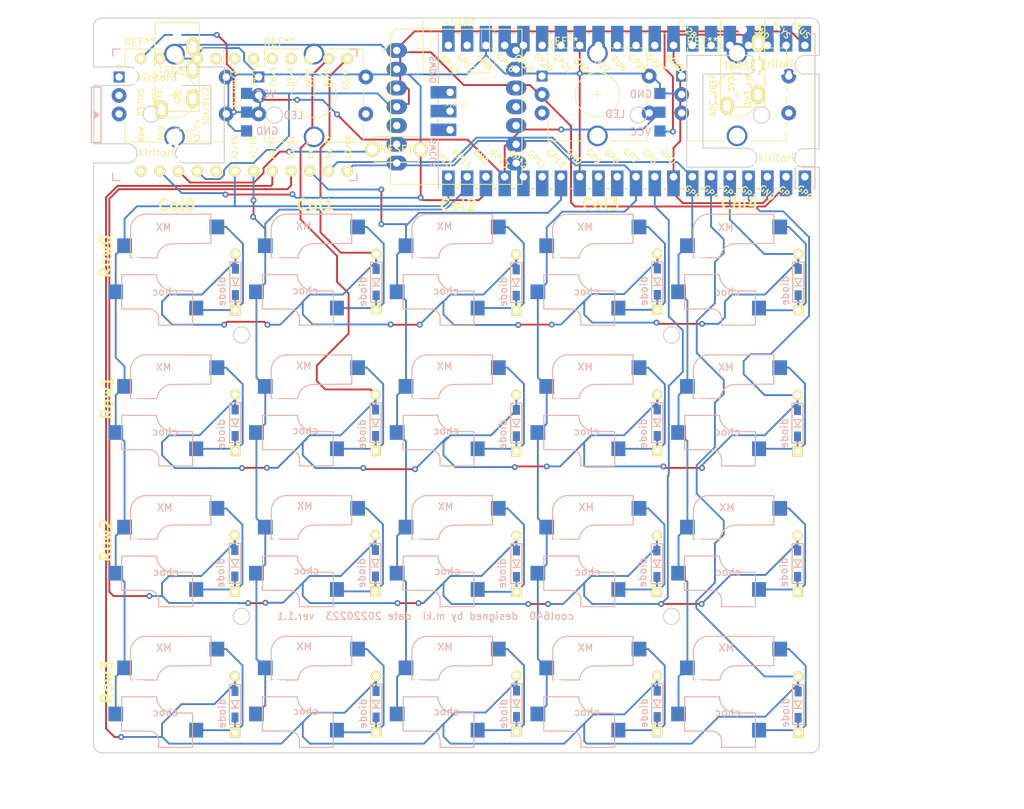
<source format=kicad_pcb>
(kicad_pcb (version 20171130) (host pcbnew "(5.1.6-0-10_14)")
  (layers (0 F.Cu signal) (31 B.Cu signal) (34 B.Paste user) (35 F.Paste user) (36 B.SilkS user) (37 F.SilkS user) (38 B.Mask user) (39 F.Mask user) (44 Edge.Cuts user))
  (net 0 "")
  (net 1 "Net-(D1-Pad1)")
  (net 2 "Net-(D2-Pad1)")
  (net 3 "Net-(D3-Pad1)")
  (net 4 "Net-(D4-Pad1)")
  (net 5 "Net-(D5-Pad1)")
  (net 6 "Net-(D6-Pad1)")
  (net 7 "Net-(D7-Pad1)")
  (net 8 "Net-(D8-Pad1)")
  (net 9 "Net-(D9-Pad1)")
  (net 10 "Net-(D10-Pad1)")
  (net 11 "Net-(D11-Pad1)")
  (net 12 "Net-(D12-Pad1)")
  (net 13 "Net-(D13-Pad1)")
  (net 14 "Net-(D14-Pad1)")
  (net 15 "Net-(D15-Pad1)")
  (net 16 "Net-(D16-Pad1)")
  (net 17 "Net-(D17-Pad1)")
  (net 18 "Net-(D18-Pad1)")
  (net 19 "Net-(D19-Pad1)")
  (net 20 "Net-(D20-Pad1)")
  (net 21 "Net-(SW21-Pad1)")
  (net 22 row0)
  (net 23 row1)
  (net 24 row2)
  (net 25 row3)
  (net 26 col0)
  (net 27 col1)
  (net 28 col2)
  (net 29 col3)
  (net 30 "Net-(U1-Pad24)")
  (net 31 GND)
  (net 32 "Net-(U1-Pad20)")
  (net 33 "Net-(U1-Pad6)")
  (net 34 "Net-(U1-Pad5)")
  (net 35 "Net-(U1-Pad10)")
  (net 36 "Net-(U1-Pad9)")
  (net 37 "Net-(U1-Pad8)")
  (net 38 "Net-(U1-Pad7)")
  (net 39 data)
  (net 40 VCC)
  (net 41 "Net-(J1-PadA)")
  (net 42 LED)
  (net 43 "Net-(U2-Pad1)")
  (net 44 col4)
  (net 45 "Net-(U2-Pad11)")
  (net 46 "Net-(U2-Pad12)")
  (net 47 "Net-(U2-Pad15)")
  (net 48 "Net-(U2-Pad16)")
  (net 49 "Net-(U2-Pad21)")
  (net 50 "Net-(U2-Pad22)")
  (net 51 "Net-(U2-Pad24)")
  (net 52 "Net-(U2-Pad25)")
  (net 53 "Net-(U2-Pad26)")
  (net 54 "Net-(U2-Pad27)")
  (net 55 "Net-(U2-Pad29)")
  (net 56 "Net-(U2-Pad30)")
  (net 57 "Net-(U2-Pad31)")
  (net 58 "Net-(U2-Pad32)")
  (net 59 "Net-(U2-Pad34)")
  (net 60 "Net-(U2-Pad35)")
  (net 61 "Net-(U2-Pad36)")
  (net 62 "Net-(U2-Pad37)")
  (net 63 "Net-(U2-Pad39)")
  (module kbd:MJ-4PP-9_1side (layer F.Cu) (at 76.76 -33.29)
    (fp_text reference J1)
    (fp_text value MJ-4PP-9 hide)
    (fp_text user TRRS (at -0.75 6.45) (layer F.SilkS))
    (pad A thru_hole oval (at -2.1 11.8) (size 1.7 2.5) (drill oval 1 1.5) (layers *.Cu F.SilkS B.Mask) (net 41 "Net-(J1-PadA)") (clearance 0.15))
    (pad D thru_hole oval (at 2.1 10.3) (size 1.7 2.5) (drill oval 1 1.5) (layers *.Cu F.SilkS B.Mask) (net 40 VCC) (clearance 0.15))
    (pad C thru_hole oval (at 2.1 6.3) (size 1.7 2.5) (drill oval 1 1.5) (layers *.Cu F.SilkS B.Mask) (net 31 GND))
    (pad B thru_hole oval (at 2.1 3.3) (size 1.7 2.5) (drill oval 1 1.5) (layers *.Cu F.SilkS B.Mask) (net 39 data))
    (pad "" np_thru_hole circle (at 0 8.5) (size 1.2 1.2) (drill 1.2) (layers *.Cu *.Mask F.SilkS))
    (pad "" np_thru_hole circle (at 0 1.5) (size 1.2 1.2) (drill 1.2) (layers *.Cu *.Mask F.SilkS))
  )
  (module logo:RotaryEncoder_Alps_EC12E-Switch_Vertical_H20mm_CircularMountingHoles_kimura (layer F.Cu) (at 76.14 -22.97)
    (fp_text reference REF** (at -4.82 -7.24 180) (layer F.SilkS))
    (fp_text value RotaryEncoder_Alps_EC12E-Switch_Vertical_H20mm_CircularMountingHoles_kimura)
    (pad S2 thru_hole circle (at 6.88 2.46) (size 2 2) (drill 1) (layers *.Cu *.Mask))
    (pad S1 thru_hole circle (at 6.88 -2.54) (size 2 2) (drill 1) (layers *.Cu *.Mask))
    (pad MP thru_hole circle (at -0.12 5.56) (size 2.8 2.8) (drill 2.2) (layers *.Cu *.Mask))
    (pad MP thru_hole circle (at -0.12 -5.64) (size 2.8 2.8) (drill 2.2) (layers *.Cu *.Mask))
    (pad B thru_hole circle (at -7.62 2.46) (size 2 2) (drill 1) (layers *.Cu *.Mask))
    (pad C thru_hole circle (at -7.62 -0.04) (size 2 2) (drill 1) (layers *.Cu *.Mask))
    (pad A thru_hole rect (at -7.62 -2.54) (size 1.5 1.5) (drill 1) (layers *.Cu *.Mask))
  )
  (module logo:RotaryEncoder_Alps_EC12E-Switch_Vertical_H20mm_CircularMountingHoles_kimura (layer F.Cu) (at 57.24 -22.97)
    (fp_text reference REF** (at -4.82 -7.24 180) (layer F.SilkS))
    (fp_text value RotaryEncoder_Alps_EC12E-Switch_Vertical_H20mm_CircularMountingHoles_kimura)
    (pad S2 thru_hole circle (at 6.88 2.46) (size 2 2) (drill 1) (layers *.Cu *.Mask))
    (pad S1 thru_hole circle (at 6.88 -2.54) (size 2 2) (drill 1) (layers *.Cu *.Mask))
    (pad MP thru_hole circle (at -0.12 5.56) (size 2.8 2.8) (drill 2.2) (layers *.Cu *.Mask))
    (pad MP thru_hole circle (at -0.12 -5.64) (size 2.8 2.8) (drill 2.2) (layers *.Cu *.Mask))
    (pad B thru_hole circle (at -7.62 2.46) (size 2 2) (drill 1) (layers *.Cu *.Mask))
    (pad C thru_hole circle (at -7.62 -0.04) (size 2 2) (drill 1) (layers *.Cu *.Mask))
    (pad A thru_hole rect (at -7.62 -2.54) (size 1.5 1.5) (drill 1) (layers *.Cu *.Mask))
  )
  (module logo:RotaryEncoder_Alps_EC12E-Switch_Vertical_H20mm_CircularMountingHoles_kimura (layer F.Cu) (at -0.02 -22.84)
    (fp_text reference REF** (at -4.82 -7.24 180) (layer F.SilkS))
    (fp_text value RotaryEncoder_Alps_EC12E-Switch_Vertical_H20mm_CircularMountingHoles_kimura)
    (pad A thru_hole rect (at -7.62 -2.54) (size 1.5 1.5) (drill 1) (layers *.Cu *.Mask))
    (pad C thru_hole circle (at -7.62 -0.04) (size 2 2) (drill 1) (layers *.Cu *.Mask))
    (pad B thru_hole circle (at -7.62 2.46) (size 2 2) (drill 1) (layers *.Cu *.Mask))
    (pad MP thru_hole circle (at -0.12 -5.64) (size 2.8 2.8) (drill 2.2) (layers *.Cu *.Mask))
    (pad MP thru_hole circle (at -0.12 5.56) (size 2.8 2.8) (drill 2.2) (layers *.Cu *.Mask))
    (pad S1 thru_hole circle (at 6.88 -2.54) (size 2 2) (drill 1) (layers *.Cu *.Mask))
    (pad S2 thru_hole circle (at 6.88 2.46) (size 2 2) (drill 1) (layers *.Cu *.Mask))
  )
  (module logo:RotaryEncoder_Alps_EC12E-Switch_Vertical_H20mm_CircularMountingHoles_kimura (layer F.Cu) (at 18.88 -22.84)
    (fp_text reference REF** (at -4.82 -7.24 180) (layer F.SilkS))
    (fp_text value RotaryEncoder_Alps_EC12E-Switch_Vertical_H20mm_CircularMountingHoles_kimura)
    (pad A thru_hole rect (at -7.62 -2.54) (size 1.5 1.5) (drill 1) (layers *.Cu *.Mask))
    (pad C thru_hole circle (at -7.62 -0.04) (size 2 2) (drill 1) (layers *.Cu *.Mask))
    (pad B thru_hole circle (at -7.62 2.46) (size 2 2) (drill 1) (layers *.Cu *.Mask))
    (pad MP thru_hole circle (at -0.12 -5.64) (size 2.8 2.8) (drill 2.2) (layers *.Cu *.Mask))
    (pad MP thru_hole circle (at -0.12 5.56) (size 2.8 2.8) (drill 2.2) (layers *.Cu *.Mask))
    (pad S1 thru_hole circle (at 6.88 -2.54) (size 2 2) (drill 1) (layers *.Cu *.Mask))
    (pad S2 thru_hole circle (at 6.88 2.46) (size 2 2) (drill 1) (layers *.Cu *.Mask))
  )
  (module "Seeeduino XIAO KICAD:Seeeduino XIAO-MOUDLE14P-2.54-21X17.8MM" (layer F.Cu) (at 29.11 -10.85)
    (fp_text reference >NAME (at 9.3345 -21.7805) (layer F.SilkS) (effects (font (size 0.889 0.889) (thickness 0.1016))))
    (fp_text value >VALUE (at 8.89 -10.795) (layer F.SilkS) (effects (font (size 0.6096 0.6096) (thickness 0.0762))))
    (pad 1 thru_hole oval (at 0.83312 -18.11782) (size 2.74828 1.99898) (drill 1) (layers *.Cu *.Mask))
    (pad 2 thru_hole oval (at 0.83312 -15.57782) (size 2.74828 1.99898) (drill 1) (layers *.Cu *.Mask))
    (pad 3 thru_hole oval (at 0.83312 -13.03782) (size 2.74828 1.99898) (drill 1) (layers *.Cu *.Mask))
    (pad 4 thru_hole oval (at 0.83312 -10.49782) (size 2.74828 1.99898) (drill 1) (layers *.Cu *.Mask))
    (pad 5 thru_hole oval (at 0.83312 -7.95782) (size 2.74828 1.99898) (drill 1) (layers *.Cu *.Mask))
    (pad 6 thru_hole oval (at 0.83312 -5.41782) (size 2.74828 1.99898) (drill 1) (layers *.Cu *.Mask))
    (pad 7 thru_hole oval (at 0.83312 -2.87782) (size 2.74828 1.99898) (drill 1) (layers *.Cu *.Mask))
    (pad 8 thru_hole oval (at 16.99768 -2.87782) (size 2.74828 1.99898) (drill 1) (layers *.Cu *.Mask))
    (pad 9 thru_hole oval (at 16.99768 -5.41782) (size 2.74828 1.99898) (drill 1) (layers *.Cu *.Mask))
    (pad 10 thru_hole oval (at 16.99768 -7.95782) (size 2.74828 1.99898) (drill 1) (layers *.Cu *.Mask))
    (pad 11 thru_hole oval (at 16.99768 -10.49782) (size 2.74828 1.99898) (drill 1) (layers *.Cu *.Mask))
    (pad 12 thru_hole oval (at 16.99768 -13.03782) (size 2.74828 1.99898) (drill 1) (layers *.Cu *.Mask))
    (pad 13 thru_hole oval (at 16.99768 -15.57782) (size 2.74828 1.99898) (drill 1) (layers *.Cu *.Mask))
    (pad 14 thru_hole oval (at 16.99768 -18.11782) (size 2.74828 1.99898) (drill 1) (layers *.Cu *.Mask))
  )
  (module logo:ProMicro_v3_kimura (layer F.Cu) (at 9.8 -20.26 90)
    (fp_text reference U1 hide)
    (fp_text value ProMicro hide)
    (fp_text user RAW (at -2.61 -14.39 90 unlocked) (layer F.SilkS) (effects (font (size 0.75 0.67) (thickness 0.125))))
    (fp_text user GND (at -2.51 -11.7 90 unlocked) (layer F.SilkS) (effects (font (size 0.75 0.67) (thickness 0.125))))
    (fp_text user RST (at -2.56 -9.35 90 unlocked) (layer F.SilkS) (effects (font (size 0.75 0.67) (thickness 0.125))))
    (fp_text user VCC (at -2.76 -7.89 90 unlocked) (layer F.SilkS) (effects (font (size 0.75 0.67) (thickness 0.125))))
    (fp_text user A3/F4 (at -2.17 -6.86 90 unlocked) (layer F.SilkS) (effects (font (size 0.75 0.67) (thickness 0.125))))
    (fp_text user A2/F5 (at -4.395 -1.75 90 unlocked) (layer F.SilkS) (effects (font (size 0.75 0.67) (thickness 0.125))))
    (fp_text user A1/F6 (at -4.395 0.75 90 unlocked) (layer F.SilkS) (effects (font (size 0.75 0.67) (thickness 0.125))))
    (fp_text user A0/F7 (at -4.395 3.3 90 unlocked) (layer F.SilkS) (effects (font (size 0.75 0.67) (thickness 0.125))))
    (fp_text user 15/B1 (at -4.395 5.85 90 unlocked) (layer F.SilkS) (effects (font (size 0.75 0.67) (thickness 0.125))))
    (fp_text user 14/B3 (at -4.395 8.4 90 unlocked) (layer F.SilkS) (effects (font (size 0.75 0.67) (thickness 0.125))))
    (fp_text user 10/B6 (at -4.36 13.57 90 unlocked) (layer F.SilkS) (effects (font (size 0.75 0.67) (thickness 0.125))))
    (fp_text user 16/B2 (at -4.395 10.95 90 unlocked) (layer F.SilkS) (effects (font (size 0.75 0.67) (thickness 0.125))))
    (fp_text user E6/7 (at 4.95 8.35 90 unlocked) (layer F.SilkS) (effects (font (size 0.75 0.67) (thickness 0.125))))
    (fp_text user D7/6 (at 5.17 5.79 90 unlocked) (layer F.SilkS) (effects (font (size 0.75 0.67) (thickness 0.125))))
    (fp_text user GND (at 2.48 -9.43 90 unlocked) (layer F.SilkS) (effects (font (size 0.75 0.67) (thickness 0.125))))
    (fp_text user GND (at 2.42 -6.91 90 unlocked) (layer F.SilkS) (effects (font (size 0.75 0.67) (thickness 0.125))))
    (fp_text user D3/TX0 (at 1.7 -14.49 90 unlocked) (layer F.SilkS) (effects (font (size 0.75 0.67) (thickness 0.125))))
    (fp_text user D4/4 (at 5.11 0.82 90 unlocked) (layer F.SilkS) (effects (font (size 0.75 0.67) (thickness 0.125))))
    (fp_text user SDA/D1/2 (at 1.17 -5.69 90 unlocked) (layer F.SilkS) (effects (font (size 0.75 0.67) (thickness 0.125))))
    (fp_text user SCL/D0/3 (at 3.455 -1.9 90 unlocked) (layer F.SilkS) (effects (font (size 0.75 0.67) (thickness 0.125))))
    (fp_text user C6/5 (at 5.17 3.43 90 unlocked) (layer F.SilkS) (effects (font (size 0.75 0.67) (thickness 0.125))))
    (fp_text user B5/9 (at 4.705 13.3 90 unlocked) (layer F.SilkS) (effects (font (size 0.75 0.67) (thickness 0.125))))
    (fp_text user D2/RX1 (at 1.49 -11.98 90 unlocked) (layer F.SilkS) (effects (font (size 0.75 0.67) (thickness 0.125))))
    (fp_text user B4/8 (at 5.01 10.8 90 unlocked) (layer F.SilkS) (effects (font (size 0.75 0.67) (thickness 0.125))))
    (pad 24 thru_hole circle (at -7.6086 -14.478 90) (size 1.524 1.524) (drill 0.8128) (layers *.Cu F.SilkS B.Mask) (net 30 "Net-(U1-Pad24)"))
    (pad 23 thru_hole circle (at -7.6086 -11.938 90) (size 1.524 1.524) (drill 0.8128) (layers *.Cu F.SilkS B.Mask) (net 31 GND))
    (pad 22 thru_hole circle (at -7.6086 -9.398 90) (size 1.524 1.524) (drill 0.8128) (layers *.Cu F.SilkS B.Mask) (net 21 "Net-(SW21-Pad1)"))
    (pad 21 thru_hole circle (at -7.6086 -6.858 90) (size 1.524 1.524) (drill 0.8128) (layers *.Cu F.SilkS B.Mask) (net 40 VCC))
    (pad 20 thru_hole circle (at -7.6086 -4.318 90) (size 1.524 1.524) (drill 0.8128) (layers *.Cu F.SilkS B.Mask) (net 32 "Net-(U1-Pad20)"))
    (pad 19 thru_hole circle (at -7.6086 -1.778 90) (size 1.524 1.524) (drill 0.8128) (layers *.Cu F.SilkS B.Mask) (net 26 col0))
    (pad 18 thru_hole circle (at -7.6086 0.762 90) (size 1.524 1.524) (drill 0.8128) (layers *.Cu F.SilkS B.Mask) (net 27 col1))
    (pad 17 thru_hole circle (at -7.6086 3.302 90) (size 1.524 1.524) (drill 0.8128) (layers *.Cu F.SilkS B.Mask) (net 25 row3))
    (pad 16 thru_hole circle (at -7.6086 5.842 90) (size 1.524 1.524) (drill 0.8128) (layers *.Cu F.SilkS B.Mask) (net 24 row2))
    (pad 15 thru_hole circle (at -7.6086 8.382 90) (size 1.524 1.524) (drill 0.8128) (layers *.Cu F.SilkS B.Mask) (net 28 col2))
    (pad 14 thru_hole circle (at -7.6086 10.922 90) (size 1.524 1.524) (drill 0.8128) (layers *.Cu F.SilkS B.Mask) (net 44 col4))
    (pad 13 thru_hole circle (at -7.6086 13.462 90) (size 1.524 1.524) (drill 0.8128) (layers *.Cu F.SilkS B.Mask) (net 29 col3))
    (pad 12 thru_hole circle (at 7.6114 13.462 90) (size 1.524 1.524) (drill 0.8128) (layers *.Cu F.SilkS B.Mask) (net 22 row0))
    (pad 11 thru_hole circle (at 7.6114 10.922 90) (size 1.524 1.524) (drill 0.8128) (layers *.Cu F.SilkS B.Mask) (net 23 row1))
    (pad 10 thru_hole circle (at 7.6114 8.382 90) (size 1.524 1.524) (drill 0.8128) (layers *.Cu F.SilkS B.Mask) (net 35 "Net-(U1-Pad10)"))
    (pad 9 thru_hole circle (at 7.6114 5.842 90) (size 1.524 1.524) (drill 0.8128) (layers *.Cu F.SilkS B.Mask) (net 36 "Net-(U1-Pad9)"))
    (pad 8 thru_hole circle (at 7.6114 3.302 90) (size 1.524 1.524) (drill 0.8128) (layers *.Cu F.SilkS B.Mask) (net 37 "Net-(U1-Pad8)"))
    (pad 7 thru_hole circle (at 7.6114 0.762 90) (size 1.524 1.524) (drill 0.8128) (layers *.Cu F.SilkS B.Mask) (net 38 "Net-(U1-Pad7)"))
    (pad 6 thru_hole circle (at 7.6114 -1.778 90) (size 1.524 1.524) (drill 0.8128) (layers *.Cu F.SilkS B.Mask) (net 33 "Net-(U1-Pad6)"))
    (pad 5 thru_hole circle (at 7.6114 -4.318 90) (size 1.524 1.524) (drill 0.8128) (layers *.Cu F.SilkS B.Mask) (net 34 "Net-(U1-Pad5)"))
    (pad 4 thru_hole circle (at 7.6114 -6.858 90) (size 1.524 1.524) (drill 0.8128) (layers *.Cu F.SilkS B.Mask) (net 31 GND))
    (pad 3 thru_hole circle (at 7.6114 -9.398 90) (size 1.524 1.524) (drill 0.8128) (layers *.Cu F.SilkS B.Mask) (net 31 GND))
    (pad 2 thru_hole circle (at 7.6114 -11.938 90) (size 1.524 1.524) (drill 0.8128) (layers *.Cu F.SilkS B.Mask) (net 39 data))
    (pad 1 thru_hole circle (at 7.6114 -14.478 90) (size 1.524 1.524) (drill 0.8128) (layers *.Cu F.SilkS B.Mask) (net 42 LED))
  )
  (module kbd:ResetSW_1side (layer F.Cu) (at 29.93 -15.58 180)
    (fp_text reference SW21 hide)
    (fp_text value SW_PUSH)
    (fp_text user RESET (at 0 0) (layer F.SilkS))
    (pad 2 thru_hole circle (at -3.25 0 180) (size 2 2) (drill 1.3) (layers *.Cu F.SilkS B.Mask) (net 31 GND))
    (pad 1 thru_hole circle (at 3.25 0 180) (size 2 2) (drill 1.3) (layers *.Cu F.SilkS B.Mask) (net 21 "Net-(SW21-Pad1)"))
  )
  (module Pico:RPi_Pico_SMD_TH (layer B.Cu) (at 61.07 -20.77 90)
    (fp_text reference U2 hide)
    (fp_text value PICO_RP2040)
    (fp_text user GP1 (at -11.15 21.57 -45) (layer F.SilkS) (effects (font (size 0.8 0.8))))
    (fp_text user GP2 (at -11.15 16.48 -45) (layer F.SilkS) (effects (font (size 0.8 0.8))))
    (fp_text user GP0 (at -11.05 24.1 -45) (layer F.SilkS) (effects (font (size 0.8 0.8))))
    (fp_text user GP3 (at -11.05 13.94 -45) (layer F.SilkS) (effects (font (size 0.8 0.8))))
    (fp_text user GP4 (at -11.05 11.4 -45) (layer F.SilkS) (effects (font (size 0.8 0.8))))
    (fp_text user GP5 (at -11.05 8.86 -45) (layer F.SilkS) (effects (font (size 0.8 0.8))))
    (fp_text user GP6 (at -6.19 3.1 -45) (layer F.SilkS) (effects (font (size 0.8 0.8))))
    (fp_text user GP7 (at -6.09 0.59 -45) (layer F.SilkS) (effects (font (size 0.8 0.8))))
    (fp_text user GP8 (at -6.19 -1.98 -45) (layer F.SilkS) (effects (font (size 0.8 0.8))))
    (fp_text user GP9 (at -6.19 -4.52 -45) (layer F.SilkS) (effects (font (size 0.8 0.8))))
    (fp_text user GP10 (at -6.444 -9.6 -45) (layer F.SilkS) (effects (font (size 0.8 0.8))))
    (fp_text user GP11 (at -6.59 -12.14 -45) (layer F.SilkS) (effects (font (size 0.8 0.8))))
    (fp_text user GP12 (at -6.59 -14.68 -45) (layer F.SilkS) (effects (font (size 0.8 0.8))))
    (fp_text user GP13 (at -6.444 -17.22 -45) (layer F.SilkS) (effects (font (size 0.8 0.8))))
    (fp_text user GP14 (at -6.49 -22.3 -45) (layer F.SilkS) (effects (font (size 0.8 0.8))))
    (fp_text user GP15 (at -6.444 -24.84 -45) (layer F.SilkS) (effects (font (size 0.8 0.8))))
    (fp_text user GP16 (at 6.26 -23.95 -45) (layer F.SilkS) (effects (font (size 0.8 0.8))))
    (fp_text user GP17 (at 6.47 -21.74 -45) (layer F.SilkS) (effects (font (size 0.8 0.8))))
    (fp_text user GP18 (at 6.55 -16.41 -45) (layer F.SilkS) (effects (font (size 0.8 0.8))))
    (fp_text user GP19 (at 6.4 -13.92 -45) (layer F.SilkS) (effects (font (size 0.8 0.8))))
    (fp_text user GP20 (at 6.55 -11.29 -45) (layer F.SilkS) (effects (font (size 0.8 0.8))))
    (fp_text user GP21 (at 6.434 -8.69 -45) (layer F.SilkS) (effects (font (size 0.8 0.8))))
    (fp_text user GP22 (at 6.434 -3.6 -45) (layer F.SilkS) (effects (font (size 0.8 0.8))))
    (fp_text user RUN (at 6.38 -1.06 -45) (layer F.SilkS) (effects (font (size 0.8 0.8))))
    (fp_text user GP26 (at 6.434 1.48 -45) (layer F.SilkS) (effects (font (size 0.8 0.8))))
    (fp_text user GP27 (at 6.434 4.01 -45) (layer F.SilkS) (effects (font (size 0.8 0.8))))
    (fp_text user GP28 (at 11.11 8.16 135) (layer F.SilkS) (effects (font (size 0.8 0.8))))
    (fp_text user ADC_VREF (at 2.14 11.71 90) (layer F.SilkS) (effects (font (size 0.8 0.8))))
    (fp_text user 3V3 (at 3.67 14.22 90) (layer F.SilkS) (effects (font (size 0.8 0.8))))
    (fp_text user 3V3_EN (at 2.75 16.43 270) (layer F.SilkS) (effects (font (size 0.8 0.8))))
    (fp_text user VSYS (at 10.98 20.95 135) (layer F.SilkS) (effects (font (size 0.8 0.8))))
    (fp_text user VBUS (at 11.05 23.57 135) (layer F.SilkS) (effects (font (size 0.8 0.8))))
    (fp_text user GND (at -11.05 19.02 -45) (layer F.SilkS) (effects (font (size 0.8 0.8))))
    (fp_text user GND (at -6.19 5.64 -45) (layer F.SilkS) (effects (font (size 0.8 0.8))))
    (fp_text user GND (at -6.19 -7.06 -45) (layer F.SilkS) (effects (font (size 0.8 0.8))))
    (fp_text user GND (at -6.19 -19.76 -45) (layer F.SilkS) (effects (font (size 0.8 0.8))))
    (fp_text user GND (at 6.62 -19.25 -45) (layer F.SilkS) (effects (font (size 0.8 0.8))))
    (fp_text user GND (at 6.18 -6.14 -45) (layer F.SilkS) (effects (font (size 0.8 0.8))))
    (fp_text user GND (at 10.73 18.27 135) (layer F.SilkS) (effects (font (size 0.8 0.8))))
    (fp_text user AGND (at 6.434 6.56 -45) (layer F.SilkS) (effects (font (size 0.8 0.8))))
    (fp_text user SWCLK (at -5.7 -26.2 90) (layer B.SilkS) (effects (font (size 0.8 0.8)) (justify mirror)))
    (fp_text user SWDIO (at 5.6 -26.2 90) (layer B.SilkS) (effects (font (size 0.8 0.8)) (justify mirror)))
    (pad 1 thru_hole oval (at -8.89 24.13 90) (size 1.7 1.7) (drill 1.02) (layers *.Cu *.Mask) (net 43 "Net-(U2-Pad1)"))
    (pad 2 thru_hole oval (at -8.89 21.59 90) (size 1.7 1.7) (drill 1.02) (layers *.Cu *.Mask) (net 39 data))
    (pad 3 thru_hole rect (at -8.89 19.05 90) (size 1.7 1.7) (drill 1.02) (layers *.Cu *.Mask) (net 31 GND))
    (pad 4 thru_hole oval (at -8.89 16.51 90) (size 1.7 1.7) (drill 1.02) (layers *.Cu *.Mask) (net 23 row1))
    (pad 5 thru_hole oval (at -8.89 13.97 90) (size 1.7 1.7) (drill 1.02) (layers *.Cu *.Mask) (net 22 row0))
    (pad 6 thru_hole oval (at -8.89 11.43 90) (size 1.7 1.7) (drill 1.02) (layers *.Cu *.Mask) (net 25 row3))
    (pad 7 thru_hole oval (at -8.89 8.89 90) (size 1.7 1.7) (drill 1.02) (layers *.Cu *.Mask) (net 44 col4))
    (pad 8 thru_hole rect (at -8.89 6.35 90) (size 1.7 1.7) (drill 1.02) (layers *.Cu *.Mask) (net 31 GND))
    (pad 9 thru_hole oval (at -8.89 3.81 90) (size 1.7 1.7) (drill 1.02) (layers *.Cu *.Mask) (net 24 row2))
    (pad 10 thru_hole oval (at -8.89 1.27 90) (size 1.7 1.7) (drill 1.02) (layers *.Cu *.Mask) (net 29 col3))
    (pad 11 thru_hole oval (at -8.89 -1.27 90) (size 1.7 1.7) (drill 1.02) (layers *.Cu *.Mask) (net 45 "Net-(U2-Pad11)"))
    (pad 12 thru_hole oval (at -8.89 -3.81 90) (size 1.7 1.7) (drill 1.02) (layers *.Cu *.Mask) (net 46 "Net-(U2-Pad12)"))
    (pad 13 thru_hole rect (at -8.89 -6.35 90) (size 1.7 1.7) (drill 1.02) (layers *.Cu *.Mask) (net 31 GND))
    (pad 14 thru_hole oval (at -8.89 -8.89 90) (size 1.7 1.7) (drill 1.02) (layers *.Cu *.Mask) (net 28 col2))
    (pad 15 thru_hole oval (at -8.89 -11.43 90) (size 1.7 1.7) (drill 1.02) (layers *.Cu *.Mask) (net 47 "Net-(U2-Pad15)"))
    (pad 16 thru_hole oval (at -8.89 -13.97 90) (size 1.7 1.7) (drill 1.02) (layers *.Cu *.Mask) (net 48 "Net-(U2-Pad16)"))
    (pad 17 thru_hole oval (at -8.89 -16.51 90) (size 1.7 1.7) (drill 1.02) (layers *.Cu *.Mask) (net 42 LED))
    (pad 18 thru_hole rect (at -8.89 -19.05 90) (size 1.7 1.7) (drill 1.02) (layers *.Cu *.Mask) (net 31 GND))
    (pad 19 thru_hole oval (at -8.89 -21.59 90) (size 1.7 1.7) (drill 1.02) (layers *.Cu *.Mask) (net 27 col1))
    (pad 20 thru_hole oval (at -8.89 -24.13 90) (size 1.7 1.7) (drill 1.02) (layers *.Cu *.Mask) (net 26 col0))
    (pad 21 thru_hole oval (at 8.89 -24.13 90) (size 1.7 1.7) (drill 1.02) (layers *.Cu *.Mask) (net 49 "Net-(U2-Pad21)"))
    (pad 22 thru_hole oval (at 8.89 -21.59 90) (size 1.7 1.7) (drill 1.02) (layers *.Cu *.Mask) (net 50 "Net-(U2-Pad22)"))
    (pad 23 thru_hole rect (at 8.89 -19.05 90) (size 1.7 1.7) (drill 1.02) (layers *.Cu *.Mask) (net 31 GND))
    (pad 24 thru_hole oval (at 8.89 -16.51 90) (size 1.7 1.7) (drill 1.02) (layers *.Cu *.Mask) (net 51 "Net-(U2-Pad24)"))
    (pad 25 thru_hole oval (at 8.89 -13.97 90) (size 1.7 1.7) (drill 1.02) (layers *.Cu *.Mask) (net 52 "Net-(U2-Pad25)"))
    (pad 26 thru_hole oval (at 8.89 -11.43 90) (size 1.7 1.7) (drill 1.02) (layers *.Cu *.Mask) (net 53 "Net-(U2-Pad26)"))
    (pad 27 thru_hole oval (at 8.89 -8.89 90) (size 1.7 1.7) (drill 1.02) (layers *.Cu *.Mask) (net 54 "Net-(U2-Pad27)"))
    (pad 28 thru_hole rect (at 8.89 -6.35 90) (size 1.7 1.7) (drill 1.02) (layers *.Cu *.Mask) (net 31 GND))
    (pad 29 thru_hole oval (at 8.89 -3.81 90) (size 1.7 1.7) (drill 1.02) (layers *.Cu *.Mask) (net 55 "Net-(U2-Pad29)"))
    (pad 30 thru_hole oval (at 8.89 -1.27 90) (size 1.7 1.7) (drill 1.02) (layers *.Cu *.Mask) (net 56 "Net-(U2-Pad30)"))
    (pad 31 thru_hole oval (at 8.89 1.27 90) (size 1.7 1.7) (drill 1.02) (layers *.Cu *.Mask) (net 57 "Net-(U2-Pad31)"))
    (pad 32 thru_hole oval (at 8.89 3.81 90) (size 1.7 1.7) (drill 1.02) (layers *.Cu *.Mask) (net 58 "Net-(U2-Pad32)"))
    (pad 33 thru_hole rect (at 8.89 6.35 90) (size 1.7 1.7) (drill 1.02) (layers *.Cu *.Mask) (net 31 GND))
    (pad 34 thru_hole oval (at 8.89 8.89 90) (size 1.7 1.7) (drill 1.02) (layers *.Cu *.Mask) (net 59 "Net-(U2-Pad34)"))
    (pad 35 thru_hole oval (at 8.89 11.43 90) (size 1.7 1.7) (drill 1.02) (layers *.Cu *.Mask) (net 60 "Net-(U2-Pad35)"))
    (pad 36 thru_hole oval (at 8.89 13.97 90) (size 1.7 1.7) (drill 1.02) (layers *.Cu *.Mask) (net 61 "Net-(U2-Pad36)"))
    (pad 37 thru_hole oval (at 8.89 16.51 90) (size 1.7 1.7) (drill 1.02) (layers *.Cu *.Mask) (net 62 "Net-(U2-Pad37)"))
    (pad 38 thru_hole rect (at 8.89 19.05 90) (size 1.7 1.7) (drill 1.02) (layers *.Cu *.Mask) (net 31 GND))
    (pad 39 thru_hole oval (at 8.89 21.59 90) (size 1.7 1.7) (drill 1.02) (layers *.Cu *.Mask) (net 63 "Net-(U2-Pad39)"))
    (pad 40 thru_hole oval (at 8.89 24.13 90) (size 1.7 1.7) (drill 1.02) (layers *.Cu *.Mask) (net 40 VCC))
    (pad 1 smd rect (at -8.89 24.13 90) (size 3.5 1.7) (drill (offset -0.9 0)) (layers B.Cu B.Mask) (net 43 "Net-(U2-Pad1)"))
    (pad 2 smd rect (at -8.89 21.59 90) (size 3.5 1.7) (drill (offset -0.9 0)) (layers B.Cu B.Mask) (net 39 data))
    (pad 3 smd rect (at -8.89 19.05 90) (size 3.5 1.7) (drill (offset -0.9 0)) (layers B.Cu B.Mask) (net 31 GND))
    (pad 4 smd rect (at -8.89 16.51 90) (size 3.5 1.7) (drill (offset -0.9 0)) (layers B.Cu B.Mask) (net 23 row1))
    (pad 5 smd rect (at -8.89 13.97 90) (size 3.5 1.7) (drill (offset -0.9 0)) (layers B.Cu B.Mask) (net 22 row0))
    (pad 6 smd rect (at -8.89 11.43 90) (size 3.5 1.7) (drill (offset -0.9 0)) (layers B.Cu B.Mask) (net 25 row3))
    (pad 7 smd rect (at -8.89 8.89 90) (size 3.5 1.7) (drill (offset -0.9 0)) (layers B.Cu B.Mask) (net 44 col4))
    (pad 8 smd rect (at -8.89 6.35 90) (size 3.5 1.7) (drill (offset -0.9 0)) (layers B.Cu B.Mask) (net 31 GND))
    (pad 9 smd rect (at -8.89 3.81 90) (size 3.5 1.7) (drill (offset -0.9 0)) (layers B.Cu B.Mask) (net 24 row2))
    (pad 10 smd rect (at -8.89 1.27 90) (size 3.5 1.7) (drill (offset -0.9 0)) (layers B.Cu B.Mask) (net 29 col3))
    (pad 11 smd rect (at -8.89 -1.27 90) (size 3.5 1.7) (drill (offset -0.9 0)) (layers B.Cu B.Mask) (net 45 "Net-(U2-Pad11)"))
    (pad 12 smd rect (at -8.89 -3.81 90) (size 3.5 1.7) (drill (offset -0.9 0)) (layers B.Cu B.Mask) (net 46 "Net-(U2-Pad12)"))
    (pad 13 smd rect (at -8.89 -6.35 90) (size 3.5 1.7) (drill (offset -0.9 0)) (layers B.Cu B.Mask) (net 31 GND))
    (pad 14 smd rect (at -8.89 -8.89 90) (size 3.5 1.7) (drill (offset -0.9 0)) (layers B.Cu B.Mask) (net 28 col2))
    (pad 15 smd rect (at -8.89 -11.43 90) (size 3.5 1.7) (drill (offset -0.9 0)) (layers B.Cu B.Mask) (net 47 "Net-(U2-Pad15)"))
    (pad 16 smd rect (at -8.89 -13.97 90) (size 3.5 1.7) (drill (offset -0.9 0)) (layers B.Cu B.Mask) (net 48 "Net-(U2-Pad16)"))
    (pad 17 smd rect (at -8.89 -16.51 90) (size 3.5 1.7) (drill (offset -0.9 0)) (layers B.Cu B.Mask) (net 42 LED))
    (pad 18 smd rect (at -8.89 -19.05 90) (size 3.5 1.7) (drill (offset -0.9 0)) (layers B.Cu B.Mask) (net 31 GND))
    (pad 19 smd rect (at -8.89 -21.59 90) (size 3.5 1.7) (drill (offset -0.9 0)) (layers B.Cu B.Mask) (net 27 col1))
    (pad 20 smd rect (at -8.89 -24.13 90) (size 3.5 1.7) (drill (offset -0.9 0)) (layers B.Cu B.Mask) (net 26 col0))
    (pad 40 smd rect (at 8.89 24.13 90) (size 3.5 1.7) (drill (offset 0.9 0)) (layers B.Cu B.Mask) (net 40 VCC))
    (pad 39 smd rect (at 8.89 21.59 90) (size 3.5 1.7) (drill (offset 0.9 0)) (layers B.Cu B.Mask) (net 63 "Net-(U2-Pad39)"))
    (pad 38 smd rect (at 8.89 19.05 90) (size 3.5 1.7) (drill (offset 0.9 0)) (layers B.Cu B.Mask) (net 31 GND))
    (pad 37 smd rect (at 8.89 16.51 90) (size 3.5 1.7) (drill (offset 0.9 0)) (layers B.Cu B.Mask) (net 62 "Net-(U2-Pad37)"))
    (pad 36 smd rect (at 8.89 13.97 90) (size 3.5 1.7) (drill (offset 0.9 0)) (layers B.Cu B.Mask) (net 61 "Net-(U2-Pad36)"))
    (pad 35 smd rect (at 8.89 11.43 90) (size 3.5 1.7) (drill (offset 0.9 0)) (layers B.Cu B.Mask) (net 60 "Net-(U2-Pad35)"))
    (pad 34 smd rect (at 8.89 8.89 90) (size 3.5 1.7) (drill (offset 0.9 0)) (layers B.Cu B.Mask) (net 59 "Net-(U2-Pad34)"))
    (pad 33 smd rect (at 8.89 6.35 90) (size 3.5 1.7) (drill (offset 0.9 0)) (layers B.Cu B.Mask) (net 31 GND))
    (pad 32 smd rect (at 8.89 3.81 90) (size 3.5 1.7) (drill (offset 0.9 0)) (layers B.Cu B.Mask) (net 58 "Net-(U2-Pad32)"))
    (pad 31 smd rect (at 8.89 1.27 90) (size 3.5 1.7) (drill (offset 0.9 0)) (layers B.Cu B.Mask) (net 57 "Net-(U2-Pad31)"))
    (pad 30 smd rect (at 8.89 -1.27 90) (size 3.5 1.7) (drill (offset 0.9 0)) (layers B.Cu B.Mask) (net 56 "Net-(U2-Pad30)"))
    (pad 29 smd rect (at 8.89 -3.81 90) (size 3.5 1.7) (drill (offset 0.9 0)) (layers B.Cu B.Mask) (net 55 "Net-(U2-Pad29)"))
    (pad 28 smd rect (at 8.89 -6.35 90) (size 3.5 1.7) (drill (offset 0.9 0)) (layers B.Cu B.Mask) (net 31 GND))
    (pad 27 smd rect (at 8.89 -8.89 90) (size 3.5 1.7) (drill (offset 0.9 0)) (layers B.Cu B.Mask) (net 54 "Net-(U2-Pad27)"))
    (pad 26 smd rect (at 8.89 -11.43 90) (size 3.5 1.7) (drill (offset 0.9 0)) (layers B.Cu B.Mask) (net 53 "Net-(U2-Pad26)"))
    (pad 25 smd rect (at 8.89 -13.97 90) (size 3.5 1.7) (drill (offset 0.9 0)) (layers B.Cu B.Mask) (net 52 "Net-(U2-Pad25)"))
    (pad 24 smd rect (at 8.89 -16.51 90) (size 3.5 1.7) (drill (offset 0.9 0)) (layers B.Cu B.Mask) (net 51 "Net-(U2-Pad24)"))
    (pad 23 smd rect (at 8.89 -19.05 90) (size 3.5 1.7) (drill (offset 0.9 0)) (layers B.Cu B.Mask) (net 31 GND))
    (pad 22 smd rect (at 8.89 -21.59 90) (size 3.5 1.7) (drill (offset 0.9 0)) (layers B.Cu B.Mask) (net 50 "Net-(U2-Pad22)"))
    (pad 21 smd rect (at 8.89 -24.13 90) (size 3.5 1.7) (drill (offset 0.9 0)) (layers B.Cu B.Mask) (net 49 "Net-(U2-Pad21)"))
    (pad "" np_thru_hole oval (at -2.725 24 90) (size 1.8 1.8) (drill 1.8) (layers *.Cu *.Mask))
    (pad "" np_thru_hole oval (at 2.725 24 90) (size 1.8 1.8) (drill 1.8) (layers *.Cu *.Mask))
    (pad "" np_thru_hole oval (at -2.425 20.97 90) (size 1.5 1.5) (drill 1.5) (layers *.Cu *.Mask))
    (pad "" np_thru_hole oval (at 2.425 20.97 90) (size 1.5 1.5) (drill 1.5) (layers *.Cu *.Mask))
    (pad 41 smd rect (at -2.54 -23.9) (size 3.5 1.7) (drill (offset -0.9 0)) (layers B.Cu B.Mask))
    (pad 41 thru_hole oval (at -2.54 -23.9 90) (size 1.7 1.7) (drill 1.02) (layers *.Cu *.Mask))
    (pad 42 smd rect (at 0 -23.9) (size 3.5 1.7) (drill (offset -0.9 0)) (layers B.Cu B.Mask))
    (pad 42 thru_hole rect (at 0 -23.9 90) (size 1.7 1.7) (drill 1.02) (layers *.Cu *.Mask))
    (pad 43 smd rect (at 2.54 -23.9) (size 3.5 1.7) (drill (offset -0.9 0)) (layers B.Cu B.Mask))
    (pad 43 thru_hole oval (at 2.54 -23.9 90) (size 1.7 1.7) (drill 1.02) (layers *.Cu *.Mask))
  )
  (module kbd:MJ-4PP-9_1side (layer F.Cu) (at 0.22 -32.75)
    (fp_text reference J1)
    (fp_text value MJ-4PP-9 hide)
    (fp_text user TRRS (at -0.75 6.45) (layer F.SilkS))
    (pad "" np_thru_hole circle (at 0 1.5) (size 1.2 1.2) (drill 1.2) (layers *.Cu *.Mask F.SilkS))
    (pad "" np_thru_hole circle (at 0 8.5) (size 1.2 1.2) (drill 1.2) (layers *.Cu *.Mask F.SilkS))
    (pad B thru_hole oval (at 2.1 3.3) (size 1.7 2.5) (drill oval 1 1.5) (layers *.Cu F.SilkS B.Mask) (net 39 data))
    (pad C thru_hole oval (at 2.1 6.3) (size 1.7 2.5) (drill oval 1 1.5) (layers *.Cu F.SilkS B.Mask) (net 31 GND))
    (pad D thru_hole oval (at 2.1 10.3) (size 1.7 2.5) (drill oval 1 1.5) (layers *.Cu F.SilkS B.Mask) (net 40 VCC) (clearance 0.15))
    (pad A thru_hole oval (at -2.1 11.8) (size 1.7 2.5) (drill oval 1 1.5) (layers *.Cu F.SilkS B.Mask) (net 41 "Net-(J1-PadA)") (clearance 0.15))
  )
  (module kbd:StripLED_1side (layer B.Cu) (at 9.62 -18.08)
    (fp_text reference J2 hide)
    (fp_text value LED hide)
    (fp_text user VCC (at 2.56 -4.97) (layer B.SilkS) (effects (justify mirror)))
    (fp_text user LED (at 6.34 -2.12) (layer B.SilkS) (effects (justify mirror)))
    (fp_text user GND (at 2.8 0.02) (layer B.SilkS) (effects (justify mirror)))
    (pad 3 smd rect (at 0 -5.08) (size 1.524 1.524) (layers B.Cu B.Mask) (net 40 VCC))
    (pad 2 smd rect (at 0 -2.54) (size 1.524 1.524) (layers B.Cu B.Mask) (net 42 LED))
    (pad 1 smd rect (at 0 0) (size 1.524 1.524) (layers B.Cu B.Mask) (net 31 GND))
  )
  (module kbd:CherryMX_MidHeight_Choc_Hotswap_katagawa (layer F.Cu) (at 57.15 19.05)
    (fp_text reference SW9 hide)
    (fp_text value SW_PUSH hide)
    (pad "" np_thru_hole circle (at 4.5 0) (size 1.7 1.7) (drill 1.7) (layers *.Cu *.Mask))
    (pad "" np_thru_hole circle (at -4.5 0) (size 1.7 1.7) (drill 1.7) (layers *.Cu *.Mask))
    (pad 1 smd rect (at -8.1 3.7 180) (size 2 2) (layers B.Cu B.Paste B.Mask) (net 29 col3))
    (pad 2 smd rect (at 2.8 5.9 180) (size 1.9 2) (layers B.Cu B.Paste B.Mask) (net 9 "Net-(D9-Pad1)"))
    (pad "" np_thru_hole circle (at -5 3.7 90) (size 3 3) (drill 3) (layers *.Cu *.Mask))
    (pad "" np_thru_hole circle (at 0 5.9 90) (size 3 3) (drill 3) (layers *.Cu *.Mask))
    (pad 1 smd rect (at -6.9 -2.54 180) (size 2 2) (layers B.Cu B.Paste B.Mask) (net 29 col3))
    (pad "" np_thru_hole circle (at 2.54 -5.08 180) (size 3 3) (drill 3) (layers *.Cu *.Mask))
    (pad "" np_thru_hole circle (at 0 0 90) (size 4.1 4.1) (drill 4.1) (layers *.Cu *.Mask))
    (pad "" np_thru_hole circle (at -5.5 0 90) (size 1.9 1.9) (drill 1.9) (layers *.Cu *.Mask))
    (pad "" np_thru_hole circle (at 5.5 0 90) (size 1.9 1.9) (drill 1.9) (layers *.Cu *.Mask))
    (pad "" np_thru_hole circle (at 5.08 0) (size 1.7 1.7) (drill 1.7) (layers *.Cu *.Mask))
    (pad "" np_thru_hole circle (at -5.08 0) (size 1.7 1.7) (drill 1.7) (layers *.Cu *.Mask))
    (pad "" np_thru_hole circle (at -3.81 -2.54 180) (size 3 3) (drill 3) (layers *.Cu *.Mask))
    (pad 2 smd rect (at 5.6 -5.08 180) (size 2 2) (layers B.Cu B.Paste B.Mask) (net 9 "Net-(D9-Pad1)"))
  )
  (module kbd:CherryMX_MidHeight_Choc_Hotswap_katagawa (layer F.Cu) (at 76.2 19.05)
    (fp_text reference SW10 hide)
    (fp_text value SW_PUSH hide)
    (pad "" np_thru_hole circle (at 4.5 0) (size 1.7 1.7) (drill 1.7) (layers *.Cu *.Mask))
    (pad "" np_thru_hole circle (at -4.5 0) (size 1.7 1.7) (drill 1.7) (layers *.Cu *.Mask))
    (pad 1 smd rect (at -8.1 3.7 180) (size 2 2) (layers B.Cu B.Paste B.Mask) (net 44 col4))
    (pad 2 smd rect (at 2.8 5.9 180) (size 1.9 2) (layers B.Cu B.Paste B.Mask) (net 10 "Net-(D10-Pad1)"))
    (pad "" np_thru_hole circle (at -5 3.7 90) (size 3 3) (drill 3) (layers *.Cu *.Mask))
    (pad "" np_thru_hole circle (at 0 5.9 90) (size 3 3) (drill 3) (layers *.Cu *.Mask))
    (pad 1 smd rect (at -6.9 -2.54 180) (size 2 2) (layers B.Cu B.Paste B.Mask) (net 44 col4))
    (pad "" np_thru_hole circle (at 2.54 -5.08 180) (size 3 3) (drill 3) (layers *.Cu *.Mask))
    (pad "" np_thru_hole circle (at 0 0 90) (size 4.1 4.1) (drill 4.1) (layers *.Cu *.Mask))
    (pad "" np_thru_hole circle (at -5.5 0 90) (size 1.9 1.9) (drill 1.9) (layers *.Cu *.Mask))
    (pad "" np_thru_hole circle (at 5.5 0 90) (size 1.9 1.9) (drill 1.9) (layers *.Cu *.Mask))
    (pad "" np_thru_hole circle (at 5.08 0) (size 1.7 1.7) (drill 1.7) (layers *.Cu *.Mask))
    (pad "" np_thru_hole circle (at -5.08 0) (size 1.7 1.7) (drill 1.7) (layers *.Cu *.Mask))
    (pad "" np_thru_hole circle (at -3.81 -2.54 180) (size 3 3) (drill 3) (layers *.Cu *.Mask))
    (pad 2 smd rect (at 5.6 -5.08 180) (size 2 2) (layers B.Cu B.Paste B.Mask) (net 10 "Net-(D10-Pad1)"))
  )
  (module kbd:CherryMX_MidHeight_Choc_Hotswap_katagawa (layer F.Cu) (at 38.1 19.05)
    (fp_text reference SW8 hide)
    (fp_text value SW_PUSH hide)
    (pad "" np_thru_hole circle (at 4.5 0) (size 1.7 1.7) (drill 1.7) (layers *.Cu *.Mask))
    (pad "" np_thru_hole circle (at -4.5 0) (size 1.7 1.7) (drill 1.7) (layers *.Cu *.Mask))
    (pad 1 smd rect (at -8.1 3.7 180) (size 2 2) (layers B.Cu B.Paste B.Mask) (net 28 col2))
    (pad 2 smd rect (at 2.8 5.9 180) (size 1.9 2) (layers B.Cu B.Paste B.Mask) (net 8 "Net-(D8-Pad1)"))
    (pad "" np_thru_hole circle (at -5 3.7 90) (size 3 3) (drill 3) (layers *.Cu *.Mask))
    (pad "" np_thru_hole circle (at 0 5.9 90) (size 3 3) (drill 3) (layers *.Cu *.Mask))
    (pad 1 smd rect (at -6.9 -2.54 180) (size 2 2) (layers B.Cu B.Paste B.Mask) (net 28 col2))
    (pad "" np_thru_hole circle (at 2.54 -5.08 180) (size 3 3) (drill 3) (layers *.Cu *.Mask))
    (pad "" np_thru_hole circle (at 0 0 90) (size 4.1 4.1) (drill 4.1) (layers *.Cu *.Mask))
    (pad "" np_thru_hole circle (at -5.5 0 90) (size 1.9 1.9) (drill 1.9) (layers *.Cu *.Mask))
    (pad "" np_thru_hole circle (at 5.5 0 90) (size 1.9 1.9) (drill 1.9) (layers *.Cu *.Mask))
    (pad "" np_thru_hole circle (at 5.08 0) (size 1.7 1.7) (drill 1.7) (layers *.Cu *.Mask))
    (pad "" np_thru_hole circle (at -5.08 0) (size 1.7 1.7) (drill 1.7) (layers *.Cu *.Mask))
    (pad "" np_thru_hole circle (at -3.81 -2.54 180) (size 3 3) (drill 3) (layers *.Cu *.Mask))
    (pad 2 smd rect (at 5.6 -5.08 180) (size 2 2) (layers B.Cu B.Paste B.Mask) (net 8 "Net-(D8-Pad1)"))
  )
  (module kbd:CherryMX_MidHeight_Choc_Hotswap_katagawa (layer F.Cu) (at 19.05 19.05)
    (fp_text reference SW7 hide)
    (fp_text value SW_PUSH hide)
    (pad "" np_thru_hole circle (at 4.5 0) (size 1.7 1.7) (drill 1.7) (layers *.Cu *.Mask))
    (pad "" np_thru_hole circle (at -4.5 0) (size 1.7 1.7) (drill 1.7) (layers *.Cu *.Mask))
    (pad 1 smd rect (at -8.1 3.7 180) (size 2 2) (layers B.Cu B.Paste B.Mask) (net 27 col1))
    (pad 2 smd rect (at 2.8 5.9 180) (size 1.9 2) (layers B.Cu B.Paste B.Mask) (net 7 "Net-(D7-Pad1)"))
    (pad "" np_thru_hole circle (at -5 3.7 90) (size 3 3) (drill 3) (layers *.Cu *.Mask))
    (pad "" np_thru_hole circle (at 0 5.9 90) (size 3 3) (drill 3) (layers *.Cu *.Mask))
    (pad 1 smd rect (at -6.9 -2.54 180) (size 2 2) (layers B.Cu B.Paste B.Mask) (net 27 col1))
    (pad "" np_thru_hole circle (at 2.54 -5.08 180) (size 3 3) (drill 3) (layers *.Cu *.Mask))
    (pad "" np_thru_hole circle (at 0 0 90) (size 4.1 4.1) (drill 4.1) (layers *.Cu *.Mask))
    (pad "" np_thru_hole circle (at -5.5 0 90) (size 1.9 1.9) (drill 1.9) (layers *.Cu *.Mask))
    (pad "" np_thru_hole circle (at 5.5 0 90) (size 1.9 1.9) (drill 1.9) (layers *.Cu *.Mask))
    (pad "" np_thru_hole circle (at 5.08 0) (size 1.7 1.7) (drill 1.7) (layers *.Cu *.Mask))
    (pad "" np_thru_hole circle (at -5.08 0) (size 1.7 1.7) (drill 1.7) (layers *.Cu *.Mask))
    (pad "" np_thru_hole circle (at -3.81 -2.54 180) (size 3 3) (drill 3) (layers *.Cu *.Mask))
    (pad 2 smd rect (at 5.6 -5.08 180) (size 2 2) (layers B.Cu B.Paste B.Mask) (net 7 "Net-(D7-Pad1)"))
  )
  (module kbd:CherryMX_MidHeight_Choc_Hotswap_katagawa (layer F.Cu) (at 0 38.1)
    (fp_text reference SW11 hide)
    (fp_text value SW_PUSH hide)
    (pad "" np_thru_hole circle (at 4.5 0) (size 1.7 1.7) (drill 1.7) (layers *.Cu *.Mask))
    (pad "" np_thru_hole circle (at -4.5 0) (size 1.7 1.7) (drill 1.7) (layers *.Cu *.Mask))
    (pad 1 smd rect (at -8.1 3.7 180) (size 2 2) (layers B.Cu B.Paste B.Mask) (net 26 col0))
    (pad 2 smd rect (at 2.8 5.9 180) (size 1.9 2) (layers B.Cu B.Paste B.Mask) (net 11 "Net-(D11-Pad1)"))
    (pad "" np_thru_hole circle (at -5 3.7 90) (size 3 3) (drill 3) (layers *.Cu *.Mask))
    (pad "" np_thru_hole circle (at 0 5.9 90) (size 3 3) (drill 3) (layers *.Cu *.Mask))
    (pad 1 smd rect (at -6.9 -2.54 180) (size 2 2) (layers B.Cu B.Paste B.Mask) (net 26 col0))
    (pad "" np_thru_hole circle (at 2.54 -5.08 180) (size 3 3) (drill 3) (layers *.Cu *.Mask))
    (pad "" np_thru_hole circle (at 0 0 90) (size 4.1 4.1) (drill 4.1) (layers *.Cu *.Mask))
    (pad "" np_thru_hole circle (at -5.5 0 90) (size 1.9 1.9) (drill 1.9) (layers *.Cu *.Mask))
    (pad "" np_thru_hole circle (at 5.5 0 90) (size 1.9 1.9) (drill 1.9) (layers *.Cu *.Mask))
    (pad "" np_thru_hole circle (at 5.08 0) (size 1.7 1.7) (drill 1.7) (layers *.Cu *.Mask))
    (pad "" np_thru_hole circle (at -5.08 0) (size 1.7 1.7) (drill 1.7) (layers *.Cu *.Mask))
    (pad "" np_thru_hole circle (at -3.81 -2.54 180) (size 3 3) (drill 3) (layers *.Cu *.Mask))
    (pad 2 smd rect (at 5.6 -5.08 180) (size 2 2) (layers B.Cu B.Paste B.Mask) (net 11 "Net-(D11-Pad1)"))
  )
  (module kbd:CherryMX_MidHeight_Choc_Hotswap_katagawa (layer F.Cu) (at 19.05 57.15)
    (fp_text reference SW17 hide)
    (fp_text value SW_PUSH hide)
    (pad "" np_thru_hole circle (at 4.5 0) (size 1.7 1.7) (drill 1.7) (layers *.Cu *.Mask))
    (pad "" np_thru_hole circle (at -4.5 0) (size 1.7 1.7) (drill 1.7) (layers *.Cu *.Mask))
    (pad 1 smd rect (at -8.1 3.7 180) (size 2 2) (layers B.Cu B.Paste B.Mask) (net 27 col1))
    (pad 2 smd rect (at 2.8 5.9 180) (size 1.9 2) (layers B.Cu B.Paste B.Mask) (net 17 "Net-(D17-Pad1)"))
    (pad "" np_thru_hole circle (at -5 3.7 90) (size 3 3) (drill 3) (layers *.Cu *.Mask))
    (pad "" np_thru_hole circle (at 0 5.9 90) (size 3 3) (drill 3) (layers *.Cu *.Mask))
    (pad 1 smd rect (at -6.9 -2.54 180) (size 2 2) (layers B.Cu B.Paste B.Mask) (net 27 col1))
    (pad "" np_thru_hole circle (at 2.54 -5.08 180) (size 3 3) (drill 3) (layers *.Cu *.Mask))
    (pad "" np_thru_hole circle (at 0 0 90) (size 4.1 4.1) (drill 4.1) (layers *.Cu *.Mask))
    (pad "" np_thru_hole circle (at -5.5 0 90) (size 1.9 1.9) (drill 1.9) (layers *.Cu *.Mask))
    (pad "" np_thru_hole circle (at 5.5 0 90) (size 1.9 1.9) (drill 1.9) (layers *.Cu *.Mask))
    (pad "" np_thru_hole circle (at 5.08 0) (size 1.7 1.7) (drill 1.7) (layers *.Cu *.Mask))
    (pad "" np_thru_hole circle (at -5.08 0) (size 1.7 1.7) (drill 1.7) (layers *.Cu *.Mask))
    (pad "" np_thru_hole circle (at -3.81 -2.54 180) (size 3 3) (drill 3) (layers *.Cu *.Mask))
    (pad 2 smd rect (at 5.6 -5.08 180) (size 2 2) (layers B.Cu B.Paste B.Mask) (net 17 "Net-(D17-Pad1)"))
  )
  (module logo:kiritoriparts (layer F.Cu) (at 81.26 -14.47)
    (fp_text reference kiritori (at 0.08 0.04) (layer F.SilkS))
    (fp_text value kiritoriparts)
    (pad "" np_thru_hole circle (at -2.667 -1.016) (size 0.6 0.6) (drill 0.6) (layers *.Cu *.Mask))
    (pad "" np_thru_hole circle (at -1.778 -1.016) (size 0.6 0.6) (drill 0.6) (layers *.Cu *.Mask))
    (pad "" np_thru_hole circle (at -0.889 -1.016) (size 0.6 0.6) (drill 0.6) (layers *.Cu *.Mask))
    (pad "" np_thru_hole circle (at 0 -1.016) (size 0.6 0.6) (drill 0.6) (layers *.Cu *.Mask))
    (pad "" np_thru_hole circle (at 0.889 -1.016) (size 0.6 0.6) (drill 0.6) (layers *.Cu *.Mask))
    (pad "" np_thru_hole circle (at 1.778 -1.016) (size 0.6 0.6) (drill 0.6) (layers *.Cu *.Mask))
    (pad "" np_thru_hole circle (at 2.667 -1.016) (size 0.6 0.6) (drill 0.6) (layers *.Cu *.Mask))
    (pad "" np_thru_hole circle (at -2.667 1.016) (size 0.6 0.6) (drill 0.6) (layers *.Cu *.Mask))
    (pad "" np_thru_hole circle (at 0.889 1.016) (size 0.6 0.6) (drill 0.6) (layers *.Cu *.Mask))
    (pad "" np_thru_hole circle (at 2.667 1.016) (size 0.6 0.6) (drill 0.6) (layers *.Cu *.Mask))
    (pad "" np_thru_hole circle (at -0.889 1.016) (size 0.6 0.6) (drill 0.6) (layers *.Cu *.Mask))
    (pad "" np_thru_hole circle (at -1.778 1.016) (size 0.6 0.6) (drill 0.6) (layers *.Cu *.Mask))
    (pad "" np_thru_hole circle (at 0 1.016) (size 0.6 0.6) (drill 0.6) (layers *.Cu *.Mask))
    (pad "" np_thru_hole circle (at 1.778 1.016) (size 0.6 0.6) (drill 0.6) (layers *.Cu *.Mask))
  )
  (module logo:kiritoriparts (layer F.Cu) (at 81.27 -27)
    (fp_text reference kiritori (at -0.04 -0.19) (layer F.SilkS))
    (fp_text value kiritoriparts)
    (pad "" np_thru_hole circle (at -2.667 -1.016) (size 0.6 0.6) (drill 0.6) (layers *.Cu *.Mask))
    (pad "" np_thru_hole circle (at -1.778 -1.016) (size 0.6 0.6) (drill 0.6) (layers *.Cu *.Mask))
    (pad "" np_thru_hole circle (at -0.889 -1.016) (size 0.6 0.6) (drill 0.6) (layers *.Cu *.Mask))
    (pad "" np_thru_hole circle (at 0 -1.016) (size 0.6 0.6) (drill 0.6) (layers *.Cu *.Mask))
    (pad "" np_thru_hole circle (at 0.889 -1.016) (size 0.6 0.6) (drill 0.6) (layers *.Cu *.Mask))
    (pad "" np_thru_hole circle (at 1.778 -1.016) (size 0.6 0.6) (drill 0.6) (layers *.Cu *.Mask))
    (pad "" np_thru_hole circle (at 2.667 -1.016) (size 0.6 0.6) (drill 0.6) (layers *.Cu *.Mask))
    (pad "" np_thru_hole circle (at -2.667 1.016) (size 0.6 0.6) (drill 0.6) (layers *.Cu *.Mask))
    (pad "" np_thru_hole circle (at 0.889 1.016) (size 0.6 0.6) (drill 0.6) (layers *.Cu *.Mask))
    (pad "" np_thru_hole circle (at 2.667 1.016) (size 0.6 0.6) (drill 0.6) (layers *.Cu *.Mask))
    (pad "" np_thru_hole circle (at -0.889 1.016) (size 0.6 0.6) (drill 0.6) (layers *.Cu *.Mask))
    (pad "" np_thru_hole circle (at -1.778 1.016) (size 0.6 0.6) (drill 0.6) (layers *.Cu *.Mask))
    (pad "" np_thru_hole circle (at 0 1.016) (size 0.6 0.6) (drill 0.6) (layers *.Cu *.Mask))
    (pad "" np_thru_hole circle (at 1.778 1.016) (size 0.6 0.6) (drill 0.6) (layers *.Cu *.Mask))
  )
  (module logo:kiritoriparts (layer F.Cu) (at -2.55 -15.1)
    (fp_text reference kiritori (at -0.04 -0.03) (layer F.SilkS))
    (fp_text value kiritoriparts)
    (pad "" np_thru_hole circle (at 1.778 1.016) (size 0.6 0.6) (drill 0.6) (layers *.Cu *.Mask))
    (pad "" np_thru_hole circle (at 0 1.016) (size 0.6 0.6) (drill 0.6) (layers *.Cu *.Mask))
    (pad "" np_thru_hole circle (at -1.778 1.016) (size 0.6 0.6) (drill 0.6) (layers *.Cu *.Mask))
    (pad "" np_thru_hole circle (at -0.889 1.016) (size 0.6 0.6) (drill 0.6) (layers *.Cu *.Mask))
    (pad "" np_thru_hole circle (at 2.667 1.016) (size 0.6 0.6) (drill 0.6) (layers *.Cu *.Mask))
    (pad "" np_thru_hole circle (at 0.889 1.016) (size 0.6 0.6) (drill 0.6) (layers *.Cu *.Mask))
    (pad "" np_thru_hole circle (at -2.667 1.016) (size 0.6 0.6) (drill 0.6) (layers *.Cu *.Mask))
    (pad "" np_thru_hole circle (at 2.667 -1.016) (size 0.6 0.6) (drill 0.6) (layers *.Cu *.Mask))
    (pad "" np_thru_hole circle (at 1.778 -1.016) (size 0.6 0.6) (drill 0.6) (layers *.Cu *.Mask))
    (pad "" np_thru_hole circle (at 0.889 -1.016) (size 0.6 0.6) (drill 0.6) (layers *.Cu *.Mask))
    (pad "" np_thru_hole circle (at 0 -1.016) (size 0.6 0.6) (drill 0.6) (layers *.Cu *.Mask))
    (pad "" np_thru_hole circle (at -0.889 -1.016) (size 0.6 0.6) (drill 0.6) (layers *.Cu *.Mask))
    (pad "" np_thru_hole circle (at -1.778 -1.016) (size 0.6 0.6) (drill 0.6) (layers *.Cu *.Mask))
    (pad "" np_thru_hole circle (at -2.667 -1.016) (size 0.6 0.6) (drill 0.6) (layers *.Cu *.Mask))
  )
  (module logo:kiritoriparts (layer F.Cu) (at -2.6 -25.45)
    (fp_text reference kiritori (at -0.08 0.11) (layer F.SilkS))
    (fp_text value kiritoriparts)
    (pad "" np_thru_hole circle (at 1.778 1.016) (size 0.6 0.6) (drill 0.6) (layers *.Cu *.Mask))
    (pad "" np_thru_hole circle (at 0 1.016) (size 0.6 0.6) (drill 0.6) (layers *.Cu *.Mask))
    (pad "" np_thru_hole circle (at -1.778 1.016) (size 0.6 0.6) (drill 0.6) (layers *.Cu *.Mask))
    (pad "" np_thru_hole circle (at -0.889 1.016) (size 0.6 0.6) (drill 0.6) (layers *.Cu *.Mask))
    (pad "" np_thru_hole circle (at 2.667 1.016) (size 0.6 0.6) (drill 0.6) (layers *.Cu *.Mask))
    (pad "" np_thru_hole circle (at 0.889 1.016) (size 0.6 0.6) (drill 0.6) (layers *.Cu *.Mask))
    (pad "" np_thru_hole circle (at -2.667 1.016) (size 0.6 0.6) (drill 0.6) (layers *.Cu *.Mask))
    (pad "" np_thru_hole circle (at 2.667 -1.016) (size 0.6 0.6) (drill 0.6) (layers *.Cu *.Mask))
    (pad "" np_thru_hole circle (at 1.778 -1.016) (size 0.6 0.6) (drill 0.6) (layers *.Cu *.Mask))
    (pad "" np_thru_hole circle (at 0.889 -1.016) (size 0.6 0.6) (drill 0.6) (layers *.Cu *.Mask))
    (pad "" np_thru_hole circle (at 0 -1.016) (size 0.6 0.6) (drill 0.6) (layers *.Cu *.Mask))
    (pad "" np_thru_hole circle (at -0.889 -1.016) (size 0.6 0.6) (drill 0.6) (layers *.Cu *.Mask))
    (pad "" np_thru_hole circle (at -1.778 -1.016) (size 0.6 0.6) (drill 0.6) (layers *.Cu *.Mask))
    (pad "" np_thru_hole circle (at -2.667 -1.016) (size 0.6 0.6) (drill 0.6) (layers *.Cu *.Mask))
  )
  (module kbd:D3_TH_SMD (layer F.Cu) (at 84.29 59.59 90)
    (fp_text reference D20 hide)
    (fp_text value DIODE hide)
    (pad 2 smd rect (at 1.775 0 90) (size 1.3 0.95) (layers F.Cu F.Paste F.Mask) (net 25 row3))
    (pad 2 thru_hole circle (at 3.81 0 90) (size 1.397 1.397) (drill 0.8128) (layers *.Cu *.Mask F.SilkS) (net 25 row3))
    (pad 1 thru_hole rect (at -3.81 0 90) (size 1.397 1.397) (drill 0.8128) (layers *.Cu *.Mask F.SilkS) (net 20 "Net-(D20-Pad1)"))
    (pad 1 smd rect (at -1.775 0 90) (size 1.3 0.95) (layers B.Cu B.Paste B.Mask) (net 20 "Net-(D20-Pad1)"))
    (pad 2 smd rect (at 1.775 0 90) (size 1.3 0.95) (layers B.Cu B.Paste B.Mask) (net 25 row3))
    (pad 1 smd rect (at -1.775 0 90) (size 1.3 0.95) (layers F.Cu F.Paste F.Mask) (net 20 "Net-(D20-Pad1)"))
  )
  (module kbd:CherryMX_MidHeight_Choc_Hotswap_katagawa (layer F.Cu) (at 38.1 38.1)
    (fp_text reference SW13 hide)
    (fp_text value SW_PUSH hide)
    (pad "" np_thru_hole circle (at 4.5 0) (size 1.7 1.7) (drill 1.7) (layers *.Cu *.Mask))
    (pad "" np_thru_hole circle (at -4.5 0) (size 1.7 1.7) (drill 1.7) (layers *.Cu *.Mask))
    (pad 1 smd rect (at -8.1 3.7 180) (size 2 2) (layers B.Cu B.Paste B.Mask) (net 28 col2))
    (pad 2 smd rect (at 2.8 5.9 180) (size 1.9 2) (layers B.Cu B.Paste B.Mask) (net 13 "Net-(D13-Pad1)"))
    (pad "" np_thru_hole circle (at -5 3.7 90) (size 3 3) (drill 3) (layers *.Cu *.Mask))
    (pad "" np_thru_hole circle (at 0 5.9 90) (size 3 3) (drill 3) (layers *.Cu *.Mask))
    (pad 1 smd rect (at -6.9 -2.54 180) (size 2 2) (layers B.Cu B.Paste B.Mask) (net 28 col2))
    (pad "" np_thru_hole circle (at 2.54 -5.08 180) (size 3 3) (drill 3) (layers *.Cu *.Mask))
    (pad "" np_thru_hole circle (at 0 0 90) (size 4.1 4.1) (drill 4.1) (layers *.Cu *.Mask))
    (pad "" np_thru_hole circle (at -5.5 0 90) (size 1.9 1.9) (drill 1.9) (layers *.Cu *.Mask))
    (pad "" np_thru_hole circle (at 5.5 0 90) (size 1.9 1.9) (drill 1.9) (layers *.Cu *.Mask))
    (pad "" np_thru_hole circle (at 5.08 0) (size 1.7 1.7) (drill 1.7) (layers *.Cu *.Mask))
    (pad "" np_thru_hole circle (at -5.08 0) (size 1.7 1.7) (drill 1.7) (layers *.Cu *.Mask))
    (pad "" np_thru_hole circle (at -3.81 -2.54 180) (size 3 3) (drill 3) (layers *.Cu *.Mask))
    (pad 2 smd rect (at 5.6 -5.08 180) (size 2 2) (layers B.Cu B.Paste B.Mask) (net 13 "Net-(D13-Pad1)"))
  )
  (module kbd:CherryMX_MidHeight_Choc_Hotswap_katagawa (layer F.Cu) (at 19.05 38.1)
    (fp_text reference SW12 hide)
    (fp_text value SW_PUSH hide)
    (pad "" np_thru_hole circle (at 4.5 0) (size 1.7 1.7) (drill 1.7) (layers *.Cu *.Mask))
    (pad "" np_thru_hole circle (at -4.5 0) (size 1.7 1.7) (drill 1.7) (layers *.Cu *.Mask))
    (pad 1 smd rect (at -8.1 3.7 180) (size 2 2) (layers B.Cu B.Paste B.Mask) (net 27 col1))
    (pad 2 smd rect (at 2.8 5.9 180) (size 1.9 2) (layers B.Cu B.Paste B.Mask) (net 12 "Net-(D12-Pad1)"))
    (pad "" np_thru_hole circle (at -5 3.7 90) (size 3 3) (drill 3) (layers *.Cu *.Mask))
    (pad "" np_thru_hole circle (at 0 5.9 90) (size 3 3) (drill 3) (layers *.Cu *.Mask))
    (pad 1 smd rect (at -6.9 -2.54 180) (size 2 2) (layers B.Cu B.Paste B.Mask) (net 27 col1))
    (pad "" np_thru_hole circle (at 2.54 -5.08 180) (size 3 3) (drill 3) (layers *.Cu *.Mask))
    (pad "" np_thru_hole circle (at 0 0 90) (size 4.1 4.1) (drill 4.1) (layers *.Cu *.Mask))
    (pad "" np_thru_hole circle (at -5.5 0 90) (size 1.9 1.9) (drill 1.9) (layers *.Cu *.Mask))
    (pad "" np_thru_hole circle (at 5.5 0 90) (size 1.9 1.9) (drill 1.9) (layers *.Cu *.Mask))
    (pad "" np_thru_hole circle (at 5.08 0) (size 1.7 1.7) (drill 1.7) (layers *.Cu *.Mask))
    (pad "" np_thru_hole circle (at -5.08 0) (size 1.7 1.7) (drill 1.7) (layers *.Cu *.Mask))
    (pad "" np_thru_hole circle (at -3.81 -2.54 180) (size 3 3) (drill 3) (layers *.Cu *.Mask))
    (pad 2 smd rect (at 5.6 -5.08 180) (size 2 2) (layers B.Cu B.Paste B.Mask) (net 12 "Net-(D12-Pad1)"))
  )
  (module kbd:CherryMX_MidHeight_Choc_Hotswap_katagawa (layer F.Cu) (at 76.2 57.15)
    (fp_text reference SW20 hide)
    (fp_text value SW_PUSH hide)
    (pad "" np_thru_hole circle (at 4.5 0) (size 1.7 1.7) (drill 1.7) (layers *.Cu *.Mask))
    (pad "" np_thru_hole circle (at -4.5 0) (size 1.7 1.7) (drill 1.7) (layers *.Cu *.Mask))
    (pad 1 smd rect (at -8.1 3.7 180) (size 2 2) (layers B.Cu B.Paste B.Mask) (net 44 col4))
    (pad 2 smd rect (at 2.8 5.9 180) (size 1.9 2) (layers B.Cu B.Paste B.Mask) (net 20 "Net-(D20-Pad1)"))
    (pad "" np_thru_hole circle (at -5 3.7 90) (size 3 3) (drill 3) (layers *.Cu *.Mask))
    (pad "" np_thru_hole circle (at 0 5.9 90) (size 3 3) (drill 3) (layers *.Cu *.Mask))
    (pad 1 smd rect (at -6.9 -2.54 180) (size 2 2) (layers B.Cu B.Paste B.Mask) (net 44 col4))
    (pad "" np_thru_hole circle (at 2.54 -5.08 180) (size 3 3) (drill 3) (layers *.Cu *.Mask))
    (pad "" np_thru_hole circle (at 0 0 90) (size 4.1 4.1) (drill 4.1) (layers *.Cu *.Mask))
    (pad "" np_thru_hole circle (at -5.5 0 90) (size 1.9 1.9) (drill 1.9) (layers *.Cu *.Mask))
    (pad "" np_thru_hole circle (at 5.5 0 90) (size 1.9 1.9) (drill 1.9) (layers *.Cu *.Mask))
    (pad "" np_thru_hole circle (at 5.08 0) (size 1.7 1.7) (drill 1.7) (layers *.Cu *.Mask))
    (pad "" np_thru_hole circle (at -5.08 0) (size 1.7 1.7) (drill 1.7) (layers *.Cu *.Mask))
    (pad "" np_thru_hole circle (at -3.81 -2.54 180) (size 3 3) (drill 3) (layers *.Cu *.Mask))
    (pad 2 smd rect (at 5.6 -5.08 180) (size 2 2) (layers B.Cu B.Paste B.Mask) (net 20 "Net-(D20-Pad1)"))
  )
  (module kbd:CherryMX_MidHeight_Choc_Hotswap_katagawa (layer F.Cu) (at 57.15 57.15)
    (fp_text reference SW19 hide)
    (fp_text value SW_PUSH hide)
    (pad "" np_thru_hole circle (at 4.5 0) (size 1.7 1.7) (drill 1.7) (layers *.Cu *.Mask))
    (pad "" np_thru_hole circle (at -4.5 0) (size 1.7 1.7) (drill 1.7) (layers *.Cu *.Mask))
    (pad 1 smd rect (at -8.1 3.7 180) (size 2 2) (layers B.Cu B.Paste B.Mask) (net 29 col3))
    (pad 2 smd rect (at 2.8 5.9 180) (size 1.9 2) (layers B.Cu B.Paste B.Mask) (net 19 "Net-(D19-Pad1)"))
    (pad "" np_thru_hole circle (at -5 3.7 90) (size 3 3) (drill 3) (layers *.Cu *.Mask))
    (pad "" np_thru_hole circle (at 0 5.9 90) (size 3 3) (drill 3) (layers *.Cu *.Mask))
    (pad 1 smd rect (at -6.9 -2.54 180) (size 2 2) (layers B.Cu B.Paste B.Mask) (net 29 col3))
    (pad "" np_thru_hole circle (at 2.54 -5.08 180) (size 3 3) (drill 3) (layers *.Cu *.Mask))
    (pad "" np_thru_hole circle (at 0 0 90) (size 4.1 4.1) (drill 4.1) (layers *.Cu *.Mask))
    (pad "" np_thru_hole circle (at -5.5 0 90) (size 1.9 1.9) (drill 1.9) (layers *.Cu *.Mask))
    (pad "" np_thru_hole circle (at 5.5 0 90) (size 1.9 1.9) (drill 1.9) (layers *.Cu *.Mask))
    (pad "" np_thru_hole circle (at 5.08 0) (size 1.7 1.7) (drill 1.7) (layers *.Cu *.Mask))
    (pad "" np_thru_hole circle (at -5.08 0) (size 1.7 1.7) (drill 1.7) (layers *.Cu *.Mask))
    (pad "" np_thru_hole circle (at -3.81 -2.54 180) (size 3 3) (drill 3) (layers *.Cu *.Mask))
    (pad 2 smd rect (at 5.6 -5.08 180) (size 2 2) (layers B.Cu B.Paste B.Mask) (net 19 "Net-(D19-Pad1)"))
  )
  (module kbd:CherryMX_MidHeight_Choc_Hotswap_katagawa (layer F.Cu) (at 0 57.15)
    (fp_text reference SW16 hide)
    (fp_text value SW_PUSH hide)
    (pad "" np_thru_hole circle (at 4.5 0) (size 1.7 1.7) (drill 1.7) (layers *.Cu *.Mask))
    (pad "" np_thru_hole circle (at -4.5 0) (size 1.7 1.7) (drill 1.7) (layers *.Cu *.Mask))
    (pad 1 smd rect (at -8.1 3.7 180) (size 2 2) (layers B.Cu B.Paste B.Mask) (net 26 col0))
    (pad 2 smd rect (at 2.8 5.9 180) (size 1.9 2) (layers B.Cu B.Paste B.Mask) (net 16 "Net-(D16-Pad1)"))
    (pad "" np_thru_hole circle (at -5 3.7 90) (size 3 3) (drill 3) (layers *.Cu *.Mask))
    (pad "" np_thru_hole circle (at 0 5.9 90) (size 3 3) (drill 3) (layers *.Cu *.Mask))
    (pad 1 smd rect (at -6.9 -2.54 180) (size 2 2) (layers B.Cu B.Paste B.Mask) (net 26 col0))
    (pad "" np_thru_hole circle (at 2.54 -5.08 180) (size 3 3) (drill 3) (layers *.Cu *.Mask))
    (pad "" np_thru_hole circle (at 0 0 90) (size 4.1 4.1) (drill 4.1) (layers *.Cu *.Mask))
    (pad "" np_thru_hole circle (at -5.5 0 90) (size 1.9 1.9) (drill 1.9) (layers *.Cu *.Mask))
    (pad "" np_thru_hole circle (at 5.5 0 90) (size 1.9 1.9) (drill 1.9) (layers *.Cu *.Mask))
    (pad "" np_thru_hole circle (at 5.08 0) (size 1.7 1.7) (drill 1.7) (layers *.Cu *.Mask))
    (pad "" np_thru_hole circle (at -5.08 0) (size 1.7 1.7) (drill 1.7) (layers *.Cu *.Mask))
    (pad "" np_thru_hole circle (at -3.81 -2.54 180) (size 3 3) (drill 3) (layers *.Cu *.Mask))
    (pad 2 smd rect (at 5.6 -5.08 180) (size 2 2) (layers B.Cu B.Paste B.Mask) (net 16 "Net-(D16-Pad1)"))
  )
  (module kbd:CherryMX_MidHeight_Choc_Hotswap_katagawa (layer F.Cu) (at 76.2 38.1)
    (fp_text reference SW15 hide)
    (fp_text value SW_PUSH hide)
    (pad "" np_thru_hole circle (at 4.5 0) (size 1.7 1.7) (drill 1.7) (layers *.Cu *.Mask))
    (pad "" np_thru_hole circle (at -4.5 0) (size 1.7 1.7) (drill 1.7) (layers *.Cu *.Mask))
    (pad 1 smd rect (at -8.1 3.7 180) (size 2 2) (layers B.Cu B.Paste B.Mask) (net 44 col4))
    (pad 2 smd rect (at 2.8 5.9 180) (size 1.9 2) (layers B.Cu B.Paste B.Mask) (net 15 "Net-(D15-Pad1)"))
    (pad "" np_thru_hole circle (at -5 3.7 90) (size 3 3) (drill 3) (layers *.Cu *.Mask))
    (pad "" np_thru_hole circle (at 0 5.9 90) (size 3 3) (drill 3) (layers *.Cu *.Mask))
    (pad 1 smd rect (at -6.9 -2.54 180) (size 2 2) (layers B.Cu B.Paste B.Mask) (net 44 col4))
    (pad "" np_thru_hole circle (at 2.54 -5.08 180) (size 3 3) (drill 3) (layers *.Cu *.Mask))
    (pad "" np_thru_hole circle (at 0 0 90) (size 4.1 4.1) (drill 4.1) (layers *.Cu *.Mask))
    (pad "" np_thru_hole circle (at -5.5 0 90) (size 1.9 1.9) (drill 1.9) (layers *.Cu *.Mask))
    (pad "" np_thru_hole circle (at 5.5 0 90) (size 1.9 1.9) (drill 1.9) (layers *.Cu *.Mask))
    (pad "" np_thru_hole circle (at 5.08 0) (size 1.7 1.7) (drill 1.7) (layers *.Cu *.Mask))
    (pad "" np_thru_hole circle (at -5.08 0) (size 1.7 1.7) (drill 1.7) (layers *.Cu *.Mask))
    (pad "" np_thru_hole circle (at -3.81 -2.54 180) (size 3 3) (drill 3) (layers *.Cu *.Mask))
    (pad 2 smd rect (at 5.6 -5.08 180) (size 2 2) (layers B.Cu B.Paste B.Mask) (net 15 "Net-(D15-Pad1)"))
  )
  (module kbd:CherryMX_MidHeight_Choc_Hotswap_katagawa (layer F.Cu) (at 57.15 38.1)
    (fp_text reference SW14 hide)
    (fp_text value SW_PUSH hide)
    (pad "" np_thru_hole circle (at 4.5 0) (size 1.7 1.7) (drill 1.7) (layers *.Cu *.Mask))
    (pad "" np_thru_hole circle (at -4.5 0) (size 1.7 1.7) (drill 1.7) (layers *.Cu *.Mask))
    (pad 1 smd rect (at -8.1 3.7 180) (size 2 2) (layers B.Cu B.Paste B.Mask) (net 29 col3))
    (pad 2 smd rect (at 2.8 5.9 180) (size 1.9 2) (layers B.Cu B.Paste B.Mask) (net 14 "Net-(D14-Pad1)"))
    (pad "" np_thru_hole circle (at -5 3.7 90) (size 3 3) (drill 3) (layers *.Cu *.Mask))
    (pad "" np_thru_hole circle (at 0 5.9 90) (size 3 3) (drill 3) (layers *.Cu *.Mask))
    (pad 1 smd rect (at -6.9 -2.54 180) (size 2 2) (layers B.Cu B.Paste B.Mask) (net 29 col3))
    (pad "" np_thru_hole circle (at 2.54 -5.08 180) (size 3 3) (drill 3) (layers *.Cu *.Mask))
    (pad "" np_thru_hole circle (at 0 0 90) (size 4.1 4.1) (drill 4.1) (layers *.Cu *.Mask))
    (pad "" np_thru_hole circle (at -5.5 0 90) (size 1.9 1.9) (drill 1.9) (layers *.Cu *.Mask))
    (pad "" np_thru_hole circle (at 5.5 0 90) (size 1.9 1.9) (drill 1.9) (layers *.Cu *.Mask))
    (pad "" np_thru_hole circle (at 5.08 0) (size 1.7 1.7) (drill 1.7) (layers *.Cu *.Mask))
    (pad "" np_thru_hole circle (at -5.08 0) (size 1.7 1.7) (drill 1.7) (layers *.Cu *.Mask))
    (pad "" np_thru_hole circle (at -3.81 -2.54 180) (size 3 3) (drill 3) (layers *.Cu *.Mask))
    (pad 2 smd rect (at 5.6 -5.08 180) (size 2 2) (layers B.Cu B.Paste B.Mask) (net 14 "Net-(D14-Pad1)"))
  )
  (module kbd:D3_TH_SMD (layer F.Cu) (at 27.16 2.4 90)
    (fp_text reference D2 hide)
    (fp_text value DIODE hide)
    (pad 2 smd rect (at 1.775 0 90) (size 1.3 0.95) (layers F.Cu F.Paste F.Mask) (net 22 row0))
    (pad 2 thru_hole circle (at 3.81 0 90) (size 1.397 1.397) (drill 0.8128) (layers *.Cu *.Mask F.SilkS) (net 22 row0))
    (pad 1 thru_hole rect (at -3.81 0 90) (size 1.397 1.397) (drill 0.8128) (layers *.Cu *.Mask F.SilkS) (net 2 "Net-(D2-Pad1)"))
    (pad 1 smd rect (at -1.775 0 90) (size 1.3 0.95) (layers B.Cu B.Paste B.Mask) (net 2 "Net-(D2-Pad1)"))
    (pad 2 smd rect (at 1.775 0 90) (size 1.3 0.95) (layers B.Cu B.Paste B.Mask) (net 22 row0))
    (pad 1 smd rect (at -1.775 0 90) (size 1.3 0.95) (layers F.Cu F.Paste F.Mask) (net 2 "Net-(D2-Pad1)"))
  )
  (module kbd:D3_TH_SMD (layer F.Cu) (at 8.11 2.36 90)
    (fp_text reference D1 hide)
    (fp_text value DIODE hide)
    (pad 2 smd rect (at 1.775 0 90) (size 1.3 0.95) (layers F.Cu F.Paste F.Mask) (net 22 row0))
    (pad 2 thru_hole circle (at 3.81 0 90) (size 1.397 1.397) (drill 0.8128) (layers *.Cu *.Mask F.SilkS) (net 22 row0))
    (pad 1 thru_hole rect (at -3.81 0 90) (size 1.397 1.397) (drill 0.8128) (layers *.Cu *.Mask F.SilkS) (net 1 "Net-(D1-Pad1)"))
    (pad 1 smd rect (at -1.775 0 90) (size 1.3 0.95) (layers B.Cu B.Paste B.Mask) (net 1 "Net-(D1-Pad1)"))
    (pad 2 smd rect (at 1.775 0 90) (size 1.3 0.95) (layers B.Cu B.Paste B.Mask) (net 22 row0))
    (pad 1 smd rect (at -1.775 0 90) (size 1.3 0.95) (layers F.Cu F.Paste F.Mask) (net 1 "Net-(D1-Pad1)"))
  )
  (module kbd:D3_TH_SMD (layer F.Cu) (at 65.23 2.33 90)
    (fp_text reference D4 hide)
    (fp_text value DIODE hide)
    (pad 2 smd rect (at 1.775 0 90) (size 1.3 0.95) (layers F.Cu F.Paste F.Mask) (net 22 row0))
    (pad 2 thru_hole circle (at 3.81 0 90) (size 1.397 1.397) (drill 0.8128) (layers *.Cu *.Mask F.SilkS) (net 22 row0))
    (pad 1 thru_hole rect (at -3.81 0 90) (size 1.397 1.397) (drill 0.8128) (layers *.Cu *.Mask F.SilkS) (net 4 "Net-(D4-Pad1)"))
    (pad 1 smd rect (at -1.775 0 90) (size 1.3 0.95) (layers B.Cu B.Paste B.Mask) (net 4 "Net-(D4-Pad1)"))
    (pad 2 smd rect (at 1.775 0 90) (size 1.3 0.95) (layers B.Cu B.Paste B.Mask) (net 22 row0))
    (pad 1 smd rect (at -1.775 0 90) (size 1.3 0.95) (layers F.Cu F.Paste F.Mask) (net 4 "Net-(D4-Pad1)"))
  )
  (module kbd:D3_TH_SMD (layer F.Cu) (at 46.12 2.45 90)
    (fp_text reference D3 hide)
    (fp_text value DIODE hide)
    (pad 2 smd rect (at 1.775 0 90) (size 1.3 0.95) (layers F.Cu F.Paste F.Mask) (net 22 row0))
    (pad 2 thru_hole circle (at 3.81 0 90) (size 1.397 1.397) (drill 0.8128) (layers *.Cu *.Mask F.SilkS) (net 22 row0))
    (pad 1 thru_hole rect (at -3.81 0 90) (size 1.397 1.397) (drill 0.8128) (layers *.Cu *.Mask F.SilkS) (net 3 "Net-(D3-Pad1)"))
    (pad 1 smd rect (at -1.775 0 90) (size 1.3 0.95) (layers B.Cu B.Paste B.Mask) (net 3 "Net-(D3-Pad1)"))
    (pad 2 smd rect (at 1.775 0 90) (size 1.3 0.95) (layers B.Cu B.Paste B.Mask) (net 22 row0))
    (pad 1 smd rect (at -1.775 0 90) (size 1.3 0.95) (layers F.Cu F.Paste F.Mask) (net 3 "Net-(D3-Pad1)"))
  )
  (module kbd:D3_TH_SMD (layer F.Cu) (at 84.3 2.39 90)
    (fp_text reference D5 hide)
    (fp_text value DIODE hide)
    (pad 2 smd rect (at 1.775 0 90) (size 1.3 0.95) (layers F.Cu F.Paste F.Mask) (net 22 row0))
    (pad 2 thru_hole circle (at 3.81 0 90) (size 1.397 1.397) (drill 0.8128) (layers *.Cu *.Mask F.SilkS) (net 22 row0))
    (pad 1 thru_hole rect (at -3.81 0 90) (size 1.397 1.397) (drill 0.8128) (layers *.Cu *.Mask F.SilkS) (net 5 "Net-(D5-Pad1)"))
    (pad 1 smd rect (at -1.775 0 90) (size 1.3 0.95) (layers B.Cu B.Paste B.Mask) (net 5 "Net-(D5-Pad1)"))
    (pad 2 smd rect (at 1.775 0 90) (size 1.3 0.95) (layers B.Cu B.Paste B.Mask) (net 22 row0))
    (pad 1 smd rect (at -1.775 0 90) (size 1.3 0.95) (layers F.Cu F.Paste F.Mask) (net 5 "Net-(D5-Pad1)"))
  )
  (module kbd:D3_TH_SMD (layer F.Cu) (at 84.2 21.5 90)
    (fp_text reference D10 hide)
    (fp_text value DIODE hide)
    (pad 2 smd rect (at 1.775 0 90) (size 1.3 0.95) (layers F.Cu F.Paste F.Mask) (net 23 row1))
    (pad 2 thru_hole circle (at 3.81 0 90) (size 1.397 1.397) (drill 0.8128) (layers *.Cu *.Mask F.SilkS) (net 23 row1))
    (pad 1 thru_hole rect (at -3.81 0 90) (size 1.397 1.397) (drill 0.8128) (layers *.Cu *.Mask F.SilkS) (net 10 "Net-(D10-Pad1)"))
    (pad 1 smd rect (at -1.775 0 90) (size 1.3 0.95) (layers B.Cu B.Paste B.Mask) (net 10 "Net-(D10-Pad1)"))
    (pad 2 smd rect (at 1.775 0 90) (size 1.3 0.95) (layers B.Cu B.Paste B.Mask) (net 23 row1))
    (pad 1 smd rect (at -1.775 0 90) (size 1.3 0.95) (layers F.Cu F.Paste F.Mask) (net 10 "Net-(D10-Pad1)"))
  )
  (module kbd:D3_TH_SMD (layer F.Cu) (at 65.22 21.42 90)
    (fp_text reference D9 hide)
    (fp_text value DIODE hide)
    (pad 2 smd rect (at 1.775 0 90) (size 1.3 0.95) (layers F.Cu F.Paste F.Mask) (net 23 row1))
    (pad 2 thru_hole circle (at 3.81 0 90) (size 1.397 1.397) (drill 0.8128) (layers *.Cu *.Mask F.SilkS) (net 23 row1))
    (pad 1 thru_hole rect (at -3.81 0 90) (size 1.397 1.397) (drill 0.8128) (layers *.Cu *.Mask F.SilkS) (net 9 "Net-(D9-Pad1)"))
    (pad 1 smd rect (at -1.775 0 90) (size 1.3 0.95) (layers B.Cu B.Paste B.Mask) (net 9 "Net-(D9-Pad1)"))
    (pad 2 smd rect (at 1.775 0 90) (size 1.3 0.95) (layers B.Cu B.Paste B.Mask) (net 23 row1))
    (pad 1 smd rect (at -1.775 0 90) (size 1.3 0.95) (layers F.Cu F.Paste F.Mask) (net 9 "Net-(D9-Pad1)"))
  )
  (module kbd:D3_TH_SMD (layer F.Cu) (at 46.14 21.47 90)
    (fp_text reference D8 hide)
    (fp_text value DIODE hide)
    (pad 2 smd rect (at 1.775 0 90) (size 1.3 0.95) (layers F.Cu F.Paste F.Mask) (net 23 row1))
    (pad 2 thru_hole circle (at 3.81 0 90) (size 1.397 1.397) (drill 0.8128) (layers *.Cu *.Mask F.SilkS) (net 23 row1))
    (pad 1 thru_hole rect (at -3.81 0 90) (size 1.397 1.397) (drill 0.8128) (layers *.Cu *.Mask F.SilkS) (net 8 "Net-(D8-Pad1)"))
    (pad 1 smd rect (at -1.775 0 90) (size 1.3 0.95) (layers B.Cu B.Paste B.Mask) (net 8 "Net-(D8-Pad1)"))
    (pad 2 smd rect (at 1.775 0 90) (size 1.3 0.95) (layers B.Cu B.Paste B.Mask) (net 23 row1))
    (pad 1 smd rect (at -1.775 0 90) (size 1.3 0.95) (layers F.Cu F.Paste F.Mask) (net 8 "Net-(D8-Pad1)"))
  )
  (module kbd:D3_TH_SMD (layer F.Cu) (at 27.09 21.43 90)
    (fp_text reference D7 hide)
    (fp_text value DIODE hide)
    (pad 2 smd rect (at 1.775 0 90) (size 1.3 0.95) (layers F.Cu F.Paste F.Mask) (net 23 row1))
    (pad 2 thru_hole circle (at 3.81 0 90) (size 1.397 1.397) (drill 0.8128) (layers *.Cu *.Mask F.SilkS) (net 23 row1))
    (pad 1 thru_hole rect (at -3.81 0 90) (size 1.397 1.397) (drill 0.8128) (layers *.Cu *.Mask F.SilkS) (net 7 "Net-(D7-Pad1)"))
    (pad 1 smd rect (at -1.775 0 90) (size 1.3 0.95) (layers B.Cu B.Paste B.Mask) (net 7 "Net-(D7-Pad1)"))
    (pad 2 smd rect (at 1.775 0 90) (size 1.3 0.95) (layers B.Cu B.Paste B.Mask) (net 23 row1))
    (pad 1 smd rect (at -1.775 0 90) (size 1.3 0.95) (layers F.Cu F.Paste F.Mask) (net 7 "Net-(D7-Pad1)"))
  )
  (module kbd:D3_TH_SMD (layer F.Cu) (at 8.07 21.43 90)
    (fp_text reference D6 hide)
    (fp_text value DIODE hide)
    (pad 2 smd rect (at 1.775 0 90) (size 1.3 0.95) (layers F.Cu F.Paste F.Mask) (net 23 row1))
    (pad 2 thru_hole circle (at 3.81 0 90) (size 1.397 1.397) (drill 0.8128) (layers *.Cu *.Mask F.SilkS) (net 23 row1))
    (pad 1 thru_hole rect (at -3.81 0 90) (size 1.397 1.397) (drill 0.8128) (layers *.Cu *.Mask F.SilkS) (net 6 "Net-(D6-Pad1)"))
    (pad 1 smd rect (at -1.775 0 90) (size 1.3 0.95) (layers B.Cu B.Paste B.Mask) (net 6 "Net-(D6-Pad1)"))
    (pad 2 smd rect (at 1.775 0 90) (size 1.3 0.95) (layers B.Cu B.Paste B.Mask) (net 23 row1))
    (pad 1 smd rect (at -1.775 0 90) (size 1.3 0.95) (layers F.Cu F.Paste F.Mask) (net 6 "Net-(D6-Pad1)"))
  )
  (module kbd:CherryMX_MidHeight_Choc_Hotswap_katagawa (layer F.Cu) (at 76.2 0)
    (fp_text reference SW5 hide)
    (fp_text value SW_PUSH hide)
    (pad "" np_thru_hole circle (at 4.5 0) (size 1.7 1.7) (drill 1.7) (layers *.Cu *.Mask))
    (pad "" np_thru_hole circle (at -4.5 0) (size 1.7 1.7) (drill 1.7) (layers *.Cu *.Mask))
    (pad 1 smd rect (at -8.1 3.7 180) (size 2 2) (layers B.Cu B.Paste B.Mask) (net 44 col4))
    (pad 2 smd rect (at 2.8 5.9 180) (size 1.9 2) (layers B.Cu B.Paste B.Mask) (net 5 "Net-(D5-Pad1)"))
    (pad "" np_thru_hole circle (at -5 3.7 90) (size 3 3) (drill 3) (layers *.Cu *.Mask))
    (pad "" np_thru_hole circle (at 0 5.9 90) (size 3 3) (drill 3) (layers *.Cu *.Mask))
    (pad 1 smd rect (at -6.9 -2.54 180) (size 2 2) (layers B.Cu B.Paste B.Mask) (net 44 col4))
    (pad "" np_thru_hole circle (at 2.54 -5.08 180) (size 3 3) (drill 3) (layers *.Cu *.Mask))
    (pad "" np_thru_hole circle (at 0 0 90) (size 4.1 4.1) (drill 4.1) (layers *.Cu *.Mask))
    (pad "" np_thru_hole circle (at -5.5 0 90) (size 1.9 1.9) (drill 1.9) (layers *.Cu *.Mask))
    (pad "" np_thru_hole circle (at 5.5 0 90) (size 1.9 1.9) (drill 1.9) (layers *.Cu *.Mask))
    (pad "" np_thru_hole circle (at 5.08 0) (size 1.7 1.7) (drill 1.7) (layers *.Cu *.Mask))
    (pad "" np_thru_hole circle (at -5.08 0) (size 1.7 1.7) (drill 1.7) (layers *.Cu *.Mask))
    (pad "" np_thru_hole circle (at -3.81 -2.54 180) (size 3 3) (drill 3) (layers *.Cu *.Mask))
    (pad 2 smd rect (at 5.6 -5.08 180) (size 2 2) (layers B.Cu B.Paste B.Mask) (net 5 "Net-(D5-Pad1)"))
  )
  (module kbd:CherryMX_MidHeight_Choc_Hotswap_katagawa (layer F.Cu) (at 57.15 0)
    (fp_text reference SW4 hide)
    (fp_text value SW_PUSH hide)
    (pad "" np_thru_hole circle (at 4.5 0) (size 1.7 1.7) (drill 1.7) (layers *.Cu *.Mask))
    (pad "" np_thru_hole circle (at -4.5 0) (size 1.7 1.7) (drill 1.7) (layers *.Cu *.Mask))
    (pad 1 smd rect (at -8.1 3.7 180) (size 2 2) (layers B.Cu B.Paste B.Mask) (net 29 col3))
    (pad 2 smd rect (at 2.8 5.9 180) (size 1.9 2) (layers B.Cu B.Paste B.Mask) (net 4 "Net-(D4-Pad1)"))
    (pad "" np_thru_hole circle (at -5 3.7 90) (size 3 3) (drill 3) (layers *.Cu *.Mask))
    (pad "" np_thru_hole circle (at 0 5.9 90) (size 3 3) (drill 3) (layers *.Cu *.Mask))
    (pad 1 smd rect (at -6.9 -2.54 180) (size 2 2) (layers B.Cu B.Paste B.Mask) (net 29 col3))
    (pad "" np_thru_hole circle (at 2.54 -5.08 180) (size 3 3) (drill 3) (layers *.Cu *.Mask))
    (pad "" np_thru_hole circle (at 0 0 90) (size 4.1 4.1) (drill 4.1) (layers *.Cu *.Mask))
    (pad "" np_thru_hole circle (at -5.5 0 90) (size 1.9 1.9) (drill 1.9) (layers *.Cu *.Mask))
    (pad "" np_thru_hole circle (at 5.5 0 90) (size 1.9 1.9) (drill 1.9) (layers *.Cu *.Mask))
    (pad "" np_thru_hole circle (at 5.08 0) (size 1.7 1.7) (drill 1.7) (layers *.Cu *.Mask))
    (pad "" np_thru_hole circle (at -5.08 0) (size 1.7 1.7) (drill 1.7) (layers *.Cu *.Mask))
    (pad "" np_thru_hole circle (at -3.81 -2.54 180) (size 3 3) (drill 3) (layers *.Cu *.Mask))
    (pad 2 smd rect (at 5.6 -5.08 180) (size 2 2) (layers B.Cu B.Paste B.Mask) (net 4 "Net-(D4-Pad1)"))
  )
  (module kbd:CherryMX_MidHeight_Choc_Hotswap_katagawa (layer F.Cu) (at 38.1 0)
    (fp_text reference SW3 hide)
    (fp_text value SW_PUSH hide)
    (pad "" np_thru_hole circle (at 4.5 0) (size 1.7 1.7) (drill 1.7) (layers *.Cu *.Mask))
    (pad "" np_thru_hole circle (at -4.5 0) (size 1.7 1.7) (drill 1.7) (layers *.Cu *.Mask))
    (pad 1 smd rect (at -8.1 3.7 180) (size 2 2) (layers B.Cu B.Paste B.Mask) (net 28 col2))
    (pad 2 smd rect (at 2.8 5.9 180) (size 1.9 2) (layers B.Cu B.Paste B.Mask) (net 3 "Net-(D3-Pad1)"))
    (pad "" np_thru_hole circle (at -5 3.7 90) (size 3 3) (drill 3) (layers *.Cu *.Mask))
    (pad "" np_thru_hole circle (at 0 5.9 90) (size 3 3) (drill 3) (layers *.Cu *.Mask))
    (pad 1 smd rect (at -6.9 -2.54 180) (size 2 2) (layers B.Cu B.Paste B.Mask) (net 28 col2))
    (pad "" np_thru_hole circle (at 2.54 -5.08 180) (size 3 3) (drill 3) (layers *.Cu *.Mask))
    (pad "" np_thru_hole circle (at 0 0 90) (size 4.1 4.1) (drill 4.1) (layers *.Cu *.Mask))
    (pad "" np_thru_hole circle (at -5.5 0 90) (size 1.9 1.9) (drill 1.9) (layers *.Cu *.Mask))
    (pad "" np_thru_hole circle (at 5.5 0 90) (size 1.9 1.9) (drill 1.9) (layers *.Cu *.Mask))
    (pad "" np_thru_hole circle (at 5.08 0) (size 1.7 1.7) (drill 1.7) (layers *.Cu *.Mask))
    (pad "" np_thru_hole circle (at -5.08 0) (size 1.7 1.7) (drill 1.7) (layers *.Cu *.Mask))
    (pad "" np_thru_hole circle (at -3.81 -2.54 180) (size 3 3) (drill 3) (layers *.Cu *.Mask))
    (pad 2 smd rect (at 5.6 -5.08 180) (size 2 2) (layers B.Cu B.Paste B.Mask) (net 3 "Net-(D3-Pad1)"))
  )
  (module kbd:CherryMX_MidHeight_Choc_Hotswap_katagawa (layer F.Cu) (at 19.05 0)
    (fp_text reference SW2 hide)
    (fp_text value SW_PUSH hide)
    (pad "" np_thru_hole circle (at 4.5 0) (size 1.7 1.7) (drill 1.7) (layers *.Cu *.Mask))
    (pad "" np_thru_hole circle (at -4.5 0) (size 1.7 1.7) (drill 1.7) (layers *.Cu *.Mask))
    (pad 1 smd rect (at -8.1 3.7 180) (size 2 2) (layers B.Cu B.Paste B.Mask) (net 27 col1))
    (pad 2 smd rect (at 2.8 5.9 180) (size 1.9 2) (layers B.Cu B.Paste B.Mask) (net 2 "Net-(D2-Pad1)"))
    (pad "" np_thru_hole circle (at -5 3.7 90) (size 3 3) (drill 3) (layers *.Cu *.Mask))
    (pad "" np_thru_hole circle (at 0 5.9 90) (size 3 3) (drill 3) (layers *.Cu *.Mask))
    (pad 1 smd rect (at -6.9 -2.54 180) (size 2 2) (layers B.Cu B.Paste B.Mask) (net 27 col1))
    (pad "" np_thru_hole circle (at 2.54 -5.08 180) (size 3 3) (drill 3) (layers *.Cu *.Mask))
    (pad "" np_thru_hole circle (at 0 0 90) (size 4.1 4.1) (drill 4.1) (layers *.Cu *.Mask))
    (pad "" np_thru_hole circle (at -5.5 0 90) (size 1.9 1.9) (drill 1.9) (layers *.Cu *.Mask))
    (pad "" np_thru_hole circle (at 5.5 0 90) (size 1.9 1.9) (drill 1.9) (layers *.Cu *.Mask))
    (pad "" np_thru_hole circle (at 5.08 0) (size 1.7 1.7) (drill 1.7) (layers *.Cu *.Mask))
    (pad "" np_thru_hole circle (at -5.08 0) (size 1.7 1.7) (drill 1.7) (layers *.Cu *.Mask))
    (pad "" np_thru_hole circle (at -3.81 -2.54 180) (size 3 3) (drill 3) (layers *.Cu *.Mask))
    (pad 2 smd rect (at 5.6 -5.08 180) (size 2 2) (layers B.Cu B.Paste B.Mask) (net 2 "Net-(D2-Pad1)"))
  )
  (module kbd:CherryMX_MidHeight_Choc_Hotswap_katagawa (layer F.Cu) (at 0 0)
    (fp_text reference SW1 hide)
    (fp_text value SW_PUSH hide)
    (pad "" np_thru_hole circle (at 4.5 0) (size 1.7 1.7) (drill 1.7) (layers *.Cu *.Mask))
    (pad "" np_thru_hole circle (at -4.5 0) (size 1.7 1.7) (drill 1.7) (layers *.Cu *.Mask))
    (pad 1 smd rect (at -8.1 3.7 180) (size 2 2) (layers B.Cu B.Paste B.Mask) (net 26 col0))
    (pad 2 smd rect (at 2.8 5.9 180) (size 1.9 2) (layers B.Cu B.Paste B.Mask) (net 1 "Net-(D1-Pad1)"))
    (pad "" np_thru_hole circle (at -5 3.7 90) (size 3 3) (drill 3) (layers *.Cu *.Mask))
    (pad "" np_thru_hole circle (at 0 5.9 90) (size 3 3) (drill 3) (layers *.Cu *.Mask))
    (pad 1 smd rect (at -6.9 -2.54 180) (size 2 2) (layers B.Cu B.Paste B.Mask) (net 26 col0))
    (pad "" np_thru_hole circle (at 2.54 -5.08 180) (size 3 3) (drill 3) (layers *.Cu *.Mask))
    (pad "" np_thru_hole circle (at 0 0 90) (size 4.1 4.1) (drill 4.1) (layers *.Cu *.Mask))
    (pad "" np_thru_hole circle (at -5.5 0 90) (size 1.9 1.9) (drill 1.9) (layers *.Cu *.Mask))
    (pad "" np_thru_hole circle (at 5.5 0 90) (size 1.9 1.9) (drill 1.9) (layers *.Cu *.Mask))
    (pad "" np_thru_hole circle (at 5.08 0) (size 1.7 1.7) (drill 1.7) (layers *.Cu *.Mask))
    (pad "" np_thru_hole circle (at -5.08 0) (size 1.7 1.7) (drill 1.7) (layers *.Cu *.Mask))
    (pad "" np_thru_hole circle (at -3.81 -2.54 180) (size 3 3) (drill 3) (layers *.Cu *.Mask))
    (pad 2 smd rect (at 5.6 -5.08 180) (size 2 2) (layers B.Cu B.Paste B.Mask) (net 1 "Net-(D1-Pad1)"))
  )
  (module kbd:D3_TH_SMD (layer F.Cu) (at 65.21 59.49 90)
    (fp_text reference D19 hide)
    (fp_text value DIODE hide)
    (pad 2 smd rect (at 1.775 0 90) (size 1.3 0.95) (layers F.Cu F.Paste F.Mask) (net 25 row3))
    (pad 2 thru_hole circle (at 3.81 0 90) (size 1.397 1.397) (drill 0.8128) (layers *.Cu *.Mask F.SilkS) (net 25 row3))
    (pad 1 thru_hole rect (at -3.81 0 90) (size 1.397 1.397) (drill 0.8128) (layers *.Cu *.Mask F.SilkS) (net 19 "Net-(D19-Pad1)"))
    (pad 1 smd rect (at -1.775 0 90) (size 1.3 0.95) (layers B.Cu B.Paste B.Mask) (net 19 "Net-(D19-Pad1)"))
    (pad 2 smd rect (at 1.775 0 90) (size 1.3 0.95) (layers B.Cu B.Paste B.Mask) (net 25 row3))
    (pad 1 smd rect (at -1.775 0 90) (size 1.3 0.95) (layers F.Cu F.Paste F.Mask) (net 19 "Net-(D19-Pad1)"))
  )
  (module kbd:D3_TH_SMD (layer F.Cu) (at 46.16 59.46 90)
    (fp_text reference D18 hide)
    (fp_text value DIODE hide)
    (pad 2 smd rect (at 1.775 0 90) (size 1.3 0.95) (layers F.Cu F.Paste F.Mask) (net 25 row3))
    (pad 2 thru_hole circle (at 3.81 0 90) (size 1.397 1.397) (drill 0.8128) (layers *.Cu *.Mask F.SilkS) (net 25 row3))
    (pad 1 thru_hole rect (at -3.81 0 90) (size 1.397 1.397) (drill 0.8128) (layers *.Cu *.Mask F.SilkS) (net 18 "Net-(D18-Pad1)"))
    (pad 1 smd rect (at -1.775 0 90) (size 1.3 0.95) (layers B.Cu B.Paste B.Mask) (net 18 "Net-(D18-Pad1)"))
    (pad 2 smd rect (at 1.775 0 90) (size 1.3 0.95) (layers B.Cu B.Paste B.Mask) (net 25 row3))
    (pad 1 smd rect (at -1.775 0 90) (size 1.3 0.95) (layers F.Cu F.Paste F.Mask) (net 18 "Net-(D18-Pad1)"))
  )
  (module kbd:D3_TH_SMD (layer F.Cu) (at 27.15 59.53 90)
    (fp_text reference D17 hide)
    (fp_text value DIODE hide)
    (pad 2 smd rect (at 1.775 0 90) (size 1.3 0.95) (layers F.Cu F.Paste F.Mask) (net 25 row3))
    (pad 2 thru_hole circle (at 3.81 0 90) (size 1.397 1.397) (drill 0.8128) (layers *.Cu *.Mask F.SilkS) (net 25 row3))
    (pad 1 thru_hole rect (at -3.81 0 90) (size 1.397 1.397) (drill 0.8128) (layers *.Cu *.Mask F.SilkS) (net 17 "Net-(D17-Pad1)"))
    (pad 1 smd rect (at -1.775 0 90) (size 1.3 0.95) (layers B.Cu B.Paste B.Mask) (net 17 "Net-(D17-Pad1)"))
    (pad 2 smd rect (at 1.775 0 90) (size 1.3 0.95) (layers B.Cu B.Paste B.Mask) (net 25 row3))
    (pad 1 smd rect (at -1.775 0 90) (size 1.3 0.95) (layers F.Cu F.Paste F.Mask) (net 17 "Net-(D17-Pad1)"))
  )
  (module kbd:D3_TH_SMD (layer F.Cu) (at 8.05 59.55 90)
    (fp_text reference D16 hide)
    (fp_text value DIODE hide)
    (pad 2 smd rect (at 1.775 0 90) (size 1.3 0.95) (layers F.Cu F.Paste F.Mask) (net 25 row3))
    (pad 2 thru_hole circle (at 3.81 0 90) (size 1.397 1.397) (drill 0.8128) (layers *.Cu *.Mask F.SilkS) (net 25 row3))
    (pad 1 thru_hole rect (at -3.81 0 90) (size 1.397 1.397) (drill 0.8128) (layers *.Cu *.Mask F.SilkS) (net 16 "Net-(D16-Pad1)"))
    (pad 1 smd rect (at -1.775 0 90) (size 1.3 0.95) (layers B.Cu B.Paste B.Mask) (net 16 "Net-(D16-Pad1)"))
    (pad 2 smd rect (at 1.775 0 90) (size 1.3 0.95) (layers B.Cu B.Paste B.Mask) (net 25 row3))
    (pad 1 smd rect (at -1.775 0 90) (size 1.3 0.95) (layers F.Cu F.Paste F.Mask) (net 16 "Net-(D16-Pad1)"))
  )
  (module kbd:D3_TH_SMD (layer F.Cu) (at 84.22 40.5 90)
    (fp_text reference D15 hide)
    (fp_text value DIODE hide)
    (pad 2 smd rect (at 1.775 0 90) (size 1.3 0.95) (layers F.Cu F.Paste F.Mask) (net 24 row2))
    (pad 2 thru_hole circle (at 3.81 0 90) (size 1.397 1.397) (drill 0.8128) (layers *.Cu *.Mask F.SilkS) (net 24 row2))
    (pad 1 thru_hole rect (at -3.81 0 90) (size 1.397 1.397) (drill 0.8128) (layers *.Cu *.Mask F.SilkS) (net 15 "Net-(D15-Pad1)"))
    (pad 1 smd rect (at -1.775 0 90) (size 1.3 0.95) (layers B.Cu B.Paste B.Mask) (net 15 "Net-(D15-Pad1)"))
    (pad 2 smd rect (at 1.775 0 90) (size 1.3 0.95) (layers B.Cu B.Paste B.Mask) (net 24 row2))
    (pad 1 smd rect (at -1.775 0 90) (size 1.3 0.95) (layers F.Cu F.Paste F.Mask) (net 15 "Net-(D15-Pad1)"))
  )
  (module kbd:D3_TH_SMD (layer F.Cu) (at 65.17 40.52 90)
    (fp_text reference D14 hide)
    (fp_text value DIODE hide)
    (pad 2 smd rect (at 1.775 0 90) (size 1.3 0.95) (layers F.Cu F.Paste F.Mask) (net 24 row2))
    (pad 2 thru_hole circle (at 3.81 0 90) (size 1.397 1.397) (drill 0.8128) (layers *.Cu *.Mask F.SilkS) (net 24 row2))
    (pad 1 thru_hole rect (at -3.81 0 90) (size 1.397 1.397) (drill 0.8128) (layers *.Cu *.Mask F.SilkS) (net 14 "Net-(D14-Pad1)"))
    (pad 1 smd rect (at -1.775 0 90) (size 1.3 0.95) (layers B.Cu B.Paste B.Mask) (net 14 "Net-(D14-Pad1)"))
    (pad 2 smd rect (at 1.775 0 90) (size 1.3 0.95) (layers B.Cu B.Paste B.Mask) (net 24 row2))
    (pad 1 smd rect (at -1.775 0 90) (size 1.3 0.95) (layers F.Cu F.Paste F.Mask) (net 14 "Net-(D14-Pad1)"))
  )
  (module kbd:D3_TH_SMD (layer F.Cu) (at 46.15 40.51 90)
    (fp_text reference D13 hide)
    (fp_text value DIODE hide)
    (pad 2 smd rect (at 1.775 0 90) (size 1.3 0.95) (layers F.Cu F.Paste F.Mask) (net 24 row2))
    (pad 2 thru_hole circle (at 3.81 0 90) (size 1.397 1.397) (drill 0.8128) (layers *.Cu *.Mask F.SilkS) (net 24 row2))
    (pad 1 thru_hole rect (at -3.81 0 90) (size 1.397 1.397) (drill 0.8128) (layers *.Cu *.Mask F.SilkS) (net 13 "Net-(D13-Pad1)"))
    (pad 1 smd rect (at -1.775 0 90) (size 1.3 0.95) (layers B.Cu B.Paste B.Mask) (net 13 "Net-(D13-Pad1)"))
    (pad 2 smd rect (at 1.775 0 90) (size 1.3 0.95) (layers B.Cu B.Paste B.Mask) (net 24 row2))
    (pad 1 smd rect (at -1.775 0 90) (size 1.3 0.95) (layers F.Cu F.Paste F.Mask) (net 13 "Net-(D13-Pad1)"))
  )
  (module kbd:D3_TH_SMD (layer F.Cu) (at 27.06 40.45 90)
    (fp_text reference D12 hide)
    (fp_text value DIODE hide)
    (pad 2 smd rect (at 1.775 0 90) (size 1.3 0.95) (layers F.Cu F.Paste F.Mask) (net 24 row2))
    (pad 2 thru_hole circle (at 3.81 0 90) (size 1.397 1.397) (drill 0.8128) (layers *.Cu *.Mask F.SilkS) (net 24 row2))
    (pad 1 thru_hole rect (at -3.81 0 90) (size 1.397 1.397) (drill 0.8128) (layers *.Cu *.Mask F.SilkS) (net 12 "Net-(D12-Pad1)"))
    (pad 1 smd rect (at -1.775 0 90) (size 1.3 0.95) (layers B.Cu B.Paste B.Mask) (net 12 "Net-(D12-Pad1)"))
    (pad 2 smd rect (at 1.775 0 90) (size 1.3 0.95) (layers B.Cu B.Paste B.Mask) (net 24 row2))
    (pad 1 smd rect (at -1.775 0 90) (size 1.3 0.95) (layers F.Cu F.Paste F.Mask) (net 12 "Net-(D12-Pad1)"))
  )
  (module kbd:D3_TH_SMD (layer F.Cu) (at 8.03 40.46 90)
    (fp_text reference D11 hide)
    (fp_text value DIODE hide)
    (pad 2 smd rect (at 1.775 0 90) (size 1.3 0.95) (layers F.Cu F.Paste F.Mask) (net 24 row2))
    (pad 2 thru_hole circle (at 3.81 0 90) (size 1.397 1.397) (drill 0.8128) (layers *.Cu *.Mask F.SilkS) (net 24 row2))
    (pad 1 thru_hole rect (at -3.81 0 90) (size 1.397 1.397) (drill 0.8128) (layers *.Cu *.Mask F.SilkS) (net 11 "Net-(D11-Pad1)"))
    (pad 1 smd rect (at -1.775 0 90) (size 1.3 0.95) (layers B.Cu B.Paste B.Mask) (net 11 "Net-(D11-Pad1)"))
    (pad 2 smd rect (at 1.775 0 90) (size 1.3 0.95) (layers B.Cu B.Paste B.Mask) (net 24 row2))
    (pad 1 smd rect (at -1.775 0 90) (size 1.3 0.95) (layers F.Cu F.Paste F.Mask) (net 11 "Net-(D11-Pad1)"))
  )
  (module kbd:CherryMX_MidHeight_Choc_Hotswap_katagawa (layer F.Cu) (at 0 19.05)
    (fp_text reference SW6 hide)
    (fp_text value SW_PUSH hide)
    (pad "" np_thru_hole circle (at 4.5 0) (size 1.7 1.7) (drill 1.7) (layers *.Cu *.Mask))
    (pad "" np_thru_hole circle (at -4.5 0) (size 1.7 1.7) (drill 1.7) (layers *.Cu *.Mask))
    (pad 1 smd rect (at -8.1 3.7 180) (size 2 2) (layers B.Cu B.Paste B.Mask) (net 26 col0))
    (pad 2 smd rect (at 2.8 5.9 180) (size 1.9 2) (layers B.Cu B.Paste B.Mask) (net 6 "Net-(D6-Pad1)"))
    (pad "" np_thru_hole circle (at -5 3.7 90) (size 3 3) (drill 3) (layers *.Cu *.Mask))
    (pad "" np_thru_hole circle (at 0 5.9 90) (size 3 3) (drill 3) (layers *.Cu *.Mask))
    (pad 1 smd rect (at -6.9 -2.54 180) (size 2 2) (layers B.Cu B.Paste B.Mask) (net 26 col0))
    (pad "" np_thru_hole circle (at 2.54 -5.08 180) (size 3 3) (drill 3) (layers *.Cu *.Mask))
    (pad "" np_thru_hole circle (at 0 0 90) (size 4.1 4.1) (drill 4.1) (layers *.Cu *.Mask))
    (pad "" np_thru_hole circle (at -5.5 0 90) (size 1.9 1.9) (drill 1.9) (layers *.Cu *.Mask))
    (pad "" np_thru_hole circle (at 5.5 0 90) (size 1.9 1.9) (drill 1.9) (layers *.Cu *.Mask))
    (pad "" np_thru_hole circle (at 5.08 0) (size 1.7 1.7) (drill 1.7) (layers *.Cu *.Mask))
    (pad "" np_thru_hole circle (at -5.08 0) (size 1.7 1.7) (drill 1.7) (layers *.Cu *.Mask))
    (pad "" np_thru_hole circle (at -3.81 -2.54 180) (size 3 3) (drill 3) (layers *.Cu *.Mask))
    (pad 2 smd rect (at 5.6 -5.08 180) (size 2 2) (layers B.Cu B.Paste B.Mask) (net 6 "Net-(D6-Pad1)"))
  )
  (module kbd:CherryMX_MidHeight_Choc_Hotswap_katagawa (layer F.Cu) (at 38.1 57.15)
    (fp_text reference SW18 hide)
    (fp_text value SW_PUSH hide)
    (pad "" np_thru_hole circle (at 4.5 0) (size 1.7 1.7) (drill 1.7) (layers *.Cu *.Mask))
    (pad "" np_thru_hole circle (at -4.5 0) (size 1.7 1.7) (drill 1.7) (layers *.Cu *.Mask))
    (pad 1 smd rect (at -8.1 3.7 180) (size 2 2) (layers B.Cu B.Paste B.Mask) (net 28 col2))
    (pad 2 smd rect (at 2.8 5.9 180) (size 1.9 2) (layers B.Cu B.Paste B.Mask) (net 18 "Net-(D18-Pad1)"))
    (pad "" np_thru_hole circle (at -5 3.7 90) (size 3 3) (drill 3) (layers *.Cu *.Mask))
    (pad "" np_thru_hole circle (at 0 5.9 90) (size 3 3) (drill 3) (layers *.Cu *.Mask))
    (pad 1 smd rect (at -6.9 -2.54 180) (size 2 2) (layers B.Cu B.Paste B.Mask) (net 28 col2))
    (pad "" np_thru_hole circle (at 2.54 -5.08 180) (size 3 3) (drill 3) (layers *.Cu *.Mask))
    (pad "" np_thru_hole circle (at 0 0 90) (size 4.1 4.1) (drill 4.1) (layers *.Cu *.Mask))
    (pad "" np_thru_hole circle (at -5.5 0 90) (size 1.9 1.9) (drill 1.9) (layers *.Cu *.Mask))
    (pad "" np_thru_hole circle (at 5.5 0 90) (size 1.9 1.9) (drill 1.9) (layers *.Cu *.Mask))
    (pad "" np_thru_hole circle (at 5.08 0) (size 1.7 1.7) (drill 1.7) (layers *.Cu *.Mask))
    (pad "" np_thru_hole circle (at -5.08 0) (size 1.7 1.7) (drill 1.7) (layers *.Cu *.Mask))
    (pad "" np_thru_hole circle (at -3.81 -2.54 180) (size 3 3) (drill 3) (layers *.Cu *.Mask))
    (pad 2 smd rect (at 5.6 -5.08 180) (size 2 2) (layers B.Cu B.Paste B.Mask) (net 18 "Net-(D18-Pad1)"))
  )
  (module kbd:StripLED_1side (layer B.Cu) (at 65.58 -23.15 180)
    (fp_text reference J3 hide)
    (fp_text value LED hide)
    (fp_text user VCC (at 2.63 -5.19) (layer B.SilkS) (effects (justify mirror)))
    (fp_text user LED (at 6.05 -2.78) (layer B.SilkS) (effects (justify mirror)))
    (fp_text user GND (at 2.58 -0.09) (layer B.SilkS) (effects (justify mirror)))
    (pad 3 smd rect (at 0 -5.08 180) (size 1.524 1.524) (layers B.Cu B.Mask) (net 40 VCC))
    (pad 2 smd rect (at 0 -2.54 180) (size 1.524 1.524) (layers B.Cu B.Mask) (net 42 LED))
    (pad 1 smd rect (at 0 0 180) (size 1.524 1.524) (layers B.Cu B.Mask) (net 31 GND))
  )
  (gr_text Row0 (at -9.45 -1.1 90) (layer F.SilkS) (effects (font (size 1.5 1.5) (thickness 0.3))))
  (gr_text Row1 (at -9.28 18.07 90) (layer F.SilkS) (effects (font (size 1.5 1.5) (thickness 0.3))))
  (gr_text Row3 (at -9.24 56.53 90) (layer F.SilkS) (effects (font (size 1.5 1.5) (thickness 0.3))))
  (gr_text Row2 (at -9.41 37.36 90) (layer F.SilkS) (effects (font (size 1.5 1.5) (thickness 0.3))))
  (gr_text Col3 (at 57.57 -8.16) (layer F.SilkS) (effects (font (size 1.5 1.5) (thickness 0.3))))
  (gr_text Col4 (at 76.35 -8.19) (layer F.SilkS) (effects (font (size 1.5 1.5) (thickness 0.3))))
  (gr_text Col2 (at 38.27 -8.04) (layer F.SilkS) (effects (font (size 1.5 1.5) (thickness 0.3))))
  (gr_text Col1 (at 18.94 -8.05) (layer F.SilkS) (effects (font (size 1.5 1.5) (thickness 0.3))))
  (gr_text Col0 (at 0.16 -8.02) (layer F.SilkS) (effects (font (size 1.5 1.5) (thickness 0.3))))
  (gr_text "cool640  designed by m.ki  date 20220223  ver.1.1" (at 33.81 47.61) (layer B.SilkS) (effects (font (size 1 1)) (justify mirror)))
  (gr_text choc (at 36.62 22.52) (layer B.SilkS) (effects (font (size 1 1)) (justify mirror)))
  (gr_text choc (at 17.56 22.47) (layer B.SilkS) (effects (font (size 1 1)) (justify mirror)))
  (gr_text choc (at 36.61 3.57) (layer B.SilkS) (effects (font (size 1 1)) (justify mirror)))
  (gr_text choc (at 17.55 3.52) (layer B.SilkS) (effects (font (size 1 1)) (justify mirror)))
  (gr_text choc (at 74.7 22.66) (layer B.SilkS) (effects (font (size 1 1)) (justify mirror)))
  (gr_text MX (at 55.45 13.88) (layer B.SilkS) (effects (font (size 1 1)) (justify mirror)))
  (gr_text MX (at 36.42 -5.16) (layer B.SilkS) (effects (font (size 1 1)) (justify mirror)))
  (gr_text choc (at -1.43 22.65) (layer B.SilkS) (effects (font (size 1 1)) (justify mirror)))
  (gr_text choc (at 55.64 22.61) (layer B.SilkS) (effects (font (size 1 1)) (justify mirror)))
  (gr_text diode (at 82.54 60.71 90) (layer B.SilkS) (effects (font (size 1 1)) (justify mirror)))
  (gr_text MX (at 17.36 -5.21) (layer B.SilkS) (effects (font (size 1 1)) (justify mirror)))
  (gr_text MX (at 17.37 13.74) (layer B.SilkS) (effects (font (size 1 1)) (justify mirror)))
  (gr_text MX (at 36.43 13.79) (layer B.SilkS) (effects (font (size 1 1)) (justify mirror)))
  (gr_text MX (at -1.62 13.92) (layer B.SilkS) (effects (font (size 1 1)) (justify mirror)))
  (gr_text MX (at 74.51 13.93) (layer B.SilkS) (effects (font (size 1 1)) (justify mirror)))
  (gr_text diode (at 82.36 41.68 90) (layer B.SilkS) (effects (font (size 1 1)) (justify mirror)))
  (gr_text diode (at 63.39 3.6 90) (layer B.SilkS) (effects (font (size 1 1)) (justify mirror)))
  (gr_text diode (at 63.41 60.74 90) (layer B.SilkS) (effects (font (size 1 1)) (justify mirror)))
  (gr_text diode (at 63.23 41.71 90) (layer B.SilkS) (effects (font (size 1 1)) (justify mirror)))
  (gr_text choc (at 74.69 3.71) (layer B.SilkS) (effects (font (size 1 1)) (justify mirror)))
  (gr_text diode (at 63.29 22.9 90) (layer B.SilkS) (effects (font (size 1 1)) (justify mirror)))
  (gr_text MX (at -1.57 51.92) (layer B.SilkS) (effects (font (size 1 1)) (justify mirror)))
  (gr_text choc (at 36.67 60.52) (layer B.SilkS) (effects (font (size 1 1)) (justify mirror)))
  (gr_text choc (at 17.61 60.47) (layer B.SilkS) (effects (font (size 1 1)) (justify mirror)))
  (gr_text choc (at -1.38 60.65) (layer B.SilkS) (effects (font (size 1 1)) (justify mirror)))
  (gr_text MX (at 36.48 51.79) (layer B.SilkS) (effects (font (size 1 1)) (justify mirror)))
  (gr_text MX (at 74.56 51.93) (layer B.SilkS) (effects (font (size 1 1)) (justify mirror)))
  (gr_text choc (at 74.75 60.66) (layer B.SilkS) (effects (font (size 1 1)) (justify mirror)))
  (gr_text choc (at 55.69 60.61) (layer B.SilkS) (effects (font (size 1 1)) (justify mirror)))
  (gr_text MX (at 17.42 51.74) (layer B.SilkS) (effects (font (size 1 1)) (justify mirror)))
  (gr_text MX (at 55.5 51.88) (layer B.SilkS) (effects (font (size 1 1)) (justify mirror)))
  (gr_text diode (at 82.42 22.87 90) (layer B.SilkS) (effects (font (size 1 1)) (justify mirror)))
  (gr_text MX (at 55.59 32.87) (layer B.SilkS) (effects (font (size 1 1)) (justify mirror)))
  (gr_text choc (at 55.78 41.6) (layer B.SilkS) (effects (font (size 1 1)) (justify mirror)))
  (gr_text choc (at 36.76 41.51) (layer B.SilkS) (effects (font (size 1 1)) (justify mirror)))
  (gr_text MX (at 36.57 32.78) (layer B.SilkS) (effects (font (size 1 1)) (justify mirror)))
  (gr_text choc (at -1.29 41.64) (layer B.SilkS) (effects (font (size 1 1)) (justify mirror)))
  (gr_text choc (at 74.84 41.65) (layer B.SilkS) (effects (font (size 1 1)) (justify mirror)))
  (gr_text MX (at -1.63 -5.03) (layer B.SilkS) (effects (font (size 1 1)) (justify mirror)))
  (gr_text MX (at 17.51 32.73) (layer B.SilkS) (effects (font (size 1 1)) (justify mirror)))
  (gr_text choc (at 17.7 41.46) (layer B.SilkS) (effects (font (size 1 1)) (justify mirror)))
  (gr_text diode (at 82.52 3.57 90) (layer B.SilkS) (effects (font (size 1 1)) (justify mirror)))
  (gr_text MX (at 74.65 32.92) (layer B.SilkS) (effects (font (size 1 1)) (justify mirror)))
  (gr_text choc (at -1.44 3.7) (layer B.SilkS) (effects (font (size 1 1)) (justify mirror)))
  (gr_text MX (at -1.48 32.91) (layer B.SilkS) (effects (font (size 1 1)) (justify mirror)))
  (gr_text diode (at 25.36 60.82 90) (layer B.SilkS) (effects (font (size 1 1)) (justify mirror)))
  (gr_text diode (at 6.16 22.97 90) (layer B.SilkS) (effects (font (size 1 1)) (justify mirror)))
  (gr_text diode (at 6.28 60.81 90) (layer B.SilkS) (effects (font (size 1 1)) (justify mirror)))
  (gr_text diode (at 6.26 3.67 90) (layer B.SilkS) (effects (font (size 1 1)) (justify mirror)))
  (gr_text diode (at 6.1 41.78 90) (layer B.SilkS) (effects (font (size 1 1)) (justify mirror)))
  (gr_text diode (at 25.24 22.98 90) (layer B.SilkS) (effects (font (size 1 1)) (justify mirror)))
  (gr_text diode (at 25.18 41.79 90) (layer B.SilkS) (effects (font (size 1 1)) (justify mirror)))
  (gr_text diode (at 25.34 3.68 90) (layer B.SilkS) (effects (font (size 1 1)) (justify mirror)))
  (gr_text diode (at 44.27 23.01 90) (layer B.SilkS) (effects (font (size 1 1)) (justify mirror)))
  (gr_text MX (at 74.5 -5.02) (layer B.SilkS) (effects (font (size 1 1)) (justify mirror)))
  (gr_text diode (at 44.37 3.71 90) (layer B.SilkS) (effects (font (size 1 1)) (justify mirror)))
  (gr_text diode (at 44.39 60.85 90) (layer B.SilkS) (effects (font (size 1 1)) (justify mirror)))
  (gr_text diode (at 44.21 41.82 90) (layer B.SilkS) (effects (font (size 1 1)) (justify mirror)))
  (gr_text choc (at 55.63 3.66) (layer B.SilkS) (effects (font (size 1 1)) (justify mirror)))
  (gr_text MX (at 55.44 -5.07) (layer B.SilkS) (effects (font (size 1 1)) (justify mirror)))
  (gr_circle (center 79.34 -20.23) (end 80.44 -20.23) (layer Edge.Cuts) (width 0.15))
  (gr_circle (center 8.93 47.65) (end 10.03 47.65) (layer Edge.Cuts) (width 0.15))
  (gr_circle (center 67.16 47.65) (end 68.26 47.65) (layer Edge.Cuts) (width 0.15))
  (gr_circle (center -3.3 -20.35) (end -2.2 -20.35) (layer Edge.Cuts) (width 0.15))
  (gr_circle (center 62.66 -20.23) (end 63.76 -20.23) (layer Edge.Cuts) (width 0.15))
  (gr_line (start 69.18 -28.3) (end 77.46 -28.3) (layer Edge.Cuts) (width 0.15))
  (gr_line (start 85.01 -15.681943) (end 87.13 -15.681943) (layer Edge.Cuts) (width 0.15))
  (gr_arc (start -6.5 -15.04) (end -6.51 -13.74) (angle -180.4407281) (layer Edge.Cuts) (width 0.15))
  (gr_arc (start 1.17 -25.48) (end 1.17 -26.731439) (angle -180) (layer Edge.Cuts) (width 0.15))
  (gr_arc (start 77.41 -14.438057) (end 77.48 -13.16) (angle -176.8650058) (layer Edge.Cuts) (width 0.15))
  (gr_arc (start 85.08 -14.421943) (end 85.01 -15.681943) (angle -176.8201699) (layer Edge.Cuts) (width 0.15))
  (gr_line (start 6.61 -26.73) (end 1.17 -26.73) (layer Edge.Cuts) (width 0.15))
  (gr_line (start 87.15 -32.24) (end 87.15 -28.29) (layer Edge.Cuts) (width 0.15))
  (gr_line (start 1.17 -24.228561) (end 4.8 -24.23) (layer Edge.Cuts) (width 0.15))
  (gr_line (start 87.13 -25.77) (end 87.13 -15.681943) (layer Edge.Cuts) (width 0.15))
  (gr_line (start 85.13 -25.77) (end 87.13 -25.77) (layer Edge.Cuts) (width 0.15))
  (gr_line (start 71.4 -15.75) (end 71.4 -25.778057) (layer Edge.Cuts) (width 0.15))
  (gr_line (start 77.41 -15.71803) (end 71.4 -15.75) (layer Edge.Cuts) (width 0.15))
  (gr_arc (start -9.97 64.99) (end -11.09 64.99) (angle -90) (layer Edge.Cuts) (width 0.15))
  (gr_arc (start 86.03 64.99) (end 86.03 66.11) (angle -90) (layer Edge.Cuts) (width 0.15))
  (gr_arc (start 86.03 -32.24) (end 87.15 -32.24) (angle -90) (layer Edge.Cuts) (width 0.15))
  (gr_arc (start -9.97 -32.24) (end -9.97 -33.36) (angle -90) (layer Edge.Cuts) (width 0.15))
  (gr_line (start 85.06 -28.291943) (end 87.15 -28.29) (layer Edge.Cuts) (width 0.15))
  (gr_line (start 69.18 -13.16) (end 69.18 -28.3) (layer Edge.Cuts) (width 0.15))
  (gr_line (start 77.48 -13.16) (end 69.18 -13.16) (layer Edge.Cuts) (width 0.15))
  (gr_line (start -6.28 -26.73) (end -11.09 -26.73) (layer Edge.Cuts) (width 0.15))
  (gr_line (start 6.61 -13.74) (end 6.61 -26.73) (layer Edge.Cuts) (width 0.15))
  (gr_line (start 6.61 -13.74) (end 1.3 -13.74) (layer Edge.Cuts) (width 0.15))
  (gr_line (start -9.97 66.11) (end 86.03 66.11) (layer Edge.Cuts) (width 0.15))
  (gr_line (start -11.09 -13.74) (end -11.09 64.99) (layer Edge.Cuts) (width 0.15))
  (gr_line (start 86.03 -33.36) (end -9.97 -33.36) (layer Edge.Cuts) (width 0.15))
  (gr_line (start 87.15 64.99) (end 87.15 -13.16) (layer Edge.Cuts) (width 0.15))
  (gr_line (start -11.07 -16.34) (end -11.07 -24.227122) (layer Edge.Cuts) (width 0.15))
  (gr_line (start 4.8 -16.34) (end 1.3 -16.34) (layer Edge.Cuts) (width 0.15))
  (gr_line (start 4.8 -24.23) (end 4.8 -16.34) (layer Edge.Cuts) (width 0.15))
  (gr_circle (center 67.16 9.55) (end 68.26 9.55) (layer Edge.Cuts) (width 0.15))
  (gr_circle (center 13.38 -20.23) (end 14.48 -20.23) (layer Edge.Cuts) (width 0.15))
  (gr_arc (start 77.46 -27.038057) (end 77.53 -25.778057) (angle -176.8201699) (layer Edge.Cuts) (width 0.15))
  (gr_line (start -6.5 -16.340038) (end -11.07 -16.34) (layer Edge.Cuts) (width 0.15))
  (gr_arc (start -6.28 -25.478561) (end -6.28 -24.227122) (angle -180) (layer Edge.Cuts) (width 0.15))
  (gr_line (start -11.09 -13.74) (end -6.51 -13.74) (layer Edge.Cuts) (width 0.15))
  (gr_line (start -6.28 -24.227122) (end -11.07 -24.227122) (layer Edge.Cuts) (width 0.15))
  (gr_circle (center 8.93 9.55) (end 10.03 9.55) (layer Edge.Cuts) (width 0.15))
  (gr_arc (start 1.3 -15.04) (end 1.3 -16.34) (angle -180) (layer Edge.Cuts) (width 0.15))
  (gr_arc (start 85.13 -27.031943) (end 85.06 -28.291943) (angle -176.8201699) (layer Edge.Cuts) (width 0.15))
  (gr_line (start -11.09 -32.24) (end -11.09 -26.73) (layer Edge.Cuts) (width 0.15))
  (gr_line (start 77.53 -25.778057) (end 71.4 -25.778057) (layer Edge.Cuts) (width 0.15))
  (gr_line (start 87.15 -13.16) (end 85.08 -13.16) (layer Edge.Cuts) (width 0.15))
  (segment (start 5.6 -5.08) (end 6.85 -5.08) (width 0.25) (layer B.Cu) (net 1))
  (segment (start 9.133501 -2.796499) (end 9.133501 5.146499) (width 0.25) (layer B.Cu) (net 1))
  (segment (start 9.133501 5.146499) (end 8.11 6.17) (width 0.25) (layer B.Cu) (net 1))
  (segment (start 6.85 -5.08) (end 9.133501 -2.796499) (width 0.25) (layer B.Cu) (net 1))
  (segment (start 8.11 4.135) (end 8.11 6.17) (width 0.25) (layer B.Cu) (net 1))
  (segment (start 3.07 6.17) (end 2.8 5.9) (width 0.25) (layer B.Cu) (net 1))
  (segment (start 8.11 6.17) (end 3.07 6.17) (width 0.25) (layer B.Cu) (net 1))
  (segment (start 8.11 4.135) (end 8.11 6.17) (width 0.25) (layer F.Cu) (net 1))
  (segment (start 27.16 6.21) (end 27.16 4.175) (width 0.25) (layer B.Cu) (net 2))
  (segment (start 21.85 5.9) (end 26.85 5.9) (width 0.25) (layer B.Cu) (net 2))
  (segment (start 28.183501 5.186499) (end 27.16 6.21) (width 0.25) (layer B.Cu) (net 2))
  (segment (start 24.65 -5.08) (end 25.9 -5.08) (width 0.25) (layer B.Cu) (net 2))
  (segment (start 25.9 -5.08) (end 28.183501 -2.796499) (width 0.25) (layer B.Cu) (net 2))
  (segment (start 28.183501 -2.796499) (end 28.183501 5.186499) (width 0.25) (layer B.Cu) (net 2))
  (segment (start 26.85 5.9) (end 27.16 6.21) (width 0.25) (layer B.Cu) (net 2))
  (segment (start 27.16 4.175) (end 27.16 6.21) (width 0.25) (layer F.Cu) (net 2))
  (segment (start 43.7 -5.08) (end 44.95 -5.08) (width 0.25) (layer B.Cu) (net 3))
  (segment (start 46.12 4.225) (end 46.12 6.26) (width 0.25) (layer B.Cu) (net 3))
  (segment (start 47.143501 -2.886499) (end 47.143501 5.236499) (width 0.25) (layer B.Cu) (net 3))
  (segment (start 47.143501 5.236499) (end 46.12 6.26) (width 0.25) (layer B.Cu) (net 3))
  (segment (start 44.95 -5.08) (end 47.143501 -2.886499) (width 0.25) (layer B.Cu) (net 3))
  (segment (start 45.76 5.9) (end 46.12 6.26) (width 0.25) (layer B.Cu) (net 3))
  (segment (start 40.9 5.9) (end 45.76 5.9) (width 0.25) (layer B.Cu) (net 3))
  (segment (start 46.12 6.26) (end 46.12 4.225) (width 0.25) (layer F.Cu) (net 3))
  (segment (start 60.19 6.14) (end 59.95 5.9) (width 0.25) (layer B.Cu) (net 4))
  (segment (start 65.23 6.14) (end 60.19 6.14) (width 0.25) (layer B.Cu) (net 4))
  (segment (start 65.23 6.14) (end 65.23 4.105) (width 0.25) (layer B.Cu) (net 4))
  (segment (start 64 -5.08) (end 66.253501 -2.826499) (width 0.25) (layer B.Cu) (net 4))
  (segment (start 66.253501 5.116499) (end 65.23 6.14) (width 0.25) (layer B.Cu) (net 4))
  (segment (start 66.253501 -2.826499) (end 66.253501 5.116499) (width 0.25) (layer B.Cu) (net 4))
  (segment (start 62.75 -5.08) (end 64 -5.08) (width 0.25) (layer B.Cu) (net 4))
  (segment (start 65.23 4.105) (end 65.23 6.14) (width 0.25) (layer F.Cu) (net 4))
  (segment (start 85.323501 5.176499) (end 84.3 6.2) (width 0.25) (layer B.Cu) (net 5))
  (segment (start 84.3 6.2) (end 84.3 4.165) (width 0.25) (layer B.Cu) (net 5))
  (segment (start 81.8 -5.08) (end 83.05 -5.08) (width 0.25) (layer B.Cu) (net 5))
  (segment (start 83.05 -5.08) (end 85.323501 -2.806499) (width 0.25) (layer B.Cu) (net 5))
  (segment (start 85.323501 -2.806499) (end 85.323501 5.176499) (width 0.25) (layer B.Cu) (net 5))
  (segment (start 84.3 4.165) (end 84.3 6.2) (width 0.25) (layer F.Cu) (net 5))
  (segment (start 79.3 6.2) (end 79 5.9) (width 0.25) (layer B.Cu) (net 5))
  (segment (start 84.3 6.2) (end 79.3 6.2) (width 0.25) (layer B.Cu) (net 5))
  (segment (start 9.093501 24.216499) (end 8.07 25.24) (width 0.25) (layer B.Cu) (net 6))
  (segment (start 7.78 24.95) (end 8.07 25.24) (width 0.25) (layer B.Cu) (net 6))
  (segment (start 9.093501 16.213501) (end 9.093501 24.216499) (width 0.25) (layer B.Cu) (net 6))
  (segment (start 8.07 25.24) (end 8.07 23.205) (width 0.25) (layer B.Cu) (net 6))
  (segment (start 5.6 13.97) (end 6.85 13.97) (width 0.25) (layer B.Cu) (net 6))
  (segment (start 6.85 13.97) (end 9.093501 16.213501) (width 0.25) (layer B.Cu) (net 6))
  (segment (start 2.8 24.95) (end 7.78 24.95) (width 0.25) (layer B.Cu) (net 6))
  (segment (start 8.07 23.205) (end 8.07 25.24) (width 0.25) (layer F.Cu) (net 6))
  (segment (start 27.09 25.24) (end 27.09 23.205) (width 0.25) (layer B.Cu) (net 7))
  (segment (start 27.09 23.205) (end 27.09 25.24) (width 0.25) (layer F.Cu) (net 7))
  (segment (start 26.8 24.95) (end 27.09 25.24) (width 0.25) (layer B.Cu) (net 7))
  (segment (start 21.85 24.95) (end 26.8 24.95) (width 0.25) (layer B.Cu) (net 7))
  (segment (start 25.9 13.97) (end 28.113501 16.183501) (width 0.25) (layer B.Cu) (net 7))
  (segment (start 24.65 13.97) (end 25.9 13.97) (width 0.25) (layer B.Cu) (net 7))
  (segment (start 28.113501 16.183501) (end 28.113501 24.216499) (width 0.25) (layer B.Cu) (net 7))
  (segment (start 28.113501 24.216499) (end 27.09 25.24) (width 0.25) (layer B.Cu) (net 7))
  (segment (start 46.14 25.28) (end 46.14 23.245) (width 0.25) (layer F.Cu) (net 8))
  (segment (start 44.95 13.97) (end 47.163501 16.183501) (width 0.25) (layer B.Cu) (net 8))
  (segment (start 46.14 25.28) (end 46.14 23.245) (width 0.25) (layer B.Cu) (net 8))
  (segment (start 47.163501 24.256499) (end 46.14 25.28) (width 0.25) (layer B.Cu) (net 8))
  (segment (start 43.7 13.97) (end 44.95 13.97) (width 0.25) (layer B.Cu) (net 8))
  (segment (start 47.163501 16.183501) (end 47.163501 24.256499) (width 0.25) (layer B.Cu) (net 8))
  (segment (start 40.9 24.95) (end 45.81 24.95) (width 0.25) (layer B.Cu) (net 8))
  (segment (start 45.81 24.95) (end 46.14 25.28) (width 0.25) (layer B.Cu) (net 8))
  (segment (start 65.22 25.23) (end 65.22 23.195) (width 0.25) (layer B.Cu) (net 9))
  (segment (start 66.243501 16.213501) (end 66.243501 24.206499) (width 0.25) (layer B.Cu) (net 9))
  (segment (start 66.243501 24.206499) (end 65.22 25.23) (width 0.25) (layer B.Cu) (net 9))
  (segment (start 64.94 24.95) (end 65.22 25.23) (width 0.25) (layer B.Cu) (net 9))
  (segment (start 62.75 13.97) (end 64 13.97) (width 0.25) (layer B.Cu) (net 9))
  (segment (start 64 13.97) (end 66.243501 16.213501) (width 0.25) (layer B.Cu) (net 9))
  (segment (start 59.95 24.95) (end 64.94 24.95) (width 0.25) (layer B.Cu) (net 9))
  (segment (start 65.22 25.23) (end 65.22 23.195) (width 0.25) (layer F.Cu) (net 9))
  (segment (start 84.2 23.275) (end 84.2 25.31) (width 0.25) (layer F.Cu) (net 10))
  (segment (start 83.84 24.95) (end 84.2 25.31) (width 0.25) (layer B.Cu) (net 10))
  (segment (start 79 24.95) (end 83.84 24.95) (width 0.25) (layer B.Cu) (net 10))
  (segment (start 81.8 13.97) (end 83.05 13.97) (width 0.25) (layer B.Cu) (net 10))
  (segment (start 85.223501 16.143501) (end 85.223501 24.286499) (width 0.25) (layer B.Cu) (net 10))
  (segment (start 85.223501 24.286499) (end 84.2 25.31) (width 0.25) (layer B.Cu) (net 10))
  (segment (start 83.05 13.97) (end 85.223501 16.143501) (width 0.25) (layer B.Cu) (net 10))
  (segment (start 84.2 25.31) (end 84.2 23.275) (width 0.25) (layer B.Cu) (net 10))
  (segment (start 6.85 33.02) (end 9.053501 35.223501) (width 0.25) (layer B.Cu) (net 11))
  (segment (start 9.053501 35.223501) (end 9.053501 43.246499) (width 0.25) (layer B.Cu) (net 11))
  (segment (start 9.053501 43.246499) (end 8.03 44.27) (width 0.25) (layer B.Cu) (net 11))
  (segment (start 5.6 33.02) (end 6.85 33.02) (width 0.25) (layer B.Cu) (net 11))
  (segment (start 7.76 44) (end 8.03 44.27) (width 0.25) (layer B.Cu) (net 11))
  (segment (start 2.8 44) (end 7.76 44) (width 0.25) (layer B.Cu) (net 11))
  (segment (start 8.03 42.235) (end 8.03 44.27) (width 0.25) (layer B.Cu) (net 11))
  (segment (start 8.03 42.235) (end 8.03 44.27) (width 0.25) (layer F.Cu) (net 11))
  (segment (start 28.083501 35.203501) (end 28.083501 43.236499) (width 0.25) (layer B.Cu) (net 12))
  (segment (start 24.65 33.02) (end 25.9 33.02) (width 0.25) (layer B.Cu) (net 12))
  (segment (start 28.083501 43.236499) (end 27.06 44.26) (width 0.25) (layer B.Cu) (net 12))
  (segment (start 25.9 33.02) (end 28.083501 35.203501) (width 0.25) (layer B.Cu) (net 12))
  (segment (start 27.06 42.225) (end 27.06 44.26) (width 0.25) (layer F.Cu) (net 12))
  (segment (start 22.11 44.26) (end 21.85 44) (width 0.25) (layer B.Cu) (net 12))
  (segment (start 27.06 44.26) (end 22.11 44.26) (width 0.25) (layer B.Cu) (net 12))
  (segment (start 27.06 42.225) (end 27.06 44.26) (width 0.25) (layer B.Cu) (net 12))
  (segment (start 46.15 42.285) (end 46.15 44.32) (width 0.25) (layer B.Cu) (net 13))
  (segment (start 41.22 44.32) (end 40.9 44) (width 0.25) (layer B.Cu) (net 13))
  (segment (start 46.15 44.32) (end 41.22 44.32) (width 0.25) (layer B.Cu) (net 13))
  (segment (start 46.15 44.32) (end 46.15 42.285) (width 0.25) (layer F.Cu) (net 13))
  (segment (start 47.173501 43.296499) (end 46.15 44.32) (width 0.25) (layer B.Cu) (net 13))
  (segment (start 43.7 33.02) (end 44.95 33.02) (width 0.25) (layer B.Cu) (net 13))
  (segment (start 47.173501 35.243501) (end 47.173501 43.296499) (width 0.25) (layer B.Cu) (net 13))
  (segment (start 44.95 33.02) (end 47.173501 35.243501) (width 0.25) (layer B.Cu) (net 13))
  (segment (start 65.17 42.295) (end 65.17 44.33) (width 0.25) (layer F.Cu) (net 14))
  (segment (start 65.17 44.33) (end 65.17 42.295) (width 0.25) (layer B.Cu) (net 14))
  (segment (start 59.95 44) (end 64.84 44) (width 0.25) (layer B.Cu) (net 14))
  (segment (start 64.84 44) (end 65.17 44.33) (width 0.25) (layer B.Cu) (net 14))
  (segment (start 66.193501 43.306499) (end 65.17 44.33) (width 0.25) (layer B.Cu) (net 14))
  (segment (start 64 33.02) (end 66.193501 35.213501) (width 0.25) (layer B.Cu) (net 14))
  (segment (start 62.75 33.02) (end 64 33.02) (width 0.25) (layer B.Cu) (net 14))
  (segment (start 66.193501 35.213501) (end 66.193501 43.306499) (width 0.25) (layer B.Cu) (net 14))
  (segment (start 85.243501 35.213501) (end 85.243501 43.286499) (width 0.25) (layer B.Cu) (net 15))
  (segment (start 83.05 33.02) (end 85.243501 35.213501) (width 0.25) (layer B.Cu) (net 15))
  (segment (start 81.8 33.02) (end 83.05 33.02) (width 0.25) (layer B.Cu) (net 15))
  (segment (start 85.243501 43.286499) (end 84.22 44.31) (width 0.25) (layer B.Cu) (net 15))
  (segment (start 84.22 44.31) (end 84.22 42.275) (width 0.25) (layer F.Cu) (net 15))
  (segment (start 79 44) (end 83.91 44) (width 0.25) (layer B.Cu) (net 15))
  (segment (start 83.91 44) (end 84.22 44.31) (width 0.25) (layer B.Cu) (net 15))
  (segment (start 84.22 44.31) (end 84.22 42.275) (width 0.25) (layer B.Cu) (net 15))
  (segment (start 2.8 63.05) (end 7.74 63.05) (width 0.25) (layer B.Cu) (net 16))
  (segment (start 7.74 63.05) (end 8.05 63.36) (width 0.25) (layer B.Cu) (net 16))
  (segment (start 8.05 63.36) (end 8.05 61.325) (width 0.25) (layer B.Cu) (net 16))
  (segment (start 6.85 52.07) (end 9.073501 54.293501) (width 0.25) (layer B.Cu) (net 16))
  (segment (start 5.6 52.07) (end 6.85 52.07) (width 0.25) (layer B.Cu) (net 16))
  (segment (start 9.073501 54.293501) (end 9.073501 62.336499) (width 0.25) (layer B.Cu) (net 16))
  (segment (start 9.073501 62.336499) (end 8.05 63.36) (width 0.25) (layer B.Cu) (net 16))
  (segment (start 8.05 63.36) (end 8.05 61.325) (width 0.25) (layer F.Cu) (net 16))
  (segment (start 27.15 61.305) (end 27.15 63.34) (width 0.25) (layer F.Cu) (net 17))
  (segment (start 24.65 52.07) (end 25.9 52.07) (width 0.25) (layer B.Cu) (net 17))
  (segment (start 27.15 61.305) (end 27.15 63.34) (width 0.25) (layer B.Cu) (net 17))
  (segment (start 28.173501 54.343501) (end 28.173501 62.316499) (width 0.25) (layer B.Cu) (net 17))
  (segment (start 25.9 52.07) (end 28.173501 54.343501) (width 0.25) (layer B.Cu) (net 17))
  (segment (start 28.173501 62.316499) (end 27.15 63.34) (width 0.25) (layer B.Cu) (net 17))
  (segment (start 27.15 63.34) (end 22.14 63.34) (width 0.25) (layer B.Cu) (net 17))
  (segment (start 22.14 63.34) (end 21.85 63.05) (width 0.25) (layer B.Cu) (net 17))
  (segment (start 43.7 52.07) (end 44.95 52.07) (width 0.25) (layer B.Cu) (net 18))
  (segment (start 47.183501 54.303501) (end 47.183501 62.246499) (width 0.25) (layer B.Cu) (net 18))
  (segment (start 44.95 52.07) (end 47.183501 54.303501) (width 0.25) (layer B.Cu) (net 18))
  (segment (start 47.183501 62.246499) (end 46.16 63.27) (width 0.25) (layer B.Cu) (net 18))
  (segment (start 40.9 63.05) (end 45.94 63.05) (width 0.25) (layer B.Cu) (net 18))
  (segment (start 45.94 63.05) (end 46.16 63.27) (width 0.25) (layer B.Cu) (net 18))
  (segment (start 46.16 63.27) (end 46.16 61.235) (width 0.25) (layer B.Cu) (net 18))
  (segment (start 46.16 63.27) (end 46.16 61.235) (width 0.25) (layer F.Cu) (net 18))
  (segment (start 65.21 61.265) (end 65.21 63.3) (width 0.25) (layer B.Cu) (net 19))
  (segment (start 66.233501 54.303501) (end 66.233501 62.276499) (width 0.25) (layer B.Cu) (net 19))
  (segment (start 64.96 63.05) (end 65.21 63.3) (width 0.25) (layer B.Cu) (net 19))
  (segment (start 66.233501 62.276499) (end 65.21 63.3) (width 0.25) (layer B.Cu) (net 19))
  (segment (start 64 52.07) (end 66.233501 54.303501) (width 0.25) (layer B.Cu) (net 19))
  (segment (start 62.75 52.07) (end 64 52.07) (width 0.25) (layer B.Cu) (net 19))
  (segment (start 59.95 63.05) (end 64.96 63.05) (width 0.25) (layer B.Cu) (net 19))
  (segment (start 65.21 61.265) (end 65.21 63.3) (width 0.25) (layer F.Cu) (net 19))
  (segment (start 84.29 63.4) (end 84.29 61.365) (width 0.25) (layer F.Cu) (net 20))
  (segment (start 84.29 63.4) (end 84.29 61.365) (width 0.25) (layer B.Cu) (net 20))
  (segment (start 85.313501 54.333501) (end 85.313501 62.376499) (width 0.25) (layer B.Cu) (net 20))
  (segment (start 83.05 52.07) (end 85.313501 54.333501) (width 0.25) (layer B.Cu) (net 20))
  (segment (start 81.8 52.07) (end 83.05 52.07) (width 0.25) (layer B.Cu) (net 20))
  (segment (start 85.313501 62.376499) (end 84.29 63.4) (width 0.25) (layer B.Cu) (net 20))
  (segment (start 79 63.05) (end 83.94 63.05) (width 0.25) (layer B.Cu) (net 20))
  (segment (start 83.94 63.05) (end 84.29 63.4) (width 0.25) (layer B.Cu) (net 20))
  (segment (start 0.402 -12.6514) (end 0.3814 -12.6514) (width 0.25) (layer B.Cu) (net 21))
  (segment (start 14.111838 -15.27) (end 15.37 -15.27) (width 0.25) (layer F.Cu) (net 21))
  (segment (start 15.37 -15.27) (end 26.37 -15.27) (width 0.25) (layer B.Cu) (net 21))
  (via (at 15.37 -15.27) (size 0.8) (drill 0.4) (layers F.Cu B.Cu) (net 21))
  (segment (start 11.91 -12.390638) (end 11.91 -13.068162) (width 0.25) (layer F.Cu) (net 21))
  (segment (start 1.963382 -11.090018) (end 10.60938 -11.090018) (width 0.25) (layer F.Cu) (net 21))
  (segment (start 26.37 -15.27) (end 26.68 -15.58) (width 0.25) (layer B.Cu) (net 21))
  (segment (start 10.60938 -11.090018) (end 11.91 -12.390638) (width 0.25) (layer F.Cu) (net 21))
  (segment (start 11.91 -13.068162) (end 14.111838 -15.27) (width 0.25) (layer F.Cu) (net 21))
  (segment (start 0.402 -12.6514) (end 1.963382 -11.090018) (width 0.25) (layer F.Cu) (net 21))
  (segment (start 71.29 8.04) (end 65.28 8.04) (width 0.25) (layer F.Cu) (net 22))
  (segment (start 65.23 0.555) (end 65.23 -1.48) (width 0.25) (layer B.Cu) (net 22))
  (segment (start 74.374999 7.174999) (end 73.509998 8.04) (width 0.25) (layer B.Cu) (net 22))
  (segment (start 84.3 -1.42) (end 84.3 0.615) (width 0.25) (layer B.Cu) (net 22))
  (segment (start 60.727828 4.01) (end 65.23 -0.492172) (width 0.25) (layer B.Cu) (net 22))
  (segment (start 76.914999 -4.203999) (end 77.124499 -3.994499) (width 0.25) (layer B.Cu) (net 22))
  (segment (start 75.04 -6.078998) (end 77.124499 -3.994499) (width 0.25) (layer B.Cu) (net 22))
  (segment (start 77.124499 -3.994499) (end 79.698998 -1.42) (width 0.25) (layer B.Cu) (net 22))
  (segment (start 75.04 -11.88) (end 75.04 -6.078998) (width 0.25) (layer B.Cu) (net 22))
  (segment (start 20.8453 -16.9853) (end 19.6206 -15.7606) (width 0.25) (layer F.Cu) (net 22))
  (segment (start 19.6206 -15.7606) (end 19.6206 -4.348398) (width 0.25) (layer F.Cu) (net 22))
  (segment (start 23.262 -27.8714) (end 20.8453 -25.4547) (width 0.25) (layer F.Cu) (net 22))
  (segment (start 20.8453 -25.4547) (end 20.8453 -16.9853) (width 0.25) (layer F.Cu) (net 22))
  (segment (start 22.378998 -1.59) (end 26.98 -1.59) (width 0.25) (layer F.Cu) (net 22))
  (segment (start 19.6206 -4.348398) (end 22.378998 -1.59) (width 0.25) (layer F.Cu) (net 22))
  (segment (start 26.98 -1.59) (end 27.16 -1.41) (width 0.25) (layer F.Cu) (net 22))
  (segment (start 84.3 -1.42) (end 84.3 0.615) (width 0.25) (layer F.Cu) (net 22))
  (segment (start 17.224999 5.023999) (end 17.224999 5.105001) (width 0.25) (layer B.Cu) (net 22))
  (segment (start 65.28 8.04) (end 65.11 7.87) (width 0.25) (layer F.Cu) (net 22))
  (segment (start 27.16 0.625) (end 27.16 -1.41) (width 0.25) (layer B.Cu) (net 22))
  (via (at 65.11 7.87) (size 0.8) (drill 0.4) (layers F.Cu B.Cu) (net 22))
  (via (at 71.29 8.04) (size 0.8) (drill 0.4) (layers F.Cu B.Cu) (net 22))
  (segment (start 55.324999 5.023999) (end 55.296001 5.023999) (width 0.25) (layer B.Cu) (net 22))
  (segment (start 8.11 -1.45) (end 8.11 0.585) (width 0.25) (layer F.Cu) (net 22))
  (segment (start 73.509998 8.04) (end 71.29 8.04) (width 0.25) (layer B.Cu) (net 22))
  (segment (start 23.262 -27.8714) (end 23.262 -28.022) (width 0.25) (layer B.Cu) (net 22))
  (segment (start 79.792829 4.074999) (end 75.323999 4.074999) (width 0.25) (layer B.Cu) (net 22))
  (segment (start 36.274999 6.776001) (end 36.274999 5.023999) (width 0.25) (layer B.Cu) (net 22))
  (segment (start 37.688998 8.19) (end 36.274999 6.776001) (width 0.25) (layer B.Cu) (net 22))
  (segment (start 74.374999 5.023999) (end 74.374999 7.174999) (width 0.25) (layer B.Cu) (net 22))
  (segment (start 84.3 -1.42) (end 84.3 -0.432172) (width 0.25) (layer B.Cu) (net 22))
  (segment (start 84.3 -0.432172) (end 79.792829 4.074999) (width 0.25) (layer B.Cu) (net 22))
  (segment (start 75.323999 4.074999) (end 74.374999 5.023999) (width 0.25) (layer B.Cu) (net 22))
  (segment (start 46.39 8.19) (end 37.688998 8.19) (width 0.25) (layer B.Cu) (net 22))
  (segment (start 46.12 -1.36) (end 46.12 0.675) (width 0.25) (layer B.Cu) (net 22))
  (segment (start 55.324999 5.023999) (end 56.338998 4.01) (width 0.25) (layer B.Cu) (net 22))
  (segment (start 55.324999 6.776001) (end 55.324999 5.023999) (width 0.25) (layer B.Cu) (net 22))
  (segment (start 56.418998 7.87) (end 55.324999 6.776001) (width 0.25) (layer B.Cu) (net 22))
  (segment (start 65.11 7.87) (end 56.418998 7.87) (width 0.25) (layer B.Cu) (net 22))
  (segment (start 55.296001 5.023999) (end 52.18 8.14) (width 0.25) (layer B.Cu) (net 22))
  (segment (start 46.44 8.14) (end 46.39 8.19) (width 0.25) (layer F.Cu) (net 22))
  (via (at 46.39 8.19) (size 0.8) (drill 0.4) (layers F.Cu B.Cu) (net 22))
  (segment (start 41.672829 4.074999) (end 46.12 -0.372172) (width 0.25) (layer B.Cu) (net 22))
  (segment (start 46.12 -0.372172) (end 46.12 -1.36) (width 0.25) (layer B.Cu) (net 22))
  (segment (start 37.223999 4.074999) (end 41.672829 4.074999) (width 0.25) (layer B.Cu) (net 22))
  (segment (start 50.92 8.14) (end 46.44 8.14) (width 0.25) (layer F.Cu) (net 22))
  (via (at 50.92 8.14) (size 0.8) (drill 0.4) (layers F.Cu B.Cu) (net 22))
  (segment (start 52.18 8.14) (end 50.92 8.14) (width 0.25) (layer B.Cu) (net 22))
  (segment (start 56.338998 4.01) (end 60.727828 4.01) (width 0.25) (layer B.Cu) (net 22))
  (segment (start 65.23 -0.492172) (end 65.23 -1.48) (width 0.25) (layer B.Cu) (net 22))
  (segment (start 8.11 -1.45) (end 8.11 0.585) (width 0.25) (layer B.Cu) (net 22))
  (segment (start 79.698998 -1.42) (end 84.3 -1.42) (width 0.25) (layer B.Cu) (net 22))
  (segment (start -1.825001 6.776001) (end -1.825001 5.023999) (width 0.25) (layer B.Cu) (net 22))
  (segment (start 8.11 -0.462172) (end 8.11 -1.45) (width 0.25) (layer B.Cu) (net 22))
  (segment (start 3.572829 4.074999) (end 8.11 -0.462172) (width 0.25) (layer B.Cu) (net 22))
  (segment (start -0.441002 8.16) (end -1.825001 6.776001) (width 0.25) (layer B.Cu) (net 22))
  (segment (start -1.825001 5.023999) (end -0.876001 4.074999) (width 0.25) (layer B.Cu) (net 22))
  (segment (start -0.876001 4.074999) (end 3.572829 4.074999) (width 0.25) (layer B.Cu) (net 22))
  (segment (start 6.59 8.16) (end -0.441002 8.16) (width 0.25) (layer B.Cu) (net 22))
  (segment (start 65.23 -1.48) (end 65.23 0.555) (width 0.25) (layer F.Cu) (net 22))
  (segment (start 27.16 -1.41) (end 27.16 0.625) (width 0.25) (layer F.Cu) (net 22))
  (segment (start 46.12 -1.36) (end 46.12 0.675) (width 0.25) (layer F.Cu) (net 22))
  (via (at 33.05 8.16) (size 0.8) (drill 0.4) (layers F.Cu B.Cu) (net 22))
  (segment (start 27.16 -0.422172) (end 27.16 -1.41) (width 0.25) (layer B.Cu) (net 22))
  (segment (start 29.17 8.16) (end 29.13 8.12) (width 0.25) (layer F.Cu) (net 22))
  (segment (start 22.662829 4.074999) (end 27.16 -0.422172) (width 0.25) (layer B.Cu) (net 22))
  (via (at 12.45 8.16) (size 0.8) (drill 0.4) (layers F.Cu B.Cu) (net 22))
  (segment (start 12.050001 7.760001) (end 6.989999 7.760001) (width 0.25) (layer F.Cu) (net 22))
  (segment (start 6.989999 7.760001) (end 6.59 8.16) (width 0.25) (layer F.Cu) (net 22))
  (via (at 6.59 8.16) (size 0.8) (drill 0.4) (layers F.Cu B.Cu) (net 22))
  (segment (start 14.17 8.16) (end 12.45 8.16) (width 0.25) (layer B.Cu) (net 22))
  (segment (start 17.224999 5.105001) (end 14.17 8.16) (width 0.25) (layer B.Cu) (net 22))
  (via (at 29.13 8.12) (size 0.8) (drill 0.4) (layers F.Cu B.Cu) (net 22))
  (segment (start 36.186001 5.023999) (end 33.05 8.16) (width 0.25) (layer B.Cu) (net 22))
  (segment (start 33.05 8.16) (end 29.17 8.16) (width 0.25) (layer F.Cu) (net 22))
  (segment (start 18.173999 4.074999) (end 22.662829 4.074999) (width 0.25) (layer B.Cu) (net 22))
  (segment (start 12.45 8.16) (end 12.050001 7.760001) (width 0.25) (layer F.Cu) (net 22))
  (segment (start 84.3 -1.79) (end 84.3 -1.42) (width 0.25) (layer B.Cu) (net 22))
  (segment (start 18.568998 8.12) (end 17.224999 6.776001) (width 0.25) (layer B.Cu) (net 22))
  (segment (start 36.584499 4.714499) (end 37.223999 4.074999) (width 0.25) (layer B.Cu) (net 22))
  (segment (start 17.224999 6.776001) (end 17.224999 5.023999) (width 0.25) (layer B.Cu) (net 22))
  (segment (start 17.224999 5.023999) (end 18.173999 4.074999) (width 0.25) (layer B.Cu) (net 22))
  (segment (start 29.13 8.12) (end 18.568998 8.12) (width 0.25) (layer B.Cu) (net 22))
  (segment (start 36.274999 5.023999) (end 36.186001 5.023999) (width 0.25) (layer B.Cu) (net 22))
  (segment (start 36.274999 5.023999) (end 36.584499 4.714499) (width 0.25) (layer B.Cu) (net 22))
  (segment (start 77.58 -8.76) (end 79.14 -7.2) (width 0.25) (layer B.Cu) (net 23))
  (segment (start 84.2 17.69) (end 84.2 19.725) (width 0.25) (layer F.Cu) (net 23))
  (segment (start 65.22 17.61) (end 65.22 19.645) (width 0.25) (layer F.Cu) (net 23))
  (segment (start 27.09 19.655) (end 27.09 17.62) (width 0.25) (layer B.Cu) (net 23))
  (segment (start 16.94 -15.75) (end 18.5153 -17.3253) (width 0.25) (layer F.Cu) (net 23))
  (segment (start 27.09 17.62) (end 27.09 19.655) (width 0.25) (layer F.Cu) (net 23))
  (segment (start 18.5153 -17.3253) (end 18.5153 -25.6647) (width 0.25) (layer F.Cu) (net 23))
  (segment (start 71.28 27.168998) (end 71.28 27.54) (width 0.25) (layer B.Cu) (net 23))
  (segment (start 20.722 -27.8714) (end 18.5153 -25.6647) (width 0.25) (layer F.Cu) (net 23))
  (via (at 71.28 27.54) (size 0.8) (drill 0.4) (layers F.Cu B.Cu) (net 23))
  (segment (start 8.07 17.62) (end 8.07 19.655) (width 0.25) (layer B.Cu) (net 23))
  (segment (start 84.2 19.725) (end 84.2 17.69) (width 0.25) (layer B.Cu) (net 23))
  (segment (start 27.09 18.397002) (end 27.09 17.62) (width 0.25) (layer B.Cu) (net 23))
  (segment (start 55.324999 24.073999) (end 56.084499 23.314499) (width 0.25) (layer B.Cu) (net 23))
  (segment (start 66.05 27.34) (end 55.47 27.34) (width 0.25) (layer B.Cu) (net 23))
  (segment (start 45.93 27.44) (end 37.888998 27.44) (width 0.25) (layer B.Cu) (net 23))
  (segment (start 8.07 18.309998) (end 8.07 17.62) (width 0.25) (layer B.Cu) (net 23))
  (segment (start 37.888998 27.44) (end 36.274999 25.826001) (width 0.25) (layer B.Cu) (net 23))
  (segment (start 84.2 17.69) (end 84.2 18.677828) (width 0.25) (layer B.Cu) (net 23))
  (segment (start 75.323999 23.124999) (end 71.28 27.168998) (width 0.25) (layer B.Cu) (net 23))
  (segment (start 84.2 18.677828) (end 79.752829 23.124999) (width 0.25) (layer B.Cu) (net 23))
  (segment (start -1.825001 24.073999) (end -0.876001 23.124999) (width 0.25) (layer B.Cu) (net 23))
  (segment (start 17.224999 25.826001) (end 17.224999 24.073999) (width 0.25) (layer B.Cu) (net 23))
  (segment (start 37.223999 23.124999) (end 42.724999 23.124999) (width 0.25) (layer B.Cu) (net 23))
  (segment (start -0.876001 23.124999) (end 3.254999 23.124999) (width 0.25) (layer B.Cu) (net 23))
  (segment (start 79.752829 23.124999) (end 75.323999 23.124999) (width 0.25) (layer B.Cu) (net 23))
  (segment (start -1.825001 25.826001) (end -1.825001 24.073999) (width 0.25) (layer B.Cu) (net 23))
  (segment (start 22.362003 23.124999) (end 27.09 18.397002) (width 0.25) (layer B.Cu) (net 23))
  (segment (start 36.274999 25.826001) (end 36.274999 24.073999) (width 0.25) (layer B.Cu) (net 23))
  (segment (start -0.081002 27.57) (end -1.825001 25.826001) (width 0.25) (layer B.Cu) (net 23))
  (segment (start 3.254999 23.124999) (end 8.07 18.309998) (width 0.25) (layer B.Cu) (net 23))
  (segment (start 25.42 27.56) (end 18.958998 27.56) (width 0.25) (layer B.Cu) (net 23))
  (segment (start 56.084499 23.314499) (end 56.084499 23.315501) (width 0.25) (layer B.Cu) (net 23))
  (segment (start 56.084499 23.314499) (end 56.273999 23.124999) (width 0.25) (layer B.Cu) (net 23))
  (segment (start 18.173999 23.124999) (end 22.362003 23.124999) (width 0.25) (layer B.Cu) (net 23))
  (segment (start 9.01 27.57) (end -0.081002 27.57) (width 0.25) (layer B.Cu) (net 23))
  (segment (start 18.958998 27.56) (end 17.224999 25.826001) (width 0.25) (layer B.Cu) (net 23))
  (segment (start 65.22 19.645) (end 65.22 17.61) (width 0.25) (layer B.Cu) (net 23))
  (segment (start 46.14 17.66) (end 46.14 19.695) (width 0.25) (layer F.Cu) (net 23))
  (segment (start 46.14 17.66) (end 46.14 19.695) (width 0.25) (layer B.Cu) (net 23))
  (segment (start 16.92 -15.75) (end 16.94 -15.75) (width 0.25) (layer F.Cu) (net 23))
  (segment (start 77.58 -11.88) (end 76.914999 -11.214999) (width 0.25) (layer B.Cu) (net 23))
  (segment (start 56.084499 23.315501) (end 52.06 27.34) (width 0.25) (layer B.Cu) (net 23))
  (via (at 50.24 27.34) (size 0.8) (drill 0.4) (layers F.Cu B.Cu) (net 23))
  (segment (start 52.06 27.34) (end 50.24 27.34) (width 0.25) (layer B.Cu) (net 23))
  (segment (start 17.714499 23.584499) (end 18.173999 23.124999) (width 0.25) (layer B.Cu) (net 23))
  (segment (start 13.82 27.53) (end 12.37 27.53) (width 0.25) (layer B.Cu) (net 23))
  (segment (start 17.714499 23.635501) (end 13.82 27.53) (width 0.25) (layer B.Cu) (net 23))
  (segment (start 17.714499 23.584499) (end 17.714499 23.635501) (width 0.25) (layer B.Cu) (net 23))
  (segment (start 17.224999 24.073999) (end 17.714499 23.584499) (width 0.25) (layer B.Cu) (net 23))
  (segment (start 56.273999 23.124999) (end 60.724999 23.124999) (width 0.25) (layer B.Cu) (net 23))
  (segment (start 55.324999 27.194999) (end 55.324999 24.073999) (width 0.25) (layer B.Cu) (net 23))
  (via (at 12.37 27.53) (size 0.8) (drill 0.4) (layers F.Cu B.Cu) (net 23))
  (segment (start 55.47 27.34) (end 55.324999 27.194999) (width 0.25) (layer B.Cu) (net 23))
  (segment (start 12.37 27.53) (end 9.05 27.53) (width 0.25) (layer F.Cu) (net 23))
  (segment (start 9.05 27.53) (end 9.01 27.57) (width 0.25) (layer F.Cu) (net 23))
  (segment (start 80.585001 12.144999) (end 77.863999 12.144999) (width 0.25) (layer B.Cu) (net 23))
  (segment (start 76.914999 14.846001) (end 79.758998 17.69) (width 0.25) (layer B.Cu) (net 23))
  (segment (start 79.758998 17.69) (end 84.2 17.69) (width 0.25) (layer B.Cu) (net 23))
  (via (at 9.01 27.57) (size 0.8) (drill 0.4) (layers F.Cu B.Cu) (net 23))
  (segment (start 76.914999 13.093999) (end 76.914999 14.846001) (width 0.25) (layer B.Cu) (net 23))
  (segment (start 77.863999 12.144999) (end 76.914999 13.093999) (width 0.25) (layer B.Cu) (net 23))
  (segment (start 85.773511 6.956489) (end 80.585001 12.144999) (width 0.25) (layer B.Cu) (net 23))
  (segment (start 77.58 -11.88) (end 77.58 -8.76) (width 0.25) (layer B.Cu) (net 23))
  (segment (start 82.265002 -7.2) (end 85.773511 -3.691491) (width 0.25) (layer B.Cu) (net 23))
  (segment (start 19.125 13.675) (end 19.125 15.775) (width 0.25) (layer F.Cu) (net 23))
  (segment (start 79.14 -7.2) (end 82.265002 -7.2) (width 0.25) (layer B.Cu) (net 23))
  (segment (start 36.274999 24.073999) (end 36.899499 23.449499) (width 0.25) (layer B.Cu) (net 23))
  (segment (start 36.899499 23.449499) (end 37.223999 23.124999) (width 0.25) (layer B.Cu) (net 23))
  (segment (start 42.724999 23.124999) (end 46.14 19.709998) (width 0.25) (layer B.Cu) (net 23))
  (segment (start 16.92 -6.1) (end 21.87 -1.15) (width 0.25) (layer F.Cu) (net 23))
  (segment (start 66.25 27.54) (end 66.05 27.34) (width 0.25) (layer F.Cu) (net 23))
  (segment (start 36.700501 23.449499) (end 32.43 27.72) (width 0.25) (layer B.Cu) (net 23))
  (segment (start 71.28 27.54) (end 66.25 27.54) (width 0.25) (layer F.Cu) (net 23))
  (segment (start 25.58 27.72) (end 25.42 27.56) (width 0.25) (layer F.Cu) (net 23))
  (segment (start 60.724999 23.124999) (end 65.22 18.629998) (width 0.25) (layer B.Cu) (net 23))
  (segment (start 23.43 9.37) (end 19.125 13.675) (width 0.25) (layer F.Cu) (net 23))
  (segment (start 50.24 27.34) (end 46.03 27.34) (width 0.25) (layer F.Cu) (net 23))
  (segment (start 65.22 18.629998) (end 65.22 17.61) (width 0.25) (layer B.Cu) (net 23))
  (segment (start 46.14 19.709998) (end 46.14 17.66) (width 0.25) (layer B.Cu) (net 23))
  (segment (start 21.87 2.36) (end 23.43 3.92) (width 0.25) (layer F.Cu) (net 23))
  (via (at 66.05 27.34) (size 0.8) (drill 0.4) (layers F.Cu B.Cu) (net 23))
  (segment (start 21.87 -1.15) (end 21.87 2.36) (width 0.25) (layer F.Cu) (net 23))
  (segment (start 20.271501 16.921501) (end 26.391501 16.921501) (width 0.25) (layer F.Cu) (net 23))
  (segment (start 36.899499 23.449499) (end 36.700501 23.449499) (width 0.25) (layer B.Cu) (net 23))
  (via (at 32.43 27.72) (size 0.8) (drill 0.4) (layers F.Cu B.Cu) (net 23))
  (segment (start 16.92 -15.75) (end 16.92 -6.1) (width 0.25) (layer F.Cu) (net 23))
  (segment (start 46.03 27.34) (end 45.93 27.44) (width 0.25) (layer F.Cu) (net 23))
  (via (at 45.93 27.44) (size 0.8) (drill 0.4) (layers F.Cu B.Cu) (net 23))
  (segment (start 23.43 3.92) (end 23.43 9.37) (width 0.25) (layer F.Cu) (net 23))
  (segment (start 8.07 17.62) (end 8.07 19.655) (width 0.25) (layer F.Cu) (net 23))
  (segment (start 26.391501 16.921501) (end 27.09 17.62) (width 0.25) (layer F.Cu) (net 23))
  (segment (start 32.43 27.72) (end 25.58 27.72) (width 0.25) (layer F.Cu) (net 23))
  (segment (start 85.773511 -3.691491) (end 85.773511 6.956489) (width 0.25) (layer B.Cu) (net 23))
  (via (at 25.42 27.56) (size 0.8) (drill 0.4) (layers F.Cu B.Cu) (net 23))
  (segment (start 19.125 15.775) (end 20.271501 16.921501) (width 0.25) (layer F.Cu) (net 23))
  (segment (start 33.548998 45.85) (end 32.9 45.85) (width 0.25) (layer B.Cu) (net 24))
  (segment (start -0.876001 42.174999) (end -1.825001 43.123999) (width 0.25) (layer B.Cu) (net 24))
  (segment (start -1.811002 44.89) (end -1.730501 44.970501) (width 0.25) (layer B.Cu) (net 24))
  (segment (start -3.54 44.89) (end -1.811002 44.89) (width 0.25) (layer B.Cu) (net 24))
  (segment (start -1.730501 44.970501) (end -0.876001 45.825001) (width 0.25) (layer B.Cu) (net 24))
  (segment (start -8.96 -8.9) (end -8.96 44.3) (width 0.25) (layer F.Cu) (net 24))
  (segment (start -1.825001 44.876001) (end -1.730501 44.970501) (width 0.25) (layer B.Cu) (net 24))
  (segment (start -8.96 44.3) (end -8.96 44.32) (width 0.25) (layer F.Cu) (net 24))
  (segment (start 41.412003 42.174999) (end 37.223999 42.174999) (width 0.25) (layer B.Cu) (net 24))
  (segment (start 8.03 36.65) (end 8.03 38.685) (width 0.25) (layer B.Cu) (net 24))
  (segment (start 27.06 37.477002) (end 27.06 36.64) (width 0.25) (layer B.Cu) (net 24))
  (segment (start 12.12 45.85) (end 12.17 45.8) (width 0.25) (layer F.Cu) (net 24))
  (via (at 9.83 45.85) (size 0.8) (drill 0.4) (layers F.Cu B.Cu) (net 24))
  (segment (start 18.173999 42.174999) (end 22.362003 42.174999) (width 0.25) (layer B.Cu) (net 24))
  (segment (start 8.504999 45.825001) (end 8.529998 45.85) (width 0.25) (layer B.Cu) (net 24))
  (via (at 12.17 45.8) (size 0.8) (drill 0.4) (layers F.Cu B.Cu) (net 24))
  (segment (start 8.529998 45.85) (end 9.83 45.85) (width 0.25) (layer B.Cu) (net 24))
  (segment (start 12.17 45.8) (end 14.548998 45.8) (width 0.25) (layer B.Cu) (net 24))
  (segment (start 9.83 45.85) (end 12.12 45.85) (width 0.25) (layer F.Cu) (net 24))
  (segment (start 22.362003 42.174999) (end 27.06 37.477002) (width 0.25) (layer B.Cu) (net 24))
  (segment (start -0.876001 45.825001) (end 8.504999 45.825001) (width 0.25) (layer B.Cu) (net 24))
  (segment (start 46.15 38.735) (end 46.15 36.7) (width 0.25) (layer F.Cu) (net 24))
  (segment (start 8.03 36.65) (end 8.03 37.637828) (width 0.25) (layer B.Cu) (net 24))
  (segment (start 61.264999 42.174999) (end 65.17 38.269998) (width 0.25) (layer B.Cu) (net 24))
  (segment (start 8.03 37.637828) (end 3.492829 42.174999) (width 0.25) (layer B.Cu) (net 24))
  (segment (start 65.17 36.71) (end 65.17 38.745) (width 0.25) (layer F.Cu) (net 24))
  (segment (start -1.825001 43.123999) (end -1.825001 44.876001) (width 0.25) (layer B.Cu) (net 24))
  (segment (start 65.17 38.269998) (end 65.17 36.71) (width 0.25) (layer B.Cu) (net 24))
  (segment (start 66.643511 28.626489) (end 66.775001 28.494999) (width 0.25) (layer B.Cu) (net 24))
  (segment (start 68.672364 14.552634) (end 68.672364 8.929931) (width 0.25) (layer B.Cu) (net 24))
  (segment (start 66.775001 26.991999) (end 66.774999 26.991997) (width 0.25) (layer B.Cu) (net 24))
  (segment (start 68.672364 8.929931) (end 66.774999 7.032566) (width 0.25) (layer B.Cu) (net 24))
  (segment (start 65.75 45.96) (end 66.643511 45.066489) (width 0.25) (layer B.Cu) (net 24))
  (segment (start 66.774999 7.032566) (end 66.774999 -5.985001) (width 0.25) (layer B.Cu) (net 24))
  (segment (start 66.775001 28.494999) (end 66.775001 26.991999) (width 0.25) (layer B.Cu) (net 24))
  (segment (start 66.774999 16.449999) (end 68.672364 14.552634) (width 0.25) (layer B.Cu) (net 24))
  (segment (start 66.774999 -5.985001) (end 64.88 -7.88) (width 0.25) (layer B.Cu) (net 24))
  (segment (start 64.88 -7.88) (end 64.88 -11.88) (width 0.25) (layer B.Cu) (net 24))
  (segment (start 66.774999 26.991997) (end 66.774999 16.449999) (width 0.25) (layer B.Cu) (net 24))
  (segment (start 66.643511 45.066489) (end 66.643511 28.626489) (width 0.25) (layer B.Cu) (net 24))
  (segment (start 3.492829 42.174999) (end -0.876001 42.174999) (width 0.25) (layer B.Cu) (net 24))
  (segment (start 65.17 38.745) (end 65.17 36.71) (width 0.25) (layer B.Cu) (net 24))
  (segment (start 27.06 36.64) (end 27.06 38.675) (width 0.25) (layer B.Cu) (net 24))
  (segment (start 46.15 36.7) (end 46.15 37.437002) (width 0.25) (layer B.Cu) (net 24))
  (segment (start 84.22 38.725) (end 84.22 36.69) (width 0.25) (layer F.Cu) (net 24))
  (segment (start 46.15 37.437002) (end 41.412003 42.174999) (width 0.25) (layer B.Cu) (net 24))
  (segment (start 46.15 36.7) (end 46.15 38.735) (width 0.25) (layer B.Cu) (net 24))
  (segment (start 84.22 38.725) (end 84.22 36.69) (width 0.25) (layer B.Cu) (net 24))
  (segment (start 27.06 36.64) (end 27.06 38.675) (width 0.25) (layer F.Cu) (net 24))
  (segment (start 15.642 -10.692) (end 15.14 -10.19) (width 0.25) (layer F.Cu) (net 24))
  (segment (start 8.03 36.65) (end 8.03 38.685) (width 0.25) (layer F.Cu) (net 24))
  (segment (start 15.14 -10.19) (end 12.11 -10.19) (width 0.25) (layer F.Cu) (net 24))
  (segment (start 12.43 -10.19) (end 12.11 -10.19) (width 0.25) (layer F.Cu) (net 24))
  (segment (start 12.11 -10.19) (end -7.67 -10.19) (width 0.25) (layer F.Cu) (net 24))
  (segment (start 15.642 -12.6514) (end 15.642 -10.692) (width 0.25) (layer F.Cu) (net 24))
  (via (at 32.9 45.85) (size 0.8) (drill 0.4) (layers F.Cu B.Cu) (net 24))
  (segment (start 14.548998 45.8) (end 17.574499 42.774499) (width 0.25) (layer B.Cu) (net 24))
  (segment (start 17.574499 42.774499) (end 17.224999 43.123999) (width 0.25) (layer B.Cu) (net 24))
  (segment (start 30.06 45.85) (end 32.9 45.85) (width 0.25) (layer F.Cu) (net 24))
  (segment (start 17.574499 42.774499) (end 18.173999 42.174999) (width 0.25) (layer B.Cu) (net 24))
  (segment (start 17.224999 44.876001) (end 18.198998 45.85) (width 0.25) (layer B.Cu) (net 24))
  (segment (start 50.42 45.97) (end 52.478998 45.97) (width 0.25) (layer B.Cu) (net 24))
  (via (at 30.06 45.85) (size 0.8) (drill 0.4) (layers F.Cu B.Cu) (net 24))
  (segment (start 56.273999 42.174999) (end 61.264999 42.174999) (width 0.25) (layer B.Cu) (net 24))
  (segment (start 18.198998 45.85) (end 30.06 45.85) (width 0.25) (layer B.Cu) (net 24))
  (segment (start 17.224999 43.123999) (end 17.224999 44.876001) (width 0.25) (layer B.Cu) (net 24))
  (segment (start 55.324999 43.123999) (end 55.324999 44.876001) (width 0.25) (layer B.Cu) (net 24))
  (segment (start 55.324999 44.876001) (end 56.408998 45.96) (width 0.25) (layer B.Cu) (net 24))
  (segment (start 55.994499 42.454499) (end 55.324999 43.123999) (width 0.25) (layer B.Cu) (net 24))
  (segment (start 52.478998 45.97) (end 55.994499 42.454499) (width 0.25) (layer B.Cu) (net 24))
  (via (at 65.75 45.96) (size 0.8) (drill 0.4) (layers F.Cu B.Cu) (net 24))
  (segment (start 55.994499 42.454499) (end 56.273999 42.174999) (width 0.25) (layer B.Cu) (net 24))
  (segment (start -8.96 44.32) (end -8.39 44.89) (width 0.25) (layer F.Cu) (net 24))
  (segment (start -8.39 44.89) (end -3.54 44.89) (width 0.25) (layer F.Cu) (net 24))
  (segment (start -7.67 -10.19) (end -8.96 -8.9) (width 0.25) (layer F.Cu) (net 24))
  (via (at -3.54 44.89) (size 0.8) (drill 0.4) (layers F.Cu B.Cu) (net 24))
  (via (at 47.75 45.97) (size 0.8) (drill 0.4) (layers F.Cu B.Cu) (net 24))
  (segment (start 37.223999 42.174999) (end 36.514499 42.884499) (width 0.25) (layer B.Cu) (net 24))
  (segment (start 36.274999 44.876001) (end 37.368998 45.97) (width 0.25) (layer B.Cu) (net 24))
  (segment (start 36.274999 43.123999) (end 36.274999 44.876001) (width 0.25) (layer B.Cu) (net 24))
  (segment (start 71.22 45.96) (end 75.15 42.03) (width 0.25) (layer B.Cu) (net 24))
  (segment (start 79.867828 42.03) (end 84.22 37.677828) (width 0.25) (layer B.Cu) (net 24))
  (segment (start 84.22 37.677828) (end 84.22 36.69) (width 0.25) (layer B.Cu) (net 24))
  (segment (start 47.75 45.97) (end 50.42 45.97) (width 0.25) (layer F.Cu) (net 24))
  (segment (start 75.15 42.03) (end 79.867828 42.03) (width 0.25) (layer B.Cu) (net 24))
  (segment (start 36.514499 42.884499) (end 36.274999 43.123999) (width 0.25) (layer B.Cu) (net 24))
  (segment (start 65.75 45.96) (end 71.22 45.96) (width 0.25) (layer F.Cu) (net 24))
  (via (at 50.42 45.97) (size 0.8) (drill 0.4) (layers F.Cu B.Cu) (net 24))
  (segment (start 56.408998 45.96) (end 65.75 45.96) (width 0.25) (layer B.Cu) (net 24))
  (via (at 71.22 45.96) (size 0.8) (drill 0.4) (layers F.Cu B.Cu) (net 24))
  (segment (start 36.514499 42.884499) (end 33.548998 45.85) (width 0.25) (layer B.Cu) (net 24))
  (segment (start 37.368998 45.97) (end 47.75 45.97) (width 0.25) (layer B.Cu) (net 24))
  (segment (start 17.325 61.875) (end 14.324999 64.875001) (width 0.25) (layer B.Cu) (net 25))
  (segment (start 46.16 55.65) (end 46.16 57.685) (width 0.25) (layer B.Cu) (net 25))
  (segment (start -1.825001 63.926001) (end -1.825001 62.173999) (width 0.25) (layer B.Cu) (net 25))
  (segment (start 8.05 55.74) (end 8.05 57.775) (width 0.25) (layer B.Cu) (net 25))
  (segment (start 14.324999 64.875001) (end -0.876001 64.875001) (width 0.25) (layer B.Cu) (net 25))
  (segment (start 18.173999 64.875001) (end 17.224999 63.926001) (width 0.25) (layer B.Cu) (net 25))
  (segment (start 12.92001 -10.64001) (end -7.856401 -10.640009) (width 0.25) (layer F.Cu) (net 25))
  (segment (start 36.405 62.095) (end 33.624999 64.875001) (width 0.25) (layer B.Cu) (net 25))
  (segment (start -7.856401 -10.640009) (end -9.41001 -9.0864) (width 0.25) (layer F.Cu) (net 25))
  (segment (start 36.274999 62.225001) (end 36.405 62.095) (width 0.25) (layer B.Cu) (net 25))
  (segment (start 17.224999 63.926001) (end 17.224999 61.975001) (width 0.25) (layer B.Cu) (net 25))
  (segment (start 33.624999 64.875001) (end 18.173999 64.875001) (width 0.25) (layer B.Cu) (net 25))
  (segment (start -9.41001 62.82999) (end -8.27 63.97) (width 0.25) (layer F.Cu) (net 25))
  (segment (start 36.405 62.095) (end 37.84 60.66) (width 0.25) (layer B.Cu) (net 25))
  (segment (start -8.27 63.97) (end -7.36 63.97) (width 0.25) (layer F.Cu) (net 25))
  (segment (start -9.41001 -9.0864) (end -9.41001 62.82999) (width 0.25) (layer F.Cu) (net 25))
  (segment (start 13.102 -10.822) (end 12.92001 -10.64001) (width 0.25) (layer F.Cu) (net 25))
  (segment (start 84.29 57.815) (end 84.29 55.78) (width 0.25) (layer B.Cu) (net 25))
  (segment (start 13.102 -12.6514) (end 13.102 -10.822) (width 0.25) (layer F.Cu) (net 25))
  (segment (start 17.325 61.875) (end 18.51 60.69) (width 0.25) (layer B.Cu) (net 25))
  (segment (start 17.224999 61.975001) (end 17.325 61.875) (width 0.25) (layer B.Cu) (net 25))
  (segment (start 65.21 55.68) (end 65.21 57.715) (width 0.25) (layer B.Cu) (net 25))
  (segment (start 65.21 55.68) (end 65.21 57.715) (width 0.25) (layer F.Cu) (net 25))
  (segment (start 27.15 55.72) (end 27.15 57.755) (width 0.25) (layer F.Cu) (net 25))
  (segment (start 8.05 56.727828) (end 8.05 55.74) (width 0.25) (layer B.Cu) (net 25))
  (segment (start 55.459499 62.039499) (end 52.623997 64.875001) (width 0.25) (layer B.Cu) (net 25))
  (segment (start 37.84 60.66) (end 41.977002 60.66) (width 0.25) (layer B.Cu) (net 25))
  (segment (start 55.459499 62.039499) (end 56.588998 60.91) (width 0.25) (layer B.Cu) (net 25))
  (segment (start 41.977002 60.66) (end 46.16 56.477002) (width 0.25) (layer B.Cu) (net 25))
  (segment (start 36.274999 63.926001) (end 36.274999 62.225001) (width 0.25) (layer B.Cu) (net 25))
  (segment (start 22.897002 60.69) (end 27.15 56.437002) (width 0.25) (layer B.Cu) (net 25))
  (segment (start 27.15 56.437002) (end 27.15 55.72) (width 0.25) (layer B.Cu) (net 25))
  (segment (start 55.324999 62.173999) (end 55.459499 62.039499) (width 0.25) (layer B.Cu) (net 25))
  (segment (start 60.777002 60.91) (end 65.21 56.477002) (width 0.25) (layer B.Cu) (net 25))
  (segment (start 56.588998 60.91) (end 60.777002 60.91) (width 0.25) (layer B.Cu) (net 25))
  (segment (start 46.16 56.477002) (end 46.16 55.65) (width 0.25) (layer B.Cu) (net 25))
  (segment (start 0.823997 59.525001) (end 5.252827 59.525001) (width 0.25) (layer B.Cu) (net 25))
  (segment (start 18.51 60.69) (end 22.897002 60.69) (width 0.25) (layer B.Cu) (net 25))
  (segment (start 5.252827 59.525001) (end 8.05 56.727828) (width 0.25) (layer B.Cu) (net 25))
  (segment (start 65.21 56.477002) (end 65.21 55.68) (width 0.25) (layer B.Cu) (net 25))
  (segment (start -1.825001 62.173999) (end 0.823997 59.525001) (width 0.25) (layer B.Cu) (net 25))
  (segment (start 37.223999 64.875001) (end 36.274999 63.926001) (width 0.25) (layer B.Cu) (net 25))
  (segment (start 52.623997 64.875001) (end 37.223999 64.875001) (width 0.25) (layer B.Cu) (net 25))
  (segment (start 70.564999 7.691999) (end 70.564999 11.983997) (width 0.25) (layer B.Cu) (net 25))
  (segment (start 73.025001 24.721997) (end 70.554999 27.191999) (width 0.25) (layer B.Cu) (net 25))
  (segment (start 73.025001 18.709997) (end 73.025001 24.721997) (width 0.25) (layer B.Cu) (net 25))
  (segment (start 74.215001 15.633999) (end 74.215001 17.519997) (width 0.25) (layer B.Cu) (net 25))
  (segment (start 70.494999 45.611999) (end 70.494999 46.526001) (width 0.25) (layer B.Cu) (net 25))
  (segment (start 73.025001 37.759997) (end 73.025001 43.081997) (width 0.25) (layer B.Cu) (net 25))
  (segment (start 72.5 -11.88) (end 72.5 -5.131002) (width 0.25) (layer B.Cu) (net 25))
  (segment (start 73.025001 5.231997) (end 70.564999 7.691999) (width 0.25) (layer B.Cu) (net 25))
  (segment (start 79.748998 55.78) (end 84.29 55.78) (width 0.25) (layer B.Cu) (net 25))
  (segment (start 70.554999 31.023997) (end 74.215001 34.683999) (width 0.25) (layer B.Cu) (net 25))
  (segment (start 70.494999 46.526001) (end 79.748998 55.78) (width 0.25) (layer B.Cu) (net 25))
  (segment (start 74.215001 -3.416001) (end 74.215001 -1.530003) (width 0.25) (layer B.Cu) (net 25))
  (segment (start 74.215001 34.683999) (end 74.215001 36.569997) (width 0.25) (layer B.Cu) (net 25))
  (segment (start 74.215001 17.519997) (end 73.025001 18.709997) (width 0.25) (layer B.Cu) (net 25))
  (segment (start 72.5 -5.131002) (end 74.215001 -3.416001) (width 0.25) (layer B.Cu) (net 25))
  (segment (start 70.554999 27.191999) (end 70.554999 31.023997) (width 0.25) (layer B.Cu) (net 25))
  (segment (start 74.215001 36.569997) (end 73.025001 37.759997) (width 0.25) (layer B.Cu) (net 25))
  (segment (start 74.215001 -1.530003) (end 73.025001 -0.340003) (width 0.25) (layer B.Cu) (net 25))
  (segment (start 73.025001 -0.340003) (end 73.025001 5.231997) (width 0.25) (layer B.Cu) (net 25))
  (segment (start 70.564999 11.983997) (end 74.215001 15.633999) (width 0.25) (layer B.Cu) (net 25))
  (segment (start 73.025001 43.081997) (end 70.494999 45.611999) (width 0.25) (layer B.Cu) (net 25))
  (segment (start 27.15 55.72) (end 27.15 57.755) (width 0.25) (layer B.Cu) (net 25))
  (segment (start 84.29 57.815) (end 84.29 55.78) (width 0.25) (layer F.Cu) (net 25))
  (segment (start 46.16 57.685) (end 46.16 55.65) (width 0.25) (layer F.Cu) (net 25))
  (segment (start 8.05 57.775) (end 8.05 55.74) (width 0.25) (layer F.Cu) (net 25))
  (segment (start -1.685501 64.065501) (end -1.825001 63.926001) (width 0.25) (layer B.Cu) (net 25))
  (via (at -7.36 63.97) (size 0.8) (drill 0.4) (layers F.Cu B.Cu) (net 25))
  (segment (start -1.781002 63.97) (end -1.685501 64.065501) (width 0.25) (layer B.Cu) (net 25))
  (segment (start -7.36 63.97) (end -1.781002 63.97) (width 0.25) (layer B.Cu) (net 25))
  (segment (start -0.876001 64.875001) (end -1.685501 64.065501) (width 0.25) (layer B.Cu) (net 25))
  (segment (start 55.324999 64.524999) (end 55.324999 62.173999) (width 0.25) (layer B.Cu) (net 25))
  (segment (start 84.29 56.767828) (end 79.832829 61.224999) (width 0.25) (layer B.Cu) (net 25))
  (segment (start 79.832829 61.224999) (end 73.526003 61.224999) (width 0.25) (layer B.Cu) (net 25))
  (segment (start 55.675001 64.875001) (end 55.324999 64.524999) (width 0.25) (layer B.Cu) (net 25))
  (segment (start 84.29 55.78) (end 84.29 56.767828) (width 0.25) (layer B.Cu) (net 25))
  (segment (start 69.876001 64.875001) (end 55.675001 64.875001) (width 0.25) (layer B.Cu) (net 25))
  (segment (start 73.526003 61.224999) (end 69.876001 64.875001) (width 0.25) (layer B.Cu) (net 25))
  (segment (start -8.1 60.85) (end -8.1 55.81) (width 0.25) (layer B.Cu) (net 26))
  (segment (start -8.1 41.8) (end -8.1 36.76) (width 0.25) (layer B.Cu) (net 26))
  (segment (start -6.9 54.61) (end -6.9 43) (width 0.25) (layer B.Cu) (net 26))
  (segment (start -8.1 55.81) (end -6.9 54.61) (width 0.25) (layer B.Cu) (net 26))
  (segment (start -6.9 43) (end -8.1 41.8) (width 0.25) (layer B.Cu) (net 26))
  (segment (start -8.1 36.76) (end -6.9 35.56) (width 0.25) (layer B.Cu) (net 26))
  (segment (start 8.022 -12.6514) (end 8.022 -7.978) (width 0.25) (layer B.Cu) (net 26))
  (segment (start 8.022 -7.978) (end 8.11999 -7.88001) (width 0.25) (layer B.Cu) (net 26))
  (segment (start 17.52001 -7.88001) (end 8.11999 -7.88001) (width 0.25) (layer B.Cu) (net 26))
  (segment (start 8.11999 -7.88001) (end -5.21999 -7.88001) (width 0.25) (layer B.Cu) (net 26))
  (segment (start -6.9 -6.2) (end -6.9 -2.54) (width 0.25) (layer B.Cu) (net 26))
  (segment (start -5.21999 -7.88001) (end -6.9 -6.2) (width 0.25) (layer B.Cu) (net 26))
  (segment (start 36.398612 -7.89002) (end 17.53002 -7.89002) (width 0.25) (layer B.Cu) (net 26))
  (segment (start 36.94 -11.88) (end 36.94 -8.431408) (width 0.25) (layer B.Cu) (net 26))
  (segment (start 36.94 -8.431408) (end 36.398612 -7.89002) (width 0.25) (layer B.Cu) (net 26))
  (segment (start 17.53002 -7.89002) (end 17.52001 -7.88001) (width 0.25) (layer B.Cu) (net 26))
  (segment (start -8.1 3.7) (end -8.1 -1.34) (width 0.25) (layer B.Cu) (net 26))
  (segment (start -8.1 -1.34) (end -6.9 -2.54) (width 0.25) (layer B.Cu) (net 26))
  (segment (start -8.1 12.61) (end -6.9 13.81) (width 0.25) (layer B.Cu) (net 26))
  (segment (start -6.9 16.51) (end -6.9 13.81) (width 0.25) (layer B.Cu) (net 26))
  (segment (start -6.9 23.95) (end -8.1 22.75) (width 0.25) (layer B.Cu) (net 26))
  (segment (start -8.1 22.75) (end -8.1 17.71) (width 0.25) (layer B.Cu) (net 26))
  (segment (start -6.9 35.56) (end -6.9 23.95) (width 0.25) (layer B.Cu) (net 26))
  (segment (start -8.1 17.71) (end -6.9 16.51) (width 0.25) (layer B.Cu) (net 26))
  (segment (start -8.1 3.7) (end -8.1 12.61) (width 0.25) (layer B.Cu) (net 26))
  (segment (start 12.15 40.6) (end 10.95 41.8) (width 0.25) (layer B.Cu) (net 27))
  (segment (start 12.15 59.65) (end 10.95 60.85) (width 0.25) (layer B.Cu) (net 27))
  (segment (start 12.15 35.56) (end 12.15 40.6) (width 0.25) (layer B.Cu) (net 27))
  (segment (start 12.15 54.61) (end 12.15 59.65) (width 0.25) (layer B.Cu) (net 27))
  (segment (start 10.95 22.75) (end 10.95 34.36) (width 0.25) (layer B.Cu) (net 27))
  (via (at 10.56 -8.68) (size 0.8) (drill 0.4) (layers F.Cu B.Cu) (net 27))
  (segment (start 10.95 34.36) (end 12.15 35.56) (width 0.25) (layer B.Cu) (net 27))
  (segment (start 10.562 -8.682) (end 10.56 -8.68) (width 0.25) (layer B.Cu) (net 27))
  (segment (start 10.562 -9.688) (end 10.562 -9.392) (width 0.25) (layer B.Cu) (net 27))
  (segment (start 10.56 -8.68) (end 10.56 -6.51) (width 0.25) (layer F.Cu) (net 27))
  (segment (start 10.562 -9.688) (end 10.562 -8.682) (width 0.25) (layer B.Cu) (net 27))
  (segment (start 10.56 -6.51) (end 10.5 -6.45) (width 0.25) (layer F.Cu) (net 27))
  (segment (start 10.562 -12.6514) (end 10.562 -9.688) (width 0.25) (layer B.Cu) (net 27))
  (segment (start 10.95 41.8) (end 10.95 53.41) (width 0.25) (layer B.Cu) (net 27))
  (segment (start 10.95 53.41) (end 12.15 54.61) (width 0.25) (layer B.Cu) (net 27))
  (segment (start 10.95 3.7) (end 10.95 15.31) (width 0.25) (layer B.Cu) (net 27))
  (segment (start 10.95 15.31) (end 12.15 16.51) (width 0.25) (layer B.Cu) (net 27))
  (segment (start 12.15 -2.54) (end 12.15 2.5) (width 0.25) (layer B.Cu) (net 27))
  (segment (start 12.15 2.5) (end 10.95 3.7) (width 0.25) (layer B.Cu) (net 27))
  (segment (start 12.15 21.55) (end 10.95 22.75) (width 0.25) (layer B.Cu) (net 27))
  (segment (start 12.15 16.51) (end 12.15 21.55) (width 0.25) (layer B.Cu) (net 27))
  (segment (start 12.15 -5.53) (end 12.15 -3.98) (width 0.25) (layer B.Cu) (net 27))
  (segment (start 10.53 -6.48) (end 10.5 -6.45) (width 0.25) (layer F.Cu) (net 27))
  (segment (start 10.562 -9.392) (end 10.53 -9.36) (width 0.25) (layer B.Cu) (net 27))
  (segment (start 12.15 -4.8) (end 12.15 -3.98) (width 0.25) (layer B.Cu) (net 27))
  (segment (start 12.15 -3.98) (end 12.15 -2.54) (width 0.25) (layer B.Cu) (net 27))
  (via (at 10.5 -6.45) (size 0.8) (drill 0.4) (layers F.Cu B.Cu) (net 27))
  (segment (start 10.5 -6.45) (end 12.15 -4.8) (width 0.25) (layer B.Cu) (net 27))
  (segment (start 18.56001 -7.44001) (end 18.55 -7.43) (width 0.25) (layer B.Cu) (net 27))
  (segment (start 36.585012 -7.44001) (end 18.56001 -7.44001) (width 0.25) (layer B.Cu) (net 27))
  (segment (start 39.48 -10.334998) (end 36.585012 -7.44001) (width 0.25) (layer B.Cu) (net 27))
  (segment (start 39.48 -11.88) (end 39.48 -10.334998) (width 0.25) (layer B.Cu) (net 27))
  (segment (start 18.55 -7.43) (end 14.05 -7.43) (width 0.25) (layer B.Cu) (net 27))
  (segment (start 14.05 -7.43) (end 12.15 -5.53) (width 0.25) (layer B.Cu) (net 27))
  (segment (start 31.2 54.61) (end 31.2 43) (width 0.25) (layer B.Cu) (net 28))
  (segment (start 30 22.75) (end 30 17.71) (width 0.25) (layer B.Cu) (net 28))
  (segment (start 30 17.71) (end 31.2 16.51) (width 0.25) (layer B.Cu) (net 28))
  (segment (start 31.2 43) (end 30 41.8) (width 0.25) (layer B.Cu) (net 28))
  (segment (start 27.87 -8.9) (end 27.87 -10.14) (width 0.25) (layer F.Cu) (net 28))
  (segment (start 27.86 -10.15) (end 20.6834 -10.15) (width 0.25) (layer B.Cu) (net 28))
  (segment (start 20.6834 -10.15) (end 20.4067 -10.4267) (width 0.25) (layer B.Cu) (net 28))
  (segment (start 30 55.81) (end 31.2 54.61) (width 0.25) (layer B.Cu) (net 28))
  (segment (start 30 60.85) (end 30 55.81) (width 0.25) (layer B.Cu) (net 28))
  (segment (start 32.95 -6.99) (end 31.315 -5.355) (width 0.25) (layer B.Cu) (net 28))
  (segment (start 27.87 -8.9) (end 27.87 -5.46) (width 0.25) (layer F.Cu) (net 28))
  (segment (start 27.87 -10.14) (end 27.86 -10.15) (width 0.25) (layer F.Cu) (net 28))
  (via (at 27.86 -10.15) (size 0.8) (drill 0.4) (layers F.Cu B.Cu) (net 28))
  (segment (start 31.21 -5.46) (end 31.315 -5.355) (width 0.25) (layer B.Cu) (net 28))
  (segment (start 27.87 -5.46) (end 31.21 -5.46) (width 0.25) (layer B.Cu) (net 28))
  (segment (start 31.315 -5.355) (end 31.2 -5.24) (width 0.25) (layer B.Cu) (net 28))
  (via (at 27.87 -5.46) (size 0.8) (drill 0.4) (layers F.Cu B.Cu) (net 28))
  (segment (start 18.182 -12.6514) (end 20.4067 -10.4267) (width 0.25) (layer B.Cu) (net 28))
  (segment (start 31.2 23.95) (end 30 22.75) (width 0.25) (layer B.Cu) (net 28))
  (segment (start 30 41.8) (end 30 36.76) (width 0.25) (layer B.Cu) (net 28))
  (segment (start 30 36.76) (end 31.2 35.56) (width 0.25) (layer B.Cu) (net 28))
  (segment (start 31.2 35.56) (end 31.2 23.95) (width 0.25) (layer B.Cu) (net 28))
  (segment (start 30 -1.34) (end 31.2 -2.54) (width 0.25) (layer B.Cu) (net 28))
  (segment (start 30 3.7) (end 30 -1.34) (width 0.25) (layer B.Cu) (net 28))
  (segment (start 52.18 -8.74) (end 50.43 -6.99) (width 0.25) (layer B.Cu) (net 28))
  (segment (start 31.2 16.51) (end 31.2 4.9) (width 0.25) (layer B.Cu) (net 28))
  (segment (start 31.2 4.9) (end 30 3.7) (width 0.25) (layer B.Cu) (net 28))
  (segment (start 31.2 -5.24) (end 31.2 -2.54) (width 0.25) (layer B.Cu) (net 28))
  (segment (start 50.43 -6.99) (end 32.95 -6.99) (width 0.25) (layer B.Cu) (net 28))
  (segment (start 52.18 -11.88) (end 52.18 -8.74) (width 0.25) (layer B.Cu) (net 28))
  (segment (start 50.25 54.61) (end 50.25 59.65) (width 0.25) (layer B.Cu) (net 29))
  (segment (start 49.05 3.7) (end 49.05 15.31) (width 0.25) (layer B.Cu) (net 29))
  (segment (start 49.05 34.36) (end 50.25 35.56) (width 0.25) (layer B.Cu) (net 29))
  (segment (start 50.25 21.55) (end 49.05 22.75) (width 0.25) (layer B.Cu) (net 29))
  (segment (start 49.05 15.31) (end 50.25 16.51) (width 0.25) (layer B.Cu) (net 29))
  (segment (start 50.25 59.65) (end 49.05 60.85) (width 0.25) (layer B.Cu) (net 29))
  (segment (start 49.05 22.75) (end 49.05 34.36) (width 0.25) (layer B.Cu) (net 29))
  (segment (start 50.25 16.51) (end 50.25 21.55) (width 0.25) (layer B.Cu) (net 29))
  (segment (start 60.806601 -13.413399) (end 62.34 -11.88) (width 0.25) (layer B.Cu) (net 29))
  (segment (start 50.25 35.56) (end 50.25 40.6) (width 0.25) (layer B.Cu) (net 29))
  (segment (start 50.25 40.6) (end 49.05 41.8) (width 0.25) (layer B.Cu) (net 29))
  (segment (start 50.25 2.5) (end 49.05 3.7) (width 0.25) (layer B.Cu) (net 29))
  (segment (start 50.25 -2.54) (end 50.25 2.5) (width 0.25) (layer B.Cu) (net 29))
  (segment (start 24.023999 -13.413399) (end 37.672992 -13.413398) (width 0.25) (layer B.Cu) (net 29))
  (segment (start 40.009594 -15.793184) (end 40.9364 -16.71999) (width 0.25) (layer B.Cu) (net 29))
  (segment (start 40.9364 -16.71999) (end 50.8536 -16.71999) (width 0.25) (layer B.Cu) (net 29))
  (segment (start 37.672992 -13.413398) (end 40.009594 -15.75) (width 0.25) (layer B.Cu) (net 29))
  (segment (start 23.262 -12.6514) (end 24.023999 -13.413399) (width 0.25) (layer B.Cu) (net 29))
  (segment (start 50.8536 -16.71999) (end 54.160191 -13.413399) (width 0.25) (layer B.Cu) (net 29))
  (segment (start 40.009594 -15.75) (end 40.009594 -15.793184) (width 0.25) (layer B.Cu) (net 29))
  (segment (start 52.37 -7.15) (end 50.25 -5.03) (width 0.25) (layer B.Cu) (net 29))
  (segment (start 50.25 -5.03) (end 50.25 -2.54) (width 0.25) (layer B.Cu) (net 29))
  (segment (start 54.160191 -13.413399) (end 60.806601 -13.413399) (width 0.25) (layer B.Cu) (net 29))
  (segment (start 60.82 -7.15) (end 52.37 -7.15) (width 0.25) (layer B.Cu) (net 29))
  (segment (start 62.34 -11.88) (end 62.34 -8.67) (width 0.25) (layer B.Cu) (net 29))
  (segment (start 62.34 -8.67) (end 60.82 -7.15) (width 0.25) (layer B.Cu) (net 29))
  (segment (start 49.05 41.8) (end 49.05 53.41) (width 0.25) (layer B.Cu) (net 29))
  (segment (start 49.05 53.41) (end 50.25 54.61) (width 0.25) (layer B.Cu) (net 29))
  (segment (start 67.42 -29.66) (end 67.42 -27.52) (width 0.25) (layer F.Cu) (net 31))
  (segment (start 54.72 -29.66) (end 54.72 -27.49) (width 0.25) (layer F.Cu) (net 31))
  (segment (start 33.19 -9.03) (end 33.19 -15.57) (width 0.25) (layer F.Cu) (net 31))
  (segment (start 3.77 -29.29) (end 2.942 -28.462) (width 0.25) (layer B.Cu) (net 31))
  (segment (start 42.02 -9.66) (end 41.07 -8.71) (width 0.25) (layer F.Cu) (net 31))
  (segment (start 2.942 -28.462) (end 2.942 -27.8714) (width 0.25) (layer B.Cu) (net 31))
  (segment (start 31.59 -25.73) (end 39.4 -25.73) (width 0.25) (layer B.Cu) (net 31))
  (segment (start 39.4 -25.73) (end 42.02 -28.35) (width 0.25) (layer B.Cu) (net 31))
  (segment (start 67.42 -30.42) (end 67.42 -29.66) (width 0.25) (layer F.Cu) (net 31))
  (segment (start 33.19 -15.57) (end 33.18 -15.58) (width 0.25) (layer F.Cu) (net 31))
  (segment (start 80.12 -29.66) (end 80.12 -30.62) (width 0.25) (layer F.Cu) (net 31))
  (segment (start 68.11 -31.11) (end 67.42 -30.42) (width 0.25) (layer F.Cu) (net 31))
  (via (at 15.82 -9.51) (size 0.8) (drill 0.4) (layers F.Cu B.Cu) (net 31))
  (segment (start 12.575 -9.465) (end 15.775 -9.465) (width 0.25) (layer F.Cu) (net 31))
  (segment (start 15.775 -9.465) (end 15.82 -9.51) (width 0.25) (layer F.Cu) (net 31))
  (segment (start 7.154999 -18.995001) (end 7.154999 -24.584999) (width 0.25) (layer B.Cu) (net 31))
  (segment (start 9.62 -18.08) (end 8.07 -18.08) (width 0.25) (layer B.Cu) (net 31))
  (segment (start 8.07 -18.08) (end 7.154999 -18.995001) (width 0.25) (layer B.Cu) (net 31))
  (segment (start 31.59 -25.73) (end 31.59 -25.64) (width 0.25) (layer F.Cu) (net 31))
  (segment (start 0.8534 -9.66) (end 6.565 -9.66) (width 0.25) (layer B.Cu) (net 31))
  (segment (start 6.565 -9.66) (end 6.76 -9.465) (width 0.25) (layer B.Cu) (net 31))
  (via (at 6.76 -9.465) (size 0.8) (drill 0.4) (layers F.Cu B.Cu) (net 31))
  (segment (start 6.76 -9.465) (end 9.505 -9.465) (width 0.25) (layer F.Cu) (net 31))
  (segment (start 33.18 -15.58) (end 33.18 -24.14) (width 0.25) (layer B.Cu) (net 31))
  (segment (start 33.18 -24.14) (end 31.59 -25.73) (width 0.25) (layer B.Cu) (net 31))
  (segment (start 8.3 -25.73) (end 12.84 -25.73) (width 0.25) (layer B.Cu) (net 31))
  (segment (start 31.59 -25.73) (end 12.84 -25.73) (width 0.25) (layer B.Cu) (net 31))
  (segment (start 12.84 -25.73) (end 12.46 -25.73) (width 0.25) (layer B.Cu) (net 31))
  (segment (start 80.12 -8.91) (end 79.51 -8.3) (width 0.25) (layer F.Cu) (net 31))
  (segment (start 7.154999 -24.584999) (end 8.3 -25.73) (width 0.25) (layer B.Cu) (net 31))
  (segment (start 16.3 -9.03) (end 33.19 -9.03) (width 0.25) (layer B.Cu) (net 31))
  (segment (start -2.138 -12.6514) (end 0.8534 -9.66) (width 0.25) (layer B.Cu) (net 31))
  (segment (start 15.82 -9.51) (end 16.3 -9.03) (width 0.25) (layer B.Cu) (net 31))
  (via (at 33.19 -9.03) (size 0.8) (drill 0.4) (layers F.Cu B.Cu) (net 31))
  (segment (start 11.27 -25.73) (end 12.46 -25.73) (width 0.25) (layer B.Cu) (net 31))
  (segment (start 11.094638 -25.73) (end 11.27 -25.73) (width 0.25) (layer B.Cu) (net 31))
  (segment (start 80.12 -30.62) (end 79.63 -31.11) (width 0.25) (layer F.Cu) (net 31))
  (segment (start 67.42 -9.58) (end 67.42 -11.88) (width 0.25) (layer F.Cu) (net 31))
  (segment (start 54.75 -27.52) (end 54.72 -27.49) (width 0.25) (layer F.Cu) (net 31))
  (segment (start 68.7 -8.3) (end 67.42 -9.58) (width 0.25) (layer F.Cu) (net 31))
  (segment (start 79.63 -31.11) (end 68.11 -31.11) (width 0.25) (layer F.Cu) (net 31))
  (segment (start 80.12 -11.88) (end 80.12 -8.91) (width 0.25) (layer F.Cu) (net 31))
  (segment (start 79.51 -8.3) (end 68.7 -8.3) (width 0.25) (layer F.Cu) (net 31))
  (segment (start 9.505 -9.465) (end 12.575 -9.465) (width 0.25) (layer F.Cu) (net 31))
  (segment (start 7.69 -29.29) (end 3.77 -29.29) (width 0.25) (layer B.Cu) (net 31))
  (segment (start 8.63 -29.29) (end 7.69 -29.29) (width 0.25) (layer B.Cu) (net 31))
  (segment (start 9.285 -28.635) (end 9.285 -28.415) (width 0.25) (layer B.Cu) (net 31))
  (segment (start 8.32 -29.29) (end 7.69 -29.29) (width 0.25) (layer B.Cu) (net 31))
  (segment (start 9.285 -27.539638) (end 11.094638 -25.73) (width 0.25) (layer B.Cu) (net 31))
  (segment (start 12.46 -25.73) (end 11.9 -25.73) (width 0.25) (layer B.Cu) (net 31))
  (segment (start 9.285 -28.415) (end 9.285 -27.539638) (width 0.25) (layer B.Cu) (net 31))
  (segment (start 9.285 -28.635) (end 8.63 -29.29) (width 0.25) (layer B.Cu) (net 31))
  (segment (start 41.07 -8.71) (end 33.51 -8.71) (width 0.25) (layer F.Cu) (net 31))
  (segment (start 33.51 -8.71) (end 33.19 -9.03) (width 0.25) (layer F.Cu) (net 31))
  (segment (start 2.942 -27.8714) (end 0.402 -27.8714) (width 0.25) (layer B.Cu) (net 31))
  (segment (start 42.02 -11.88) (end 42.02 -9.66) (width 0.25) (layer F.Cu) (net 31))
  (segment (start 42.02 -28.35) (end 42.02 -28.53) (width 0.25) (layer B.Cu) (net 31))
  (segment (start 42.02 -28.53) (end 42.02 -28.39) (width 0.25) (layer B.Cu) (net 31))
  (segment (start 42.02 -28.53) (end 42.02 -29.66) (width 0.25) (layer B.Cu) (net 31))
  (segment (start 42.02 -28.39) (end 44.56 -25.85) (width 0.25) (layer B.Cu) (net 31))
  (via (at 54.72 -25.85) (size 0.8) (drill 0.4) (layers F.Cu B.Cu) (net 31))
  (segment (start 44.56 -25.85) (end 54.72 -25.85) (width 0.25) (layer B.Cu) (net 31))
  (segment (start 54.72 -25.85) (end 54.72 -11.88) (width 0.25) (layer F.Cu) (net 31))
  (segment (start 54.72 -27.49) (end 54.72 -25.85) (width 0.25) (layer F.Cu) (net 31))
  (segment (start 65.58 -23.15) (end 67.38 -23.15) (width 0.25) (layer B.Cu) (net 31))
  (via (at 68.33 -23.18) (size 0.8) (drill 0.4) (layers F.Cu B.Cu) (net 31))
  (segment (start 68.3 -23.15) (end 68.33 -23.18) (width 0.25) (layer B.Cu) (net 31))
  (segment (start 65.58 -23.15) (end 68.3 -23.15) (width 0.25) (layer B.Cu) (net 31))
  (segment (start 68.33 -26.61) (end 67.42 -27.52) (width 0.25) (layer F.Cu) (net 31))
  (segment (start 68.33 -23.18) (end 68.33 -26.61) (width 0.25) (layer F.Cu) (net 31))
  (segment (start 68.33 -23.18) (end 68.33 -16.71) (width 0.25) (layer F.Cu) (net 31))
  (segment (start 67.42 -15.8) (end 67.42 -11.88) (width 0.25) (layer F.Cu) (net 31))
  (segment (start 68.33 -16.71) (end 67.42 -15.8) (width 0.25) (layer F.Cu) (net 31))
  (segment (start 54.72 -25.85) (end 64.17 -25.85) (width 0.25) (layer B.Cu) (net 31))
  (segment (start 65.58 -24.44) (end 65.58 -23.15) (width 0.25) (layer B.Cu) (net 31))
  (segment (start 64.17 -25.85) (end 65.58 -24.44) (width 0.25) (layer B.Cu) (net 31))
  (segment (start 31.59 -28.73) (end 34.57 -28.73) (width 0.25) (layer F.Cu) (net 39))
  (segment (start 35.4 -27.9) (end 34.64 -28.66) (width 0.25) (layer F.Cu) (net 39))
  (segment (start 34.57 -28.73) (end 35.4 -27.9) (width 0.25) (layer F.Cu) (net 39))
  (segment (start -0.26939 -29.74001) (end 27.81999 -29.74001) (width 0.25) (layer B.Cu) (net 39))
  (segment (start 28.83 -28.73) (end 31.59 -28.73) (width 0.25) (layer B.Cu) (net 39))
  (segment (start 27.81999 -29.74001) (end 28.83 -28.73) (width 0.25) (layer B.Cu) (net 39))
  (segment (start -2.138 -27.8714) (end -0.26939 -29.74001) (width 0.25) (layer B.Cu) (net 39))
  (segment (start 39.01 -24.29) (end 35.4 -27.9) (width 0.25) (layer F.Cu) (net 39))
  (segment (start 53.544999 -8.375001) (end 53.544999 -18.725001) (width 0.25) (layer F.Cu) (net 39))
  (segment (start 79.832071 -7.84999) (end 54.07001 -7.84999) (width 0.25) (layer F.Cu) (net 39))
  (segment (start 47.98 -24.29) (end 39.01 -24.29) (width 0.25) (layer F.Cu) (net 39))
  (segment (start 82.66 -10.677919) (end 79.832071 -7.84999) (width 0.25) (layer F.Cu) (net 39))
  (segment (start 54.07001 -7.84999) (end 53.544999 -8.375001) (width 0.25) (layer F.Cu) (net 39))
  (segment (start 53.544999 -18.725001) (end 47.98 -24.29) (width 0.25) (layer F.Cu) (net 39))
  (segment (start 82.66 -11.88) (end 82.66 -10.677919) (width 0.25) (layer F.Cu) (net 39))
  (segment (start 15.36 -23.16) (end 15.36 -17.39) (width 0.25) (layer B.Cu) (net 40))
  (segment (start 12.33 -23.16) (end 15.36 -23.16) (width 0.25) (layer B.Cu) (net 40))
  (segment (start 15.36 -23.16) (end 27.34 -23.16) (width 0.25) (layer B.Cu) (net 40))
  (segment (start 85.2 -29.66) (end 83.29999 -31.56001) (width 0.25) (layer F.Cu) (net 40))
  (segment (start 13.47 -15.5) (end 12.33 -15.5) (width 0.25) (layer B.Cu) (net 40))
  (segment (start 15.36 -17.39) (end 13.47 -15.5) (width 0.25) (layer B.Cu) (net 40))
  (segment (start 28.77 -21.73) (end 31.59 -21.73) (width 0.25) (layer B.Cu) (net 40))
  (segment (start 27.34 -23.16) (end 28.77 -21.73) (width 0.25) (layer B.Cu) (net 40))
  (segment (start 36.27999 -31.56001) (end 35.75001 -31.56001) (width 0.25) (layer F.Cu) (net 40))
  (segment (start 31.59 -21.73) (end 31.59 -23.668285) (width 0.25) (layer F.Cu) (net 40))
  (segment (start 32.358295 -31.56001) (end 36.27999 -31.56001) (width 0.25) (layer F.Cu) (net 40))
  (segment (start 31.59 -23.668285) (end 30.41499 -24.843295) (width 0.25) (layer F.Cu) (net 40))
  (segment (start 30.41499 -24.843295) (end 30.41499 -29.616705) (width 0.25) (layer F.Cu) (net 40))
  (segment (start 30.41499 -29.616705) (end 32.358295 -31.56001) (width 0.25) (layer F.Cu) (net 40))
  (segment (start 6.003761 -11.564399) (end 6.569001 -12.129639) (width 0.25) (layer B.Cu) (net 40))
  (segment (start 10.568401 -13.738401) (end 12.33 -15.5) (width 0.25) (layer B.Cu) (net 40))
  (segment (start 7.500239 -13.738401) (end 10.568401 -13.738401) (width 0.25) (layer B.Cu) (net 40))
  (segment (start 6.569001 -12.807163) (end 7.500239 -13.738401) (width 0.25) (layer B.Cu) (net 40))
  (segment (start 2.942 -12.6514) (end 4.029001 -11.564399) (width 0.25) (layer B.Cu) (net 40))
  (segment (start 6.569001 -12.129639) (end 6.569001 -12.807163) (width 0.25) (layer B.Cu) (net 40))
  (segment (start 9.62 -23.16) (end 12.33 -23.16) (width 0.25) (layer B.Cu) (net 40))
  (segment (start 4.029001 -11.564399) (end 6.003761 -11.564399) (width 0.25) (layer B.Cu) (net 40))
  (segment (start 66.20999 -31.56001) (end 66.20999 -26.56001) (width 0.25) (layer F.Cu) (net 40))
  (segment (start 83.29999 -31.56001) (end 66.20999 -31.56001) (width 0.25) (layer F.Cu) (net 40))
  (segment (start 66.20999 -31.56001) (end 36.27999 -31.56001) (width 0.25) (layer F.Cu) (net 40))
  (via (at 67.34 -17.99) (size 0.8) (drill 0.4) (layers F.Cu B.Cu) (net 40))
  (segment (start 67.34 -25.43) (end 67.34 -17.99) (width 0.25) (layer F.Cu) (net 40))
  (segment (start 66.20999 -26.56001) (end 67.34 -25.43) (width 0.25) (layer F.Cu) (net 40))
  (segment (start 65.66 -17.99) (end 65.58 -18.07) (width 0.25) (layer B.Cu) (net 40))
  (segment (start 67.34 -17.99) (end 65.66 -17.99) (width 0.25) (layer B.Cu) (net 40))
  (segment (start 19.9 -22.29) (end 16.46 -22.29) (width 0.25) (layer B.Cu) (net 42))
  (segment (start 21.87 -20.32) (end 19.9 -22.29) (width 0.25) (layer B.Cu) (net 42))
  (segment (start 9.94 -20.3) (end 9.62 -20.62) (width 0.25) (layer B.Cu) (net 42))
  (segment (start 25.284999 -16.905001) (end 21.87 -20.32) (width 0.25) (layer F.Cu) (net 42))
  (segment (start 9.41 -20.7) (end 9.42 -20.71) (width 0.25) (layer B.Cu) (net 42))
  (segment (start 44.56 -11.88) (end 39.534999 -16.905001) (width 0.25) (layer F.Cu) (net 42))
  (segment (start 39.534999 -16.905001) (end 25.284999 -16.905001) (width 0.25) (layer F.Cu) (net 42))
  (via (at 21.87 -20.32) (size 0.8) (drill 0.4) (layers F.Cu B.Cu) (net 42))
  (via (at 5.59 -31.08) (size 0.8) (drill 0.4) (layers F.Cu B.Cu) (net 42))
  (segment (start 6.934999 -29.825001) (end 6.48 -30.28) (width 0.25) (layer F.Cu) (net 42))
  (segment (start -1.46 -31.08) (end 5.59 -31.08) (width 0.25) (layer B.Cu) (net 42))
  (segment (start 6.934999 -29.724999) (end 6.934999 -29.825001) (width 0.25) (layer F.Cu) (net 42))
  (segment (start -2.4947 -30.0547) (end -2.4853 -30.0547) (width 0.25) (layer B.Cu) (net 42))
  (segment (start -4.678 -27.8714) (end -2.4947 -30.0547) (width 0.25) (layer B.Cu) (net 42))
  (segment (start 5.68 -31.08) (end 6.48 -30.28) (width 0.25) (layer F.Cu) (net 42))
  (segment (start -2.4947 -30.0547) (end -2.2694 -30.28) (width 0.25) (layer B.Cu) (net 42))
  (segment (start 5.59 -31.08) (end 5.68 -31.08) (width 0.25) (layer F.Cu) (net 42))
  (segment (start 6.934999 -27.125001) (end 6.934999 -27.165001) (width 0.25) (layer F.Cu) (net 42))
  (segment (start 7.88 -26.18) (end 6.934999 -27.125001) (width 0.25) (layer F.Cu) (net 42))
  (segment (start 6.934999 -29.724999) (end 6.934999 -27.165001) (width 0.25) (layer F.Cu) (net 42))
  (segment (start -2.4853 -30.0547) (end -1.46 -31.08) (width 0.25) (layer B.Cu) (net 42))
  (segment (start 7.89 -20.62) (end 7.88 -20.63) (width 0.25) (layer B.Cu) (net 42))
  (segment (start 9.62 -20.62) (end 7.89 -20.62) (width 0.25) (layer B.Cu) (net 42))
  (via (at 7.88 -20.63) (size 0.8) (drill 0.4) (layers F.Cu B.Cu) (net 42))
  (segment (start 7.88 -20.63) (end 7.88 -26.18) (width 0.25) (layer F.Cu) (net 42))
  (via (at 11.46 -22.29) (size 0.8) (drill 0.4) (layers F.Cu B.Cu) (net 42))
  (via (at 16.46 -22.29) (size 0.8) (drill 0.4) (layers F.Cu B.Cu) (net 42))
  (segment (start 10.73 -20.62) (end 9.62 -20.62) (width 0.25) (layer B.Cu) (net 42))
  (segment (start 11.46 -21.35) (end 10.73 -20.62) (width 0.25) (layer B.Cu) (net 42))
  (segment (start 9.54 -20.7) (end 9.62 -20.62) (width 0.25) (layer B.Cu) (net 42))
  (segment (start 16.46 -22.29) (end 16.46 -22.29) (width 0.25) (layer B.Cu) (net 42))
  (segment (start 16.46 -22.29) (end 11.46 -22.29) (width 0.25) (layer F.Cu) (net 42))
  (segment (start 11.46 -22.29) (end 11.46 -21.35) (width 0.25) (layer B.Cu) (net 42))
  (segment (start 44.56 -11.88) (end 44.56 -16) (width 0.25) (layer F.Cu) (net 42))
  (via (at 52.22 -18.27) (size 0.8) (drill 0.4) (layers F.Cu B.Cu) (net 42))
  (segment (start 46.83 -18.27) (end 52.22 -18.27) (width 0.25) (layer F.Cu) (net 42))
  (segment (start 44.56 -16) (end 46.83 -18.27) (width 0.25) (layer F.Cu) (net 42))
  (segment (start 63.24 -18.27) (end 65.58 -20.61) (width 0.25) (layer B.Cu) (net 42))
  (segment (start 52.22 -18.27) (end 63.24 -18.27) (width 0.25) (layer B.Cu) (net 42))
  (segment (start 68.1 41.8) (end 68.1 36.76) (width 0.25) (layer B.Cu) (net 44))
  (segment (start 68.1 36.76) (end 69.3 35.56) (width 0.25) (layer B.Cu) (net 44))
  (segment (start 68.1 17.71) (end 69.3 16.51) (width 0.25) (layer B.Cu) (net 44))
  (segment (start 68.1 22.75) (end 68.1 17.71) (width 0.25) (layer B.Cu) (net 44))
  (segment (start 20.722 -12.6514) (end 21.934008 -13.863408) (width 0.25) (layer B.Cu) (net 44))
  (segment (start 67.910893 -13.863408) (end 69.894301 -11.88) (width 0.25) (layer B.Cu) (net 44))
  (segment (start 69.894301 -11.88) (end 69.96 -11.88) (width 0.25) (layer B.Cu) (net 44))
  (segment (start 68.1 55.81) (end 69.3 54.61) (width 0.25) (layer B.Cu) (net 44))
  (segment (start 68.1 60.85) (end 68.1 55.81) (width 0.25) (layer B.Cu) (net 44))
  (segment (start 37.486592 -13.906592) (end 40.75 -17.17) (width 0.25) (layer B.Cu) (net 44))
  (segment (start 69.3 4.9) (end 68.1 3.7) (width 0.25) (layer B.Cu) (net 44))
  (segment (start 69.3 43) (end 68.1 41.8) (width 0.25) (layer B.Cu) (net 44))
  (segment (start 68.1 -1.34) (end 69.3 -2.54) (width 0.25) (layer B.Cu) (net 44))
  (segment (start 69.3 54.61) (end 69.3 43) (width 0.25) (layer B.Cu) (net 44))
  (segment (start 69.3 35.56) (end 69.3 23.95) (width 0.25) (layer B.Cu) (net 44))
  (segment (start 68.1 3.7) (end 68.1 -1.34) (width 0.25) (layer B.Cu) (net 44))
  (segment (start 69.3 23.95) (end 68.1 22.75) (width 0.25) (layer B.Cu) (net 44))
  (segment (start 69.3 16.51) (end 69.3 4.9) (width 0.25) (layer B.Cu) (net 44))
  (segment (start 69.96 -3.2) (end 69.3 -2.54) (width 0.25) (layer B.Cu) (net 44))
  (segment (start 69.96 -11.88) (end 69.96 -3.2) (width 0.25) (layer B.Cu) (net 44))
  (segment (start 21.934008 -13.863408) (end 37.486592 -13.863408) (width 0.25) (layer B.Cu) (net 44))
  (segment (start 51.04 -17.17) (end 54.346592 -13.863408) (width 0.25) (layer B.Cu) (net 44))
  (segment (start 37.486592 -13.863408) (end 37.486592 -13.906592) (width 0.25) (layer B.Cu) (net 44))
  (segment (start 54.346592 -13.863408) (end 67.910893 -13.863408) (width 0.25) (layer B.Cu) (net 44))
  (segment (start 40.75 -17.17) (end 51.04 -17.17) (width 0.25) (layer B.Cu) (net 44))
)
</source>
